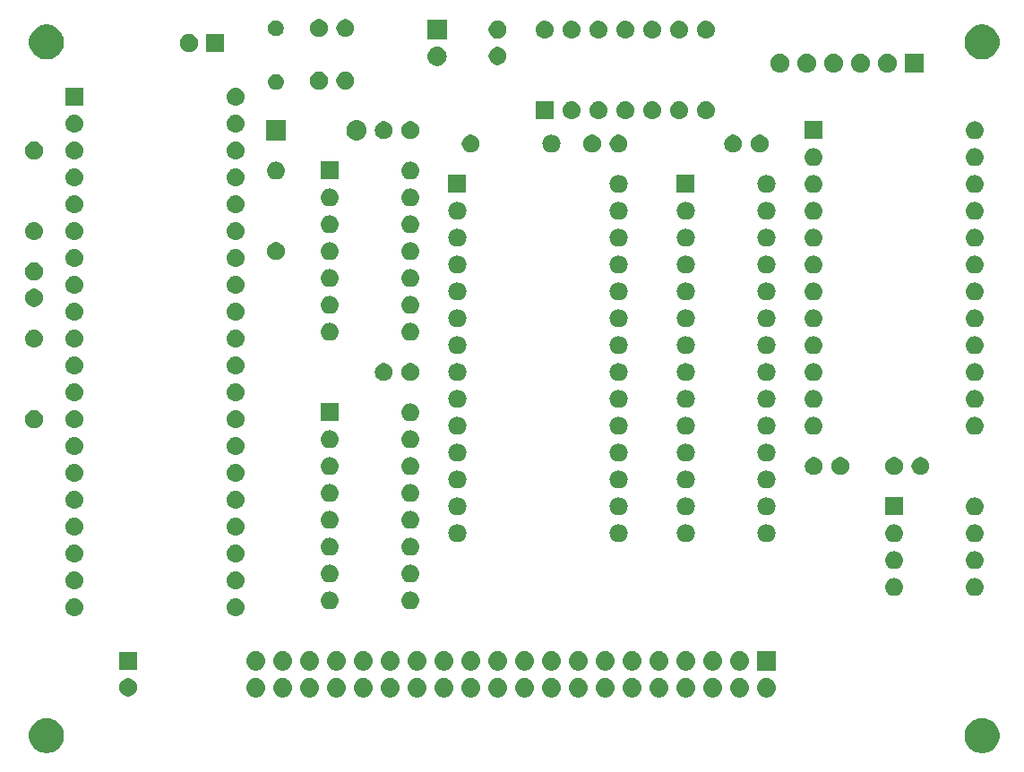
<source format=gts>
G04 #@! TF.GenerationSoftware,KiCad,Pcbnew,(5.1.2-1)-1*
G04 #@! TF.CreationDate,2019-12-30T09:18:02-08:00*
G04 #@! TF.ProjectId,sbc6802,73626336-3830-4322-9e6b-696361645f70,2.0*
G04 #@! TF.SameCoordinates,Original*
G04 #@! TF.FileFunction,Soldermask,Top*
G04 #@! TF.FilePolarity,Negative*
%FSLAX46Y46*%
G04 Gerber Fmt 4.6, Leading zero omitted, Abs format (unit mm)*
G04 Created by KiCad (PCBNEW (5.1.2-1)-1) date 2019-12-30 09:18:02*
%MOMM*%
%LPD*%
G04 APERTURE LIST*
%ADD10C,0.100000*%
G04 APERTURE END LIST*
D10*
G36*
X198550256Y-131186298D02*
G01*
X198656579Y-131207447D01*
X198957042Y-131331903D01*
X199227451Y-131512585D01*
X199457415Y-131742549D01*
X199638097Y-132012958D01*
X199762553Y-132313421D01*
X199826000Y-132632391D01*
X199826000Y-132957609D01*
X199762553Y-133276579D01*
X199638097Y-133577042D01*
X199457415Y-133847451D01*
X199227451Y-134077415D01*
X198957042Y-134258097D01*
X198656579Y-134382553D01*
X198550256Y-134403702D01*
X198337611Y-134446000D01*
X198012389Y-134446000D01*
X197799744Y-134403702D01*
X197693421Y-134382553D01*
X197392958Y-134258097D01*
X197122549Y-134077415D01*
X196892585Y-133847451D01*
X196711903Y-133577042D01*
X196587447Y-133276579D01*
X196524000Y-132957609D01*
X196524000Y-132632391D01*
X196587447Y-132313421D01*
X196711903Y-132012958D01*
X196892585Y-131742549D01*
X197122549Y-131512585D01*
X197392958Y-131331903D01*
X197693421Y-131207447D01*
X197799744Y-131186298D01*
X198012389Y-131144000D01*
X198337611Y-131144000D01*
X198550256Y-131186298D01*
X198550256Y-131186298D01*
G37*
G36*
X110150256Y-131186298D02*
G01*
X110256579Y-131207447D01*
X110557042Y-131331903D01*
X110827451Y-131512585D01*
X111057415Y-131742549D01*
X111238097Y-132012958D01*
X111362553Y-132313421D01*
X111426000Y-132632391D01*
X111426000Y-132957609D01*
X111362553Y-133276579D01*
X111238097Y-133577042D01*
X111057415Y-133847451D01*
X110827451Y-134077415D01*
X110557042Y-134258097D01*
X110256579Y-134382553D01*
X110150256Y-134403702D01*
X109937611Y-134446000D01*
X109612389Y-134446000D01*
X109399744Y-134403702D01*
X109293421Y-134382553D01*
X108992958Y-134258097D01*
X108722549Y-134077415D01*
X108492585Y-133847451D01*
X108311903Y-133577042D01*
X108187447Y-133276579D01*
X108124000Y-132957609D01*
X108124000Y-132632391D01*
X108187447Y-132313421D01*
X108311903Y-132012958D01*
X108492585Y-131742549D01*
X108722549Y-131512585D01*
X108992958Y-131331903D01*
X109293421Y-131207447D01*
X109399744Y-131186298D01*
X109612389Y-131144000D01*
X109937611Y-131144000D01*
X110150256Y-131186298D01*
X110150256Y-131186298D01*
G37*
G36*
X172830442Y-127375518D02*
G01*
X172896627Y-127382037D01*
X173066466Y-127433557D01*
X173222991Y-127517222D01*
X173258729Y-127546552D01*
X173360186Y-127629814D01*
X173407543Y-127687520D01*
X173472778Y-127767009D01*
X173556443Y-127923534D01*
X173607963Y-128093373D01*
X173625359Y-128270000D01*
X173607963Y-128446627D01*
X173556443Y-128616466D01*
X173556442Y-128616468D01*
X173547552Y-128633100D01*
X173472778Y-128772991D01*
X173443448Y-128808729D01*
X173360186Y-128910186D01*
X173258729Y-128993448D01*
X173222991Y-129022778D01*
X173066466Y-129106443D01*
X172896627Y-129157963D01*
X172830442Y-129164482D01*
X172764260Y-129171000D01*
X172675740Y-129171000D01*
X172609558Y-129164482D01*
X172543373Y-129157963D01*
X172373534Y-129106443D01*
X172217009Y-129022778D01*
X172181271Y-128993448D01*
X172079814Y-128910186D01*
X171996552Y-128808729D01*
X171967222Y-128772991D01*
X171892448Y-128633100D01*
X171883558Y-128616468D01*
X171883557Y-128616466D01*
X171832037Y-128446627D01*
X171814641Y-128270000D01*
X171832037Y-128093373D01*
X171883557Y-127923534D01*
X171967222Y-127767009D01*
X172032457Y-127687520D01*
X172079814Y-127629814D01*
X172181271Y-127546552D01*
X172217009Y-127517222D01*
X172373534Y-127433557D01*
X172543373Y-127382037D01*
X172609558Y-127375518D01*
X172675740Y-127369000D01*
X172764260Y-127369000D01*
X172830442Y-127375518D01*
X172830442Y-127375518D01*
G37*
G36*
X170290442Y-127375518D02*
G01*
X170356627Y-127382037D01*
X170526466Y-127433557D01*
X170682991Y-127517222D01*
X170718729Y-127546552D01*
X170820186Y-127629814D01*
X170867543Y-127687520D01*
X170932778Y-127767009D01*
X171016443Y-127923534D01*
X171067963Y-128093373D01*
X171085359Y-128270000D01*
X171067963Y-128446627D01*
X171016443Y-128616466D01*
X171016442Y-128616468D01*
X171007552Y-128633100D01*
X170932778Y-128772991D01*
X170903448Y-128808729D01*
X170820186Y-128910186D01*
X170718729Y-128993448D01*
X170682991Y-129022778D01*
X170526466Y-129106443D01*
X170356627Y-129157963D01*
X170290442Y-129164482D01*
X170224260Y-129171000D01*
X170135740Y-129171000D01*
X170069558Y-129164482D01*
X170003373Y-129157963D01*
X169833534Y-129106443D01*
X169677009Y-129022778D01*
X169641271Y-128993448D01*
X169539814Y-128910186D01*
X169456552Y-128808729D01*
X169427222Y-128772991D01*
X169352448Y-128633100D01*
X169343558Y-128616468D01*
X169343557Y-128616466D01*
X169292037Y-128446627D01*
X169274641Y-128270000D01*
X169292037Y-128093373D01*
X169343557Y-127923534D01*
X169427222Y-127767009D01*
X169492457Y-127687520D01*
X169539814Y-127629814D01*
X169641271Y-127546552D01*
X169677009Y-127517222D01*
X169833534Y-127433557D01*
X170003373Y-127382037D01*
X170069558Y-127375518D01*
X170135740Y-127369000D01*
X170224260Y-127369000D01*
X170290442Y-127375518D01*
X170290442Y-127375518D01*
G37*
G36*
X167750442Y-127375518D02*
G01*
X167816627Y-127382037D01*
X167986466Y-127433557D01*
X168142991Y-127517222D01*
X168178729Y-127546552D01*
X168280186Y-127629814D01*
X168327543Y-127687520D01*
X168392778Y-127767009D01*
X168476443Y-127923534D01*
X168527963Y-128093373D01*
X168545359Y-128270000D01*
X168527963Y-128446627D01*
X168476443Y-128616466D01*
X168476442Y-128616468D01*
X168467552Y-128633100D01*
X168392778Y-128772991D01*
X168363448Y-128808729D01*
X168280186Y-128910186D01*
X168178729Y-128993448D01*
X168142991Y-129022778D01*
X167986466Y-129106443D01*
X167816627Y-129157963D01*
X167750442Y-129164482D01*
X167684260Y-129171000D01*
X167595740Y-129171000D01*
X167529558Y-129164482D01*
X167463373Y-129157963D01*
X167293534Y-129106443D01*
X167137009Y-129022778D01*
X167101271Y-128993448D01*
X166999814Y-128910186D01*
X166916552Y-128808729D01*
X166887222Y-128772991D01*
X166812448Y-128633100D01*
X166803558Y-128616468D01*
X166803557Y-128616466D01*
X166752037Y-128446627D01*
X166734641Y-128270000D01*
X166752037Y-128093373D01*
X166803557Y-127923534D01*
X166887222Y-127767009D01*
X166952457Y-127687520D01*
X166999814Y-127629814D01*
X167101271Y-127546552D01*
X167137009Y-127517222D01*
X167293534Y-127433557D01*
X167463373Y-127382037D01*
X167529558Y-127375518D01*
X167595740Y-127369000D01*
X167684260Y-127369000D01*
X167750442Y-127375518D01*
X167750442Y-127375518D01*
G37*
G36*
X165210442Y-127375518D02*
G01*
X165276627Y-127382037D01*
X165446466Y-127433557D01*
X165602991Y-127517222D01*
X165638729Y-127546552D01*
X165740186Y-127629814D01*
X165787543Y-127687520D01*
X165852778Y-127767009D01*
X165936443Y-127923534D01*
X165987963Y-128093373D01*
X166005359Y-128270000D01*
X165987963Y-128446627D01*
X165936443Y-128616466D01*
X165936442Y-128616468D01*
X165927552Y-128633100D01*
X165852778Y-128772991D01*
X165823448Y-128808729D01*
X165740186Y-128910186D01*
X165638729Y-128993448D01*
X165602991Y-129022778D01*
X165446466Y-129106443D01*
X165276627Y-129157963D01*
X165210442Y-129164482D01*
X165144260Y-129171000D01*
X165055740Y-129171000D01*
X164989558Y-129164482D01*
X164923373Y-129157963D01*
X164753534Y-129106443D01*
X164597009Y-129022778D01*
X164561271Y-128993448D01*
X164459814Y-128910186D01*
X164376552Y-128808729D01*
X164347222Y-128772991D01*
X164272448Y-128633100D01*
X164263558Y-128616468D01*
X164263557Y-128616466D01*
X164212037Y-128446627D01*
X164194641Y-128270000D01*
X164212037Y-128093373D01*
X164263557Y-127923534D01*
X164347222Y-127767009D01*
X164412457Y-127687520D01*
X164459814Y-127629814D01*
X164561271Y-127546552D01*
X164597009Y-127517222D01*
X164753534Y-127433557D01*
X164923373Y-127382037D01*
X164989558Y-127375518D01*
X165055740Y-127369000D01*
X165144260Y-127369000D01*
X165210442Y-127375518D01*
X165210442Y-127375518D01*
G37*
G36*
X162670442Y-127375518D02*
G01*
X162736627Y-127382037D01*
X162906466Y-127433557D01*
X163062991Y-127517222D01*
X163098729Y-127546552D01*
X163200186Y-127629814D01*
X163247543Y-127687520D01*
X163312778Y-127767009D01*
X163396443Y-127923534D01*
X163447963Y-128093373D01*
X163465359Y-128270000D01*
X163447963Y-128446627D01*
X163396443Y-128616466D01*
X163396442Y-128616468D01*
X163387552Y-128633100D01*
X163312778Y-128772991D01*
X163283448Y-128808729D01*
X163200186Y-128910186D01*
X163098729Y-128993448D01*
X163062991Y-129022778D01*
X162906466Y-129106443D01*
X162736627Y-129157963D01*
X162670442Y-129164482D01*
X162604260Y-129171000D01*
X162515740Y-129171000D01*
X162449558Y-129164482D01*
X162383373Y-129157963D01*
X162213534Y-129106443D01*
X162057009Y-129022778D01*
X162021271Y-128993448D01*
X161919814Y-128910186D01*
X161836552Y-128808729D01*
X161807222Y-128772991D01*
X161732448Y-128633100D01*
X161723558Y-128616468D01*
X161723557Y-128616466D01*
X161672037Y-128446627D01*
X161654641Y-128270000D01*
X161672037Y-128093373D01*
X161723557Y-127923534D01*
X161807222Y-127767009D01*
X161872457Y-127687520D01*
X161919814Y-127629814D01*
X162021271Y-127546552D01*
X162057009Y-127517222D01*
X162213534Y-127433557D01*
X162383373Y-127382037D01*
X162449558Y-127375518D01*
X162515740Y-127369000D01*
X162604260Y-127369000D01*
X162670442Y-127375518D01*
X162670442Y-127375518D01*
G37*
G36*
X160130442Y-127375518D02*
G01*
X160196627Y-127382037D01*
X160366466Y-127433557D01*
X160522991Y-127517222D01*
X160558729Y-127546552D01*
X160660186Y-127629814D01*
X160707543Y-127687520D01*
X160772778Y-127767009D01*
X160856443Y-127923534D01*
X160907963Y-128093373D01*
X160925359Y-128270000D01*
X160907963Y-128446627D01*
X160856443Y-128616466D01*
X160856442Y-128616468D01*
X160847552Y-128633100D01*
X160772778Y-128772991D01*
X160743448Y-128808729D01*
X160660186Y-128910186D01*
X160558729Y-128993448D01*
X160522991Y-129022778D01*
X160366466Y-129106443D01*
X160196627Y-129157963D01*
X160130442Y-129164482D01*
X160064260Y-129171000D01*
X159975740Y-129171000D01*
X159909558Y-129164482D01*
X159843373Y-129157963D01*
X159673534Y-129106443D01*
X159517009Y-129022778D01*
X159481271Y-128993448D01*
X159379814Y-128910186D01*
X159296552Y-128808729D01*
X159267222Y-128772991D01*
X159192448Y-128633100D01*
X159183558Y-128616468D01*
X159183557Y-128616466D01*
X159132037Y-128446627D01*
X159114641Y-128270000D01*
X159132037Y-128093373D01*
X159183557Y-127923534D01*
X159267222Y-127767009D01*
X159332457Y-127687520D01*
X159379814Y-127629814D01*
X159481271Y-127546552D01*
X159517009Y-127517222D01*
X159673534Y-127433557D01*
X159843373Y-127382037D01*
X159909558Y-127375518D01*
X159975740Y-127369000D01*
X160064260Y-127369000D01*
X160130442Y-127375518D01*
X160130442Y-127375518D01*
G37*
G36*
X157590442Y-127375518D02*
G01*
X157656627Y-127382037D01*
X157826466Y-127433557D01*
X157982991Y-127517222D01*
X158018729Y-127546552D01*
X158120186Y-127629814D01*
X158167543Y-127687520D01*
X158232778Y-127767009D01*
X158316443Y-127923534D01*
X158367963Y-128093373D01*
X158385359Y-128270000D01*
X158367963Y-128446627D01*
X158316443Y-128616466D01*
X158316442Y-128616468D01*
X158307552Y-128633100D01*
X158232778Y-128772991D01*
X158203448Y-128808729D01*
X158120186Y-128910186D01*
X158018729Y-128993448D01*
X157982991Y-129022778D01*
X157826466Y-129106443D01*
X157656627Y-129157963D01*
X157590442Y-129164482D01*
X157524260Y-129171000D01*
X157435740Y-129171000D01*
X157369558Y-129164482D01*
X157303373Y-129157963D01*
X157133534Y-129106443D01*
X156977009Y-129022778D01*
X156941271Y-128993448D01*
X156839814Y-128910186D01*
X156756552Y-128808729D01*
X156727222Y-128772991D01*
X156652448Y-128633100D01*
X156643558Y-128616468D01*
X156643557Y-128616466D01*
X156592037Y-128446627D01*
X156574641Y-128270000D01*
X156592037Y-128093373D01*
X156643557Y-127923534D01*
X156727222Y-127767009D01*
X156792457Y-127687520D01*
X156839814Y-127629814D01*
X156941271Y-127546552D01*
X156977009Y-127517222D01*
X157133534Y-127433557D01*
X157303373Y-127382037D01*
X157369558Y-127375518D01*
X157435740Y-127369000D01*
X157524260Y-127369000D01*
X157590442Y-127375518D01*
X157590442Y-127375518D01*
G37*
G36*
X155050442Y-127375518D02*
G01*
X155116627Y-127382037D01*
X155286466Y-127433557D01*
X155442991Y-127517222D01*
X155478729Y-127546552D01*
X155580186Y-127629814D01*
X155627543Y-127687520D01*
X155692778Y-127767009D01*
X155776443Y-127923534D01*
X155827963Y-128093373D01*
X155845359Y-128270000D01*
X155827963Y-128446627D01*
X155776443Y-128616466D01*
X155776442Y-128616468D01*
X155767552Y-128633100D01*
X155692778Y-128772991D01*
X155663448Y-128808729D01*
X155580186Y-128910186D01*
X155478729Y-128993448D01*
X155442991Y-129022778D01*
X155286466Y-129106443D01*
X155116627Y-129157963D01*
X155050442Y-129164482D01*
X154984260Y-129171000D01*
X154895740Y-129171000D01*
X154829558Y-129164482D01*
X154763373Y-129157963D01*
X154593534Y-129106443D01*
X154437009Y-129022778D01*
X154401271Y-128993448D01*
X154299814Y-128910186D01*
X154216552Y-128808729D01*
X154187222Y-128772991D01*
X154112448Y-128633100D01*
X154103558Y-128616468D01*
X154103557Y-128616466D01*
X154052037Y-128446627D01*
X154034641Y-128270000D01*
X154052037Y-128093373D01*
X154103557Y-127923534D01*
X154187222Y-127767009D01*
X154252457Y-127687520D01*
X154299814Y-127629814D01*
X154401271Y-127546552D01*
X154437009Y-127517222D01*
X154593534Y-127433557D01*
X154763373Y-127382037D01*
X154829558Y-127375518D01*
X154895740Y-127369000D01*
X154984260Y-127369000D01*
X155050442Y-127375518D01*
X155050442Y-127375518D01*
G37*
G36*
X152510442Y-127375518D02*
G01*
X152576627Y-127382037D01*
X152746466Y-127433557D01*
X152902991Y-127517222D01*
X152938729Y-127546552D01*
X153040186Y-127629814D01*
X153087543Y-127687520D01*
X153152778Y-127767009D01*
X153236443Y-127923534D01*
X153287963Y-128093373D01*
X153305359Y-128270000D01*
X153287963Y-128446627D01*
X153236443Y-128616466D01*
X153236442Y-128616468D01*
X153227552Y-128633100D01*
X153152778Y-128772991D01*
X153123448Y-128808729D01*
X153040186Y-128910186D01*
X152938729Y-128993448D01*
X152902991Y-129022778D01*
X152746466Y-129106443D01*
X152576627Y-129157963D01*
X152510442Y-129164482D01*
X152444260Y-129171000D01*
X152355740Y-129171000D01*
X152289558Y-129164482D01*
X152223373Y-129157963D01*
X152053534Y-129106443D01*
X151897009Y-129022778D01*
X151861271Y-128993448D01*
X151759814Y-128910186D01*
X151676552Y-128808729D01*
X151647222Y-128772991D01*
X151572448Y-128633100D01*
X151563558Y-128616468D01*
X151563557Y-128616466D01*
X151512037Y-128446627D01*
X151494641Y-128270000D01*
X151512037Y-128093373D01*
X151563557Y-127923534D01*
X151647222Y-127767009D01*
X151712457Y-127687520D01*
X151759814Y-127629814D01*
X151861271Y-127546552D01*
X151897009Y-127517222D01*
X152053534Y-127433557D01*
X152223373Y-127382037D01*
X152289558Y-127375518D01*
X152355740Y-127369000D01*
X152444260Y-127369000D01*
X152510442Y-127375518D01*
X152510442Y-127375518D01*
G37*
G36*
X149970442Y-127375518D02*
G01*
X150036627Y-127382037D01*
X150206466Y-127433557D01*
X150362991Y-127517222D01*
X150398729Y-127546552D01*
X150500186Y-127629814D01*
X150547543Y-127687520D01*
X150612778Y-127767009D01*
X150696443Y-127923534D01*
X150747963Y-128093373D01*
X150765359Y-128270000D01*
X150747963Y-128446627D01*
X150696443Y-128616466D01*
X150696442Y-128616468D01*
X150687552Y-128633100D01*
X150612778Y-128772991D01*
X150583448Y-128808729D01*
X150500186Y-128910186D01*
X150398729Y-128993448D01*
X150362991Y-129022778D01*
X150206466Y-129106443D01*
X150036627Y-129157963D01*
X149970442Y-129164482D01*
X149904260Y-129171000D01*
X149815740Y-129171000D01*
X149749558Y-129164482D01*
X149683373Y-129157963D01*
X149513534Y-129106443D01*
X149357009Y-129022778D01*
X149321271Y-128993448D01*
X149219814Y-128910186D01*
X149136552Y-128808729D01*
X149107222Y-128772991D01*
X149032448Y-128633100D01*
X149023558Y-128616468D01*
X149023557Y-128616466D01*
X148972037Y-128446627D01*
X148954641Y-128270000D01*
X148972037Y-128093373D01*
X149023557Y-127923534D01*
X149107222Y-127767009D01*
X149172457Y-127687520D01*
X149219814Y-127629814D01*
X149321271Y-127546552D01*
X149357009Y-127517222D01*
X149513534Y-127433557D01*
X149683373Y-127382037D01*
X149749558Y-127375518D01*
X149815740Y-127369000D01*
X149904260Y-127369000D01*
X149970442Y-127375518D01*
X149970442Y-127375518D01*
G37*
G36*
X147430442Y-127375518D02*
G01*
X147496627Y-127382037D01*
X147666466Y-127433557D01*
X147822991Y-127517222D01*
X147858729Y-127546552D01*
X147960186Y-127629814D01*
X148007543Y-127687520D01*
X148072778Y-127767009D01*
X148156443Y-127923534D01*
X148207963Y-128093373D01*
X148225359Y-128270000D01*
X148207963Y-128446627D01*
X148156443Y-128616466D01*
X148156442Y-128616468D01*
X148147552Y-128633100D01*
X148072778Y-128772991D01*
X148043448Y-128808729D01*
X147960186Y-128910186D01*
X147858729Y-128993448D01*
X147822991Y-129022778D01*
X147666466Y-129106443D01*
X147496627Y-129157963D01*
X147430442Y-129164482D01*
X147364260Y-129171000D01*
X147275740Y-129171000D01*
X147209558Y-129164482D01*
X147143373Y-129157963D01*
X146973534Y-129106443D01*
X146817009Y-129022778D01*
X146781271Y-128993448D01*
X146679814Y-128910186D01*
X146596552Y-128808729D01*
X146567222Y-128772991D01*
X146492448Y-128633100D01*
X146483558Y-128616468D01*
X146483557Y-128616466D01*
X146432037Y-128446627D01*
X146414641Y-128270000D01*
X146432037Y-128093373D01*
X146483557Y-127923534D01*
X146567222Y-127767009D01*
X146632457Y-127687520D01*
X146679814Y-127629814D01*
X146781271Y-127546552D01*
X146817009Y-127517222D01*
X146973534Y-127433557D01*
X147143373Y-127382037D01*
X147209558Y-127375518D01*
X147275740Y-127369000D01*
X147364260Y-127369000D01*
X147430442Y-127375518D01*
X147430442Y-127375518D01*
G37*
G36*
X144890442Y-127375518D02*
G01*
X144956627Y-127382037D01*
X145126466Y-127433557D01*
X145282991Y-127517222D01*
X145318729Y-127546552D01*
X145420186Y-127629814D01*
X145467543Y-127687520D01*
X145532778Y-127767009D01*
X145616443Y-127923534D01*
X145667963Y-128093373D01*
X145685359Y-128270000D01*
X145667963Y-128446627D01*
X145616443Y-128616466D01*
X145616442Y-128616468D01*
X145607552Y-128633100D01*
X145532778Y-128772991D01*
X145503448Y-128808729D01*
X145420186Y-128910186D01*
X145318729Y-128993448D01*
X145282991Y-129022778D01*
X145126466Y-129106443D01*
X144956627Y-129157963D01*
X144890442Y-129164482D01*
X144824260Y-129171000D01*
X144735740Y-129171000D01*
X144669558Y-129164482D01*
X144603373Y-129157963D01*
X144433534Y-129106443D01*
X144277009Y-129022778D01*
X144241271Y-128993448D01*
X144139814Y-128910186D01*
X144056552Y-128808729D01*
X144027222Y-128772991D01*
X143952448Y-128633100D01*
X143943558Y-128616468D01*
X143943557Y-128616466D01*
X143892037Y-128446627D01*
X143874641Y-128270000D01*
X143892037Y-128093373D01*
X143943557Y-127923534D01*
X144027222Y-127767009D01*
X144092457Y-127687520D01*
X144139814Y-127629814D01*
X144241271Y-127546552D01*
X144277009Y-127517222D01*
X144433534Y-127433557D01*
X144603373Y-127382037D01*
X144669558Y-127375518D01*
X144735740Y-127369000D01*
X144824260Y-127369000D01*
X144890442Y-127375518D01*
X144890442Y-127375518D01*
G37*
G36*
X142350442Y-127375518D02*
G01*
X142416627Y-127382037D01*
X142586466Y-127433557D01*
X142742991Y-127517222D01*
X142778729Y-127546552D01*
X142880186Y-127629814D01*
X142927543Y-127687520D01*
X142992778Y-127767009D01*
X143076443Y-127923534D01*
X143127963Y-128093373D01*
X143145359Y-128270000D01*
X143127963Y-128446627D01*
X143076443Y-128616466D01*
X143076442Y-128616468D01*
X143067552Y-128633100D01*
X142992778Y-128772991D01*
X142963448Y-128808729D01*
X142880186Y-128910186D01*
X142778729Y-128993448D01*
X142742991Y-129022778D01*
X142586466Y-129106443D01*
X142416627Y-129157963D01*
X142350442Y-129164482D01*
X142284260Y-129171000D01*
X142195740Y-129171000D01*
X142129558Y-129164482D01*
X142063373Y-129157963D01*
X141893534Y-129106443D01*
X141737009Y-129022778D01*
X141701271Y-128993448D01*
X141599814Y-128910186D01*
X141516552Y-128808729D01*
X141487222Y-128772991D01*
X141412448Y-128633100D01*
X141403558Y-128616468D01*
X141403557Y-128616466D01*
X141352037Y-128446627D01*
X141334641Y-128270000D01*
X141352037Y-128093373D01*
X141403557Y-127923534D01*
X141487222Y-127767009D01*
X141552457Y-127687520D01*
X141599814Y-127629814D01*
X141701271Y-127546552D01*
X141737009Y-127517222D01*
X141893534Y-127433557D01*
X142063373Y-127382037D01*
X142129558Y-127375518D01*
X142195740Y-127369000D01*
X142284260Y-127369000D01*
X142350442Y-127375518D01*
X142350442Y-127375518D01*
G37*
G36*
X139810442Y-127375518D02*
G01*
X139876627Y-127382037D01*
X140046466Y-127433557D01*
X140202991Y-127517222D01*
X140238729Y-127546552D01*
X140340186Y-127629814D01*
X140387543Y-127687520D01*
X140452778Y-127767009D01*
X140536443Y-127923534D01*
X140587963Y-128093373D01*
X140605359Y-128270000D01*
X140587963Y-128446627D01*
X140536443Y-128616466D01*
X140536442Y-128616468D01*
X140527552Y-128633100D01*
X140452778Y-128772991D01*
X140423448Y-128808729D01*
X140340186Y-128910186D01*
X140238729Y-128993448D01*
X140202991Y-129022778D01*
X140046466Y-129106443D01*
X139876627Y-129157963D01*
X139810442Y-129164482D01*
X139744260Y-129171000D01*
X139655740Y-129171000D01*
X139589558Y-129164482D01*
X139523373Y-129157963D01*
X139353534Y-129106443D01*
X139197009Y-129022778D01*
X139161271Y-128993448D01*
X139059814Y-128910186D01*
X138976552Y-128808729D01*
X138947222Y-128772991D01*
X138872448Y-128633100D01*
X138863558Y-128616468D01*
X138863557Y-128616466D01*
X138812037Y-128446627D01*
X138794641Y-128270000D01*
X138812037Y-128093373D01*
X138863557Y-127923534D01*
X138947222Y-127767009D01*
X139012457Y-127687520D01*
X139059814Y-127629814D01*
X139161271Y-127546552D01*
X139197009Y-127517222D01*
X139353534Y-127433557D01*
X139523373Y-127382037D01*
X139589558Y-127375518D01*
X139655740Y-127369000D01*
X139744260Y-127369000D01*
X139810442Y-127375518D01*
X139810442Y-127375518D01*
G37*
G36*
X137270442Y-127375518D02*
G01*
X137336627Y-127382037D01*
X137506466Y-127433557D01*
X137662991Y-127517222D01*
X137698729Y-127546552D01*
X137800186Y-127629814D01*
X137847543Y-127687520D01*
X137912778Y-127767009D01*
X137996443Y-127923534D01*
X138047963Y-128093373D01*
X138065359Y-128270000D01*
X138047963Y-128446627D01*
X137996443Y-128616466D01*
X137996442Y-128616468D01*
X137987552Y-128633100D01*
X137912778Y-128772991D01*
X137883448Y-128808729D01*
X137800186Y-128910186D01*
X137698729Y-128993448D01*
X137662991Y-129022778D01*
X137506466Y-129106443D01*
X137336627Y-129157963D01*
X137270442Y-129164482D01*
X137204260Y-129171000D01*
X137115740Y-129171000D01*
X137049558Y-129164482D01*
X136983373Y-129157963D01*
X136813534Y-129106443D01*
X136657009Y-129022778D01*
X136621271Y-128993448D01*
X136519814Y-128910186D01*
X136436552Y-128808729D01*
X136407222Y-128772991D01*
X136332448Y-128633100D01*
X136323558Y-128616468D01*
X136323557Y-128616466D01*
X136272037Y-128446627D01*
X136254641Y-128270000D01*
X136272037Y-128093373D01*
X136323557Y-127923534D01*
X136407222Y-127767009D01*
X136472457Y-127687520D01*
X136519814Y-127629814D01*
X136621271Y-127546552D01*
X136657009Y-127517222D01*
X136813534Y-127433557D01*
X136983373Y-127382037D01*
X137049558Y-127375518D01*
X137115740Y-127369000D01*
X137204260Y-127369000D01*
X137270442Y-127375518D01*
X137270442Y-127375518D01*
G37*
G36*
X134730442Y-127375518D02*
G01*
X134796627Y-127382037D01*
X134966466Y-127433557D01*
X135122991Y-127517222D01*
X135158729Y-127546552D01*
X135260186Y-127629814D01*
X135307543Y-127687520D01*
X135372778Y-127767009D01*
X135456443Y-127923534D01*
X135507963Y-128093373D01*
X135525359Y-128270000D01*
X135507963Y-128446627D01*
X135456443Y-128616466D01*
X135456442Y-128616468D01*
X135447552Y-128633100D01*
X135372778Y-128772991D01*
X135343448Y-128808729D01*
X135260186Y-128910186D01*
X135158729Y-128993448D01*
X135122991Y-129022778D01*
X134966466Y-129106443D01*
X134796627Y-129157963D01*
X134730442Y-129164482D01*
X134664260Y-129171000D01*
X134575740Y-129171000D01*
X134509558Y-129164482D01*
X134443373Y-129157963D01*
X134273534Y-129106443D01*
X134117009Y-129022778D01*
X134081271Y-128993448D01*
X133979814Y-128910186D01*
X133896552Y-128808729D01*
X133867222Y-128772991D01*
X133792448Y-128633100D01*
X133783558Y-128616468D01*
X133783557Y-128616466D01*
X133732037Y-128446627D01*
X133714641Y-128270000D01*
X133732037Y-128093373D01*
X133783557Y-127923534D01*
X133867222Y-127767009D01*
X133932457Y-127687520D01*
X133979814Y-127629814D01*
X134081271Y-127546552D01*
X134117009Y-127517222D01*
X134273534Y-127433557D01*
X134443373Y-127382037D01*
X134509558Y-127375518D01*
X134575740Y-127369000D01*
X134664260Y-127369000D01*
X134730442Y-127375518D01*
X134730442Y-127375518D01*
G37*
G36*
X132190442Y-127375518D02*
G01*
X132256627Y-127382037D01*
X132426466Y-127433557D01*
X132582991Y-127517222D01*
X132618729Y-127546552D01*
X132720186Y-127629814D01*
X132767543Y-127687520D01*
X132832778Y-127767009D01*
X132916443Y-127923534D01*
X132967963Y-128093373D01*
X132985359Y-128270000D01*
X132967963Y-128446627D01*
X132916443Y-128616466D01*
X132916442Y-128616468D01*
X132907552Y-128633100D01*
X132832778Y-128772991D01*
X132803448Y-128808729D01*
X132720186Y-128910186D01*
X132618729Y-128993448D01*
X132582991Y-129022778D01*
X132426466Y-129106443D01*
X132256627Y-129157963D01*
X132190442Y-129164482D01*
X132124260Y-129171000D01*
X132035740Y-129171000D01*
X131969558Y-129164482D01*
X131903373Y-129157963D01*
X131733534Y-129106443D01*
X131577009Y-129022778D01*
X131541271Y-128993448D01*
X131439814Y-128910186D01*
X131356552Y-128808729D01*
X131327222Y-128772991D01*
X131252448Y-128633100D01*
X131243558Y-128616468D01*
X131243557Y-128616466D01*
X131192037Y-128446627D01*
X131174641Y-128270000D01*
X131192037Y-128093373D01*
X131243557Y-127923534D01*
X131327222Y-127767009D01*
X131392457Y-127687520D01*
X131439814Y-127629814D01*
X131541271Y-127546552D01*
X131577009Y-127517222D01*
X131733534Y-127433557D01*
X131903373Y-127382037D01*
X131969558Y-127375518D01*
X132035740Y-127369000D01*
X132124260Y-127369000D01*
X132190442Y-127375518D01*
X132190442Y-127375518D01*
G37*
G36*
X129650442Y-127375518D02*
G01*
X129716627Y-127382037D01*
X129886466Y-127433557D01*
X130042991Y-127517222D01*
X130078729Y-127546552D01*
X130180186Y-127629814D01*
X130227543Y-127687520D01*
X130292778Y-127767009D01*
X130376443Y-127923534D01*
X130427963Y-128093373D01*
X130445359Y-128270000D01*
X130427963Y-128446627D01*
X130376443Y-128616466D01*
X130376442Y-128616468D01*
X130367552Y-128633100D01*
X130292778Y-128772991D01*
X130263448Y-128808729D01*
X130180186Y-128910186D01*
X130078729Y-128993448D01*
X130042991Y-129022778D01*
X129886466Y-129106443D01*
X129716627Y-129157963D01*
X129650442Y-129164482D01*
X129584260Y-129171000D01*
X129495740Y-129171000D01*
X129429558Y-129164482D01*
X129363373Y-129157963D01*
X129193534Y-129106443D01*
X129037009Y-129022778D01*
X129001271Y-128993448D01*
X128899814Y-128910186D01*
X128816552Y-128808729D01*
X128787222Y-128772991D01*
X128712448Y-128633100D01*
X128703558Y-128616468D01*
X128703557Y-128616466D01*
X128652037Y-128446627D01*
X128634641Y-128270000D01*
X128652037Y-128093373D01*
X128703557Y-127923534D01*
X128787222Y-127767009D01*
X128852457Y-127687520D01*
X128899814Y-127629814D01*
X129001271Y-127546552D01*
X129037009Y-127517222D01*
X129193534Y-127433557D01*
X129363373Y-127382037D01*
X129429558Y-127375518D01*
X129495740Y-127369000D01*
X129584260Y-127369000D01*
X129650442Y-127375518D01*
X129650442Y-127375518D01*
G37*
G36*
X175370442Y-127375518D02*
G01*
X175436627Y-127382037D01*
X175606466Y-127433557D01*
X175762991Y-127517222D01*
X175798729Y-127546552D01*
X175900186Y-127629814D01*
X175947543Y-127687520D01*
X176012778Y-127767009D01*
X176096443Y-127923534D01*
X176147963Y-128093373D01*
X176165359Y-128270000D01*
X176147963Y-128446627D01*
X176096443Y-128616466D01*
X176096442Y-128616468D01*
X176087552Y-128633100D01*
X176012778Y-128772991D01*
X175983448Y-128808729D01*
X175900186Y-128910186D01*
X175798729Y-128993448D01*
X175762991Y-129022778D01*
X175606466Y-129106443D01*
X175436627Y-129157963D01*
X175370442Y-129164482D01*
X175304260Y-129171000D01*
X175215740Y-129171000D01*
X175149558Y-129164482D01*
X175083373Y-129157963D01*
X174913534Y-129106443D01*
X174757009Y-129022778D01*
X174721271Y-128993448D01*
X174619814Y-128910186D01*
X174536552Y-128808729D01*
X174507222Y-128772991D01*
X174432448Y-128633100D01*
X174423558Y-128616468D01*
X174423557Y-128616466D01*
X174372037Y-128446627D01*
X174354641Y-128270000D01*
X174372037Y-128093373D01*
X174423557Y-127923534D01*
X174507222Y-127767009D01*
X174572457Y-127687520D01*
X174619814Y-127629814D01*
X174721271Y-127546552D01*
X174757009Y-127517222D01*
X174913534Y-127433557D01*
X175083373Y-127382037D01*
X175149558Y-127375518D01*
X175215740Y-127369000D01*
X175304260Y-127369000D01*
X175370442Y-127375518D01*
X175370442Y-127375518D01*
G37*
G36*
X177910442Y-127375518D02*
G01*
X177976627Y-127382037D01*
X178146466Y-127433557D01*
X178302991Y-127517222D01*
X178338729Y-127546552D01*
X178440186Y-127629814D01*
X178487543Y-127687520D01*
X178552778Y-127767009D01*
X178636443Y-127923534D01*
X178687963Y-128093373D01*
X178705359Y-128270000D01*
X178687963Y-128446627D01*
X178636443Y-128616466D01*
X178636442Y-128616468D01*
X178627552Y-128633100D01*
X178552778Y-128772991D01*
X178523448Y-128808729D01*
X178440186Y-128910186D01*
X178338729Y-128993448D01*
X178302991Y-129022778D01*
X178146466Y-129106443D01*
X177976627Y-129157963D01*
X177910442Y-129164482D01*
X177844260Y-129171000D01*
X177755740Y-129171000D01*
X177689558Y-129164482D01*
X177623373Y-129157963D01*
X177453534Y-129106443D01*
X177297009Y-129022778D01*
X177261271Y-128993448D01*
X177159814Y-128910186D01*
X177076552Y-128808729D01*
X177047222Y-128772991D01*
X176972448Y-128633100D01*
X176963558Y-128616468D01*
X176963557Y-128616466D01*
X176912037Y-128446627D01*
X176894641Y-128270000D01*
X176912037Y-128093373D01*
X176963557Y-127923534D01*
X177047222Y-127767009D01*
X177112457Y-127687520D01*
X177159814Y-127629814D01*
X177261271Y-127546552D01*
X177297009Y-127517222D01*
X177453534Y-127433557D01*
X177623373Y-127382037D01*
X177689558Y-127375518D01*
X177755740Y-127369000D01*
X177844260Y-127369000D01*
X177910442Y-127375518D01*
X177910442Y-127375518D01*
G37*
G36*
X117723228Y-127411703D02*
G01*
X117878100Y-127475853D01*
X118017481Y-127568985D01*
X118136015Y-127687519D01*
X118229147Y-127826900D01*
X118293297Y-127981772D01*
X118326000Y-128146184D01*
X118326000Y-128313816D01*
X118293297Y-128478228D01*
X118229147Y-128633100D01*
X118136015Y-128772481D01*
X118017481Y-128891015D01*
X117878100Y-128984147D01*
X117723228Y-129048297D01*
X117558816Y-129081000D01*
X117391184Y-129081000D01*
X117226772Y-129048297D01*
X117071900Y-128984147D01*
X116932519Y-128891015D01*
X116813985Y-128772481D01*
X116720853Y-128633100D01*
X116656703Y-128478228D01*
X116624000Y-128313816D01*
X116624000Y-128146184D01*
X116656703Y-127981772D01*
X116720853Y-127826900D01*
X116813985Y-127687519D01*
X116932519Y-127568985D01*
X117071900Y-127475853D01*
X117226772Y-127411703D01*
X117391184Y-127379000D01*
X117558816Y-127379000D01*
X117723228Y-127411703D01*
X117723228Y-127411703D01*
G37*
G36*
X139810443Y-124835519D02*
G01*
X139876627Y-124842037D01*
X140046466Y-124893557D01*
X140202991Y-124977222D01*
X140238729Y-125006552D01*
X140340186Y-125089814D01*
X140423448Y-125191271D01*
X140452778Y-125227009D01*
X140536443Y-125383534D01*
X140587963Y-125553373D01*
X140605359Y-125730000D01*
X140587963Y-125906627D01*
X140536443Y-126076466D01*
X140452778Y-126232991D01*
X140423448Y-126268729D01*
X140340186Y-126370186D01*
X140238729Y-126453448D01*
X140202991Y-126482778D01*
X140046466Y-126566443D01*
X139876627Y-126617963D01*
X139810442Y-126624482D01*
X139744260Y-126631000D01*
X139655740Y-126631000D01*
X139589558Y-126624482D01*
X139523373Y-126617963D01*
X139353534Y-126566443D01*
X139197009Y-126482778D01*
X139161271Y-126453448D01*
X139059814Y-126370186D01*
X138976552Y-126268729D01*
X138947222Y-126232991D01*
X138863557Y-126076466D01*
X138812037Y-125906627D01*
X138794641Y-125730000D01*
X138812037Y-125553373D01*
X138863557Y-125383534D01*
X138947222Y-125227009D01*
X138976552Y-125191271D01*
X139059814Y-125089814D01*
X139161271Y-125006552D01*
X139197009Y-124977222D01*
X139353534Y-124893557D01*
X139523373Y-124842037D01*
X139589557Y-124835519D01*
X139655740Y-124829000D01*
X139744260Y-124829000D01*
X139810443Y-124835519D01*
X139810443Y-124835519D01*
G37*
G36*
X137270443Y-124835519D02*
G01*
X137336627Y-124842037D01*
X137506466Y-124893557D01*
X137662991Y-124977222D01*
X137698729Y-125006552D01*
X137800186Y-125089814D01*
X137883448Y-125191271D01*
X137912778Y-125227009D01*
X137996443Y-125383534D01*
X138047963Y-125553373D01*
X138065359Y-125730000D01*
X138047963Y-125906627D01*
X137996443Y-126076466D01*
X137912778Y-126232991D01*
X137883448Y-126268729D01*
X137800186Y-126370186D01*
X137698729Y-126453448D01*
X137662991Y-126482778D01*
X137506466Y-126566443D01*
X137336627Y-126617963D01*
X137270442Y-126624482D01*
X137204260Y-126631000D01*
X137115740Y-126631000D01*
X137049558Y-126624482D01*
X136983373Y-126617963D01*
X136813534Y-126566443D01*
X136657009Y-126482778D01*
X136621271Y-126453448D01*
X136519814Y-126370186D01*
X136436552Y-126268729D01*
X136407222Y-126232991D01*
X136323557Y-126076466D01*
X136272037Y-125906627D01*
X136254641Y-125730000D01*
X136272037Y-125553373D01*
X136323557Y-125383534D01*
X136407222Y-125227009D01*
X136436552Y-125191271D01*
X136519814Y-125089814D01*
X136621271Y-125006552D01*
X136657009Y-124977222D01*
X136813534Y-124893557D01*
X136983373Y-124842037D01*
X137049557Y-124835519D01*
X137115740Y-124829000D01*
X137204260Y-124829000D01*
X137270443Y-124835519D01*
X137270443Y-124835519D01*
G37*
G36*
X172830443Y-124835519D02*
G01*
X172896627Y-124842037D01*
X173066466Y-124893557D01*
X173222991Y-124977222D01*
X173258729Y-125006552D01*
X173360186Y-125089814D01*
X173443448Y-125191271D01*
X173472778Y-125227009D01*
X173556443Y-125383534D01*
X173607963Y-125553373D01*
X173625359Y-125730000D01*
X173607963Y-125906627D01*
X173556443Y-126076466D01*
X173472778Y-126232991D01*
X173443448Y-126268729D01*
X173360186Y-126370186D01*
X173258729Y-126453448D01*
X173222991Y-126482778D01*
X173066466Y-126566443D01*
X172896627Y-126617963D01*
X172830442Y-126624482D01*
X172764260Y-126631000D01*
X172675740Y-126631000D01*
X172609558Y-126624482D01*
X172543373Y-126617963D01*
X172373534Y-126566443D01*
X172217009Y-126482778D01*
X172181271Y-126453448D01*
X172079814Y-126370186D01*
X171996552Y-126268729D01*
X171967222Y-126232991D01*
X171883557Y-126076466D01*
X171832037Y-125906627D01*
X171814641Y-125730000D01*
X171832037Y-125553373D01*
X171883557Y-125383534D01*
X171967222Y-125227009D01*
X171996552Y-125191271D01*
X172079814Y-125089814D01*
X172181271Y-125006552D01*
X172217009Y-124977222D01*
X172373534Y-124893557D01*
X172543373Y-124842037D01*
X172609557Y-124835519D01*
X172675740Y-124829000D01*
X172764260Y-124829000D01*
X172830443Y-124835519D01*
X172830443Y-124835519D01*
G37*
G36*
X129650443Y-124835519D02*
G01*
X129716627Y-124842037D01*
X129886466Y-124893557D01*
X130042991Y-124977222D01*
X130078729Y-125006552D01*
X130180186Y-125089814D01*
X130263448Y-125191271D01*
X130292778Y-125227009D01*
X130376443Y-125383534D01*
X130427963Y-125553373D01*
X130445359Y-125730000D01*
X130427963Y-125906627D01*
X130376443Y-126076466D01*
X130292778Y-126232991D01*
X130263448Y-126268729D01*
X130180186Y-126370186D01*
X130078729Y-126453448D01*
X130042991Y-126482778D01*
X129886466Y-126566443D01*
X129716627Y-126617963D01*
X129650442Y-126624482D01*
X129584260Y-126631000D01*
X129495740Y-126631000D01*
X129429558Y-126624482D01*
X129363373Y-126617963D01*
X129193534Y-126566443D01*
X129037009Y-126482778D01*
X129001271Y-126453448D01*
X128899814Y-126370186D01*
X128816552Y-126268729D01*
X128787222Y-126232991D01*
X128703557Y-126076466D01*
X128652037Y-125906627D01*
X128634641Y-125730000D01*
X128652037Y-125553373D01*
X128703557Y-125383534D01*
X128787222Y-125227009D01*
X128816552Y-125191271D01*
X128899814Y-125089814D01*
X129001271Y-125006552D01*
X129037009Y-124977222D01*
X129193534Y-124893557D01*
X129363373Y-124842037D01*
X129429557Y-124835519D01*
X129495740Y-124829000D01*
X129584260Y-124829000D01*
X129650443Y-124835519D01*
X129650443Y-124835519D01*
G37*
G36*
X132190443Y-124835519D02*
G01*
X132256627Y-124842037D01*
X132426466Y-124893557D01*
X132582991Y-124977222D01*
X132618729Y-125006552D01*
X132720186Y-125089814D01*
X132803448Y-125191271D01*
X132832778Y-125227009D01*
X132916443Y-125383534D01*
X132967963Y-125553373D01*
X132985359Y-125730000D01*
X132967963Y-125906627D01*
X132916443Y-126076466D01*
X132832778Y-126232991D01*
X132803448Y-126268729D01*
X132720186Y-126370186D01*
X132618729Y-126453448D01*
X132582991Y-126482778D01*
X132426466Y-126566443D01*
X132256627Y-126617963D01*
X132190442Y-126624482D01*
X132124260Y-126631000D01*
X132035740Y-126631000D01*
X131969558Y-126624482D01*
X131903373Y-126617963D01*
X131733534Y-126566443D01*
X131577009Y-126482778D01*
X131541271Y-126453448D01*
X131439814Y-126370186D01*
X131356552Y-126268729D01*
X131327222Y-126232991D01*
X131243557Y-126076466D01*
X131192037Y-125906627D01*
X131174641Y-125730000D01*
X131192037Y-125553373D01*
X131243557Y-125383534D01*
X131327222Y-125227009D01*
X131356552Y-125191271D01*
X131439814Y-125089814D01*
X131541271Y-125006552D01*
X131577009Y-124977222D01*
X131733534Y-124893557D01*
X131903373Y-124842037D01*
X131969557Y-124835519D01*
X132035740Y-124829000D01*
X132124260Y-124829000D01*
X132190443Y-124835519D01*
X132190443Y-124835519D01*
G37*
G36*
X178701000Y-126631000D02*
G01*
X176899000Y-126631000D01*
X176899000Y-124829000D01*
X178701000Y-124829000D01*
X178701000Y-126631000D01*
X178701000Y-126631000D01*
G37*
G36*
X134730443Y-124835519D02*
G01*
X134796627Y-124842037D01*
X134966466Y-124893557D01*
X135122991Y-124977222D01*
X135158729Y-125006552D01*
X135260186Y-125089814D01*
X135343448Y-125191271D01*
X135372778Y-125227009D01*
X135456443Y-125383534D01*
X135507963Y-125553373D01*
X135525359Y-125730000D01*
X135507963Y-125906627D01*
X135456443Y-126076466D01*
X135372778Y-126232991D01*
X135343448Y-126268729D01*
X135260186Y-126370186D01*
X135158729Y-126453448D01*
X135122991Y-126482778D01*
X134966466Y-126566443D01*
X134796627Y-126617963D01*
X134730442Y-126624482D01*
X134664260Y-126631000D01*
X134575740Y-126631000D01*
X134509558Y-126624482D01*
X134443373Y-126617963D01*
X134273534Y-126566443D01*
X134117009Y-126482778D01*
X134081271Y-126453448D01*
X133979814Y-126370186D01*
X133896552Y-126268729D01*
X133867222Y-126232991D01*
X133783557Y-126076466D01*
X133732037Y-125906627D01*
X133714641Y-125730000D01*
X133732037Y-125553373D01*
X133783557Y-125383534D01*
X133867222Y-125227009D01*
X133896552Y-125191271D01*
X133979814Y-125089814D01*
X134081271Y-125006552D01*
X134117009Y-124977222D01*
X134273534Y-124893557D01*
X134443373Y-124842037D01*
X134509557Y-124835519D01*
X134575740Y-124829000D01*
X134664260Y-124829000D01*
X134730443Y-124835519D01*
X134730443Y-124835519D01*
G37*
G36*
X175370443Y-124835519D02*
G01*
X175436627Y-124842037D01*
X175606466Y-124893557D01*
X175762991Y-124977222D01*
X175798729Y-125006552D01*
X175900186Y-125089814D01*
X175983448Y-125191271D01*
X176012778Y-125227009D01*
X176096443Y-125383534D01*
X176147963Y-125553373D01*
X176165359Y-125730000D01*
X176147963Y-125906627D01*
X176096443Y-126076466D01*
X176012778Y-126232991D01*
X175983448Y-126268729D01*
X175900186Y-126370186D01*
X175798729Y-126453448D01*
X175762991Y-126482778D01*
X175606466Y-126566443D01*
X175436627Y-126617963D01*
X175370442Y-126624482D01*
X175304260Y-126631000D01*
X175215740Y-126631000D01*
X175149558Y-126624482D01*
X175083373Y-126617963D01*
X174913534Y-126566443D01*
X174757009Y-126482778D01*
X174721271Y-126453448D01*
X174619814Y-126370186D01*
X174536552Y-126268729D01*
X174507222Y-126232991D01*
X174423557Y-126076466D01*
X174372037Y-125906627D01*
X174354641Y-125730000D01*
X174372037Y-125553373D01*
X174423557Y-125383534D01*
X174507222Y-125227009D01*
X174536552Y-125191271D01*
X174619814Y-125089814D01*
X174721271Y-125006552D01*
X174757009Y-124977222D01*
X174913534Y-124893557D01*
X175083373Y-124842037D01*
X175149557Y-124835519D01*
X175215740Y-124829000D01*
X175304260Y-124829000D01*
X175370443Y-124835519D01*
X175370443Y-124835519D01*
G37*
G36*
X170290443Y-124835519D02*
G01*
X170356627Y-124842037D01*
X170526466Y-124893557D01*
X170682991Y-124977222D01*
X170718729Y-125006552D01*
X170820186Y-125089814D01*
X170903448Y-125191271D01*
X170932778Y-125227009D01*
X171016443Y-125383534D01*
X171067963Y-125553373D01*
X171085359Y-125730000D01*
X171067963Y-125906627D01*
X171016443Y-126076466D01*
X170932778Y-126232991D01*
X170903448Y-126268729D01*
X170820186Y-126370186D01*
X170718729Y-126453448D01*
X170682991Y-126482778D01*
X170526466Y-126566443D01*
X170356627Y-126617963D01*
X170290442Y-126624482D01*
X170224260Y-126631000D01*
X170135740Y-126631000D01*
X170069558Y-126624482D01*
X170003373Y-126617963D01*
X169833534Y-126566443D01*
X169677009Y-126482778D01*
X169641271Y-126453448D01*
X169539814Y-126370186D01*
X169456552Y-126268729D01*
X169427222Y-126232991D01*
X169343557Y-126076466D01*
X169292037Y-125906627D01*
X169274641Y-125730000D01*
X169292037Y-125553373D01*
X169343557Y-125383534D01*
X169427222Y-125227009D01*
X169456552Y-125191271D01*
X169539814Y-125089814D01*
X169641271Y-125006552D01*
X169677009Y-124977222D01*
X169833534Y-124893557D01*
X170003373Y-124842037D01*
X170069557Y-124835519D01*
X170135740Y-124829000D01*
X170224260Y-124829000D01*
X170290443Y-124835519D01*
X170290443Y-124835519D01*
G37*
G36*
X142350443Y-124835519D02*
G01*
X142416627Y-124842037D01*
X142586466Y-124893557D01*
X142742991Y-124977222D01*
X142778729Y-125006552D01*
X142880186Y-125089814D01*
X142963448Y-125191271D01*
X142992778Y-125227009D01*
X143076443Y-125383534D01*
X143127963Y-125553373D01*
X143145359Y-125730000D01*
X143127963Y-125906627D01*
X143076443Y-126076466D01*
X142992778Y-126232991D01*
X142963448Y-126268729D01*
X142880186Y-126370186D01*
X142778729Y-126453448D01*
X142742991Y-126482778D01*
X142586466Y-126566443D01*
X142416627Y-126617963D01*
X142350442Y-126624482D01*
X142284260Y-126631000D01*
X142195740Y-126631000D01*
X142129558Y-126624482D01*
X142063373Y-126617963D01*
X141893534Y-126566443D01*
X141737009Y-126482778D01*
X141701271Y-126453448D01*
X141599814Y-126370186D01*
X141516552Y-126268729D01*
X141487222Y-126232991D01*
X141403557Y-126076466D01*
X141352037Y-125906627D01*
X141334641Y-125730000D01*
X141352037Y-125553373D01*
X141403557Y-125383534D01*
X141487222Y-125227009D01*
X141516552Y-125191271D01*
X141599814Y-125089814D01*
X141701271Y-125006552D01*
X141737009Y-124977222D01*
X141893534Y-124893557D01*
X142063373Y-124842037D01*
X142129557Y-124835519D01*
X142195740Y-124829000D01*
X142284260Y-124829000D01*
X142350443Y-124835519D01*
X142350443Y-124835519D01*
G37*
G36*
X167750443Y-124835519D02*
G01*
X167816627Y-124842037D01*
X167986466Y-124893557D01*
X168142991Y-124977222D01*
X168178729Y-125006552D01*
X168280186Y-125089814D01*
X168363448Y-125191271D01*
X168392778Y-125227009D01*
X168476443Y-125383534D01*
X168527963Y-125553373D01*
X168545359Y-125730000D01*
X168527963Y-125906627D01*
X168476443Y-126076466D01*
X168392778Y-126232991D01*
X168363448Y-126268729D01*
X168280186Y-126370186D01*
X168178729Y-126453448D01*
X168142991Y-126482778D01*
X167986466Y-126566443D01*
X167816627Y-126617963D01*
X167750442Y-126624482D01*
X167684260Y-126631000D01*
X167595740Y-126631000D01*
X167529558Y-126624482D01*
X167463373Y-126617963D01*
X167293534Y-126566443D01*
X167137009Y-126482778D01*
X167101271Y-126453448D01*
X166999814Y-126370186D01*
X166916552Y-126268729D01*
X166887222Y-126232991D01*
X166803557Y-126076466D01*
X166752037Y-125906627D01*
X166734641Y-125730000D01*
X166752037Y-125553373D01*
X166803557Y-125383534D01*
X166887222Y-125227009D01*
X166916552Y-125191271D01*
X166999814Y-125089814D01*
X167101271Y-125006552D01*
X167137009Y-124977222D01*
X167293534Y-124893557D01*
X167463373Y-124842037D01*
X167529557Y-124835519D01*
X167595740Y-124829000D01*
X167684260Y-124829000D01*
X167750443Y-124835519D01*
X167750443Y-124835519D01*
G37*
G36*
X144890443Y-124835519D02*
G01*
X144956627Y-124842037D01*
X145126466Y-124893557D01*
X145282991Y-124977222D01*
X145318729Y-125006552D01*
X145420186Y-125089814D01*
X145503448Y-125191271D01*
X145532778Y-125227009D01*
X145616443Y-125383534D01*
X145667963Y-125553373D01*
X145685359Y-125730000D01*
X145667963Y-125906627D01*
X145616443Y-126076466D01*
X145532778Y-126232991D01*
X145503448Y-126268729D01*
X145420186Y-126370186D01*
X145318729Y-126453448D01*
X145282991Y-126482778D01*
X145126466Y-126566443D01*
X144956627Y-126617963D01*
X144890442Y-126624482D01*
X144824260Y-126631000D01*
X144735740Y-126631000D01*
X144669558Y-126624482D01*
X144603373Y-126617963D01*
X144433534Y-126566443D01*
X144277009Y-126482778D01*
X144241271Y-126453448D01*
X144139814Y-126370186D01*
X144056552Y-126268729D01*
X144027222Y-126232991D01*
X143943557Y-126076466D01*
X143892037Y-125906627D01*
X143874641Y-125730000D01*
X143892037Y-125553373D01*
X143943557Y-125383534D01*
X144027222Y-125227009D01*
X144056552Y-125191271D01*
X144139814Y-125089814D01*
X144241271Y-125006552D01*
X144277009Y-124977222D01*
X144433534Y-124893557D01*
X144603373Y-124842037D01*
X144669557Y-124835519D01*
X144735740Y-124829000D01*
X144824260Y-124829000D01*
X144890443Y-124835519D01*
X144890443Y-124835519D01*
G37*
G36*
X165210443Y-124835519D02*
G01*
X165276627Y-124842037D01*
X165446466Y-124893557D01*
X165602991Y-124977222D01*
X165638729Y-125006552D01*
X165740186Y-125089814D01*
X165823448Y-125191271D01*
X165852778Y-125227009D01*
X165936443Y-125383534D01*
X165987963Y-125553373D01*
X166005359Y-125730000D01*
X165987963Y-125906627D01*
X165936443Y-126076466D01*
X165852778Y-126232991D01*
X165823448Y-126268729D01*
X165740186Y-126370186D01*
X165638729Y-126453448D01*
X165602991Y-126482778D01*
X165446466Y-126566443D01*
X165276627Y-126617963D01*
X165210442Y-126624482D01*
X165144260Y-126631000D01*
X165055740Y-126631000D01*
X164989558Y-126624482D01*
X164923373Y-126617963D01*
X164753534Y-126566443D01*
X164597009Y-126482778D01*
X164561271Y-126453448D01*
X164459814Y-126370186D01*
X164376552Y-126268729D01*
X164347222Y-126232991D01*
X164263557Y-126076466D01*
X164212037Y-125906627D01*
X164194641Y-125730000D01*
X164212037Y-125553373D01*
X164263557Y-125383534D01*
X164347222Y-125227009D01*
X164376552Y-125191271D01*
X164459814Y-125089814D01*
X164561271Y-125006552D01*
X164597009Y-124977222D01*
X164753534Y-124893557D01*
X164923373Y-124842037D01*
X164989557Y-124835519D01*
X165055740Y-124829000D01*
X165144260Y-124829000D01*
X165210443Y-124835519D01*
X165210443Y-124835519D01*
G37*
G36*
X147430443Y-124835519D02*
G01*
X147496627Y-124842037D01*
X147666466Y-124893557D01*
X147822991Y-124977222D01*
X147858729Y-125006552D01*
X147960186Y-125089814D01*
X148043448Y-125191271D01*
X148072778Y-125227009D01*
X148156443Y-125383534D01*
X148207963Y-125553373D01*
X148225359Y-125730000D01*
X148207963Y-125906627D01*
X148156443Y-126076466D01*
X148072778Y-126232991D01*
X148043448Y-126268729D01*
X147960186Y-126370186D01*
X147858729Y-126453448D01*
X147822991Y-126482778D01*
X147666466Y-126566443D01*
X147496627Y-126617963D01*
X147430442Y-126624482D01*
X147364260Y-126631000D01*
X147275740Y-126631000D01*
X147209558Y-126624482D01*
X147143373Y-126617963D01*
X146973534Y-126566443D01*
X146817009Y-126482778D01*
X146781271Y-126453448D01*
X146679814Y-126370186D01*
X146596552Y-126268729D01*
X146567222Y-126232991D01*
X146483557Y-126076466D01*
X146432037Y-125906627D01*
X146414641Y-125730000D01*
X146432037Y-125553373D01*
X146483557Y-125383534D01*
X146567222Y-125227009D01*
X146596552Y-125191271D01*
X146679814Y-125089814D01*
X146781271Y-125006552D01*
X146817009Y-124977222D01*
X146973534Y-124893557D01*
X147143373Y-124842037D01*
X147209557Y-124835519D01*
X147275740Y-124829000D01*
X147364260Y-124829000D01*
X147430443Y-124835519D01*
X147430443Y-124835519D01*
G37*
G36*
X162670443Y-124835519D02*
G01*
X162736627Y-124842037D01*
X162906466Y-124893557D01*
X163062991Y-124977222D01*
X163098729Y-125006552D01*
X163200186Y-125089814D01*
X163283448Y-125191271D01*
X163312778Y-125227009D01*
X163396443Y-125383534D01*
X163447963Y-125553373D01*
X163465359Y-125730000D01*
X163447963Y-125906627D01*
X163396443Y-126076466D01*
X163312778Y-126232991D01*
X163283448Y-126268729D01*
X163200186Y-126370186D01*
X163098729Y-126453448D01*
X163062991Y-126482778D01*
X162906466Y-126566443D01*
X162736627Y-126617963D01*
X162670442Y-126624482D01*
X162604260Y-126631000D01*
X162515740Y-126631000D01*
X162449558Y-126624482D01*
X162383373Y-126617963D01*
X162213534Y-126566443D01*
X162057009Y-126482778D01*
X162021271Y-126453448D01*
X161919814Y-126370186D01*
X161836552Y-126268729D01*
X161807222Y-126232991D01*
X161723557Y-126076466D01*
X161672037Y-125906627D01*
X161654641Y-125730000D01*
X161672037Y-125553373D01*
X161723557Y-125383534D01*
X161807222Y-125227009D01*
X161836552Y-125191271D01*
X161919814Y-125089814D01*
X162021271Y-125006552D01*
X162057009Y-124977222D01*
X162213534Y-124893557D01*
X162383373Y-124842037D01*
X162449557Y-124835519D01*
X162515740Y-124829000D01*
X162604260Y-124829000D01*
X162670443Y-124835519D01*
X162670443Y-124835519D01*
G37*
G36*
X149970443Y-124835519D02*
G01*
X150036627Y-124842037D01*
X150206466Y-124893557D01*
X150362991Y-124977222D01*
X150398729Y-125006552D01*
X150500186Y-125089814D01*
X150583448Y-125191271D01*
X150612778Y-125227009D01*
X150696443Y-125383534D01*
X150747963Y-125553373D01*
X150765359Y-125730000D01*
X150747963Y-125906627D01*
X150696443Y-126076466D01*
X150612778Y-126232991D01*
X150583448Y-126268729D01*
X150500186Y-126370186D01*
X150398729Y-126453448D01*
X150362991Y-126482778D01*
X150206466Y-126566443D01*
X150036627Y-126617963D01*
X149970442Y-126624482D01*
X149904260Y-126631000D01*
X149815740Y-126631000D01*
X149749558Y-126624482D01*
X149683373Y-126617963D01*
X149513534Y-126566443D01*
X149357009Y-126482778D01*
X149321271Y-126453448D01*
X149219814Y-126370186D01*
X149136552Y-126268729D01*
X149107222Y-126232991D01*
X149023557Y-126076466D01*
X148972037Y-125906627D01*
X148954641Y-125730000D01*
X148972037Y-125553373D01*
X149023557Y-125383534D01*
X149107222Y-125227009D01*
X149136552Y-125191271D01*
X149219814Y-125089814D01*
X149321271Y-125006552D01*
X149357009Y-124977222D01*
X149513534Y-124893557D01*
X149683373Y-124842037D01*
X149749557Y-124835519D01*
X149815740Y-124829000D01*
X149904260Y-124829000D01*
X149970443Y-124835519D01*
X149970443Y-124835519D01*
G37*
G36*
X160130443Y-124835519D02*
G01*
X160196627Y-124842037D01*
X160366466Y-124893557D01*
X160522991Y-124977222D01*
X160558729Y-125006552D01*
X160660186Y-125089814D01*
X160743448Y-125191271D01*
X160772778Y-125227009D01*
X160856443Y-125383534D01*
X160907963Y-125553373D01*
X160925359Y-125730000D01*
X160907963Y-125906627D01*
X160856443Y-126076466D01*
X160772778Y-126232991D01*
X160743448Y-126268729D01*
X160660186Y-126370186D01*
X160558729Y-126453448D01*
X160522991Y-126482778D01*
X160366466Y-126566443D01*
X160196627Y-126617963D01*
X160130442Y-126624482D01*
X160064260Y-126631000D01*
X159975740Y-126631000D01*
X159909558Y-126624482D01*
X159843373Y-126617963D01*
X159673534Y-126566443D01*
X159517009Y-126482778D01*
X159481271Y-126453448D01*
X159379814Y-126370186D01*
X159296552Y-126268729D01*
X159267222Y-126232991D01*
X159183557Y-126076466D01*
X159132037Y-125906627D01*
X159114641Y-125730000D01*
X159132037Y-125553373D01*
X159183557Y-125383534D01*
X159267222Y-125227009D01*
X159296552Y-125191271D01*
X159379814Y-125089814D01*
X159481271Y-125006552D01*
X159517009Y-124977222D01*
X159673534Y-124893557D01*
X159843373Y-124842037D01*
X159909557Y-124835519D01*
X159975740Y-124829000D01*
X160064260Y-124829000D01*
X160130443Y-124835519D01*
X160130443Y-124835519D01*
G37*
G36*
X152510443Y-124835519D02*
G01*
X152576627Y-124842037D01*
X152746466Y-124893557D01*
X152902991Y-124977222D01*
X152938729Y-125006552D01*
X153040186Y-125089814D01*
X153123448Y-125191271D01*
X153152778Y-125227009D01*
X153236443Y-125383534D01*
X153287963Y-125553373D01*
X153305359Y-125730000D01*
X153287963Y-125906627D01*
X153236443Y-126076466D01*
X153152778Y-126232991D01*
X153123448Y-126268729D01*
X153040186Y-126370186D01*
X152938729Y-126453448D01*
X152902991Y-126482778D01*
X152746466Y-126566443D01*
X152576627Y-126617963D01*
X152510442Y-126624482D01*
X152444260Y-126631000D01*
X152355740Y-126631000D01*
X152289558Y-126624482D01*
X152223373Y-126617963D01*
X152053534Y-126566443D01*
X151897009Y-126482778D01*
X151861271Y-126453448D01*
X151759814Y-126370186D01*
X151676552Y-126268729D01*
X151647222Y-126232991D01*
X151563557Y-126076466D01*
X151512037Y-125906627D01*
X151494641Y-125730000D01*
X151512037Y-125553373D01*
X151563557Y-125383534D01*
X151647222Y-125227009D01*
X151676552Y-125191271D01*
X151759814Y-125089814D01*
X151861271Y-125006552D01*
X151897009Y-124977222D01*
X152053534Y-124893557D01*
X152223373Y-124842037D01*
X152289557Y-124835519D01*
X152355740Y-124829000D01*
X152444260Y-124829000D01*
X152510443Y-124835519D01*
X152510443Y-124835519D01*
G37*
G36*
X157590443Y-124835519D02*
G01*
X157656627Y-124842037D01*
X157826466Y-124893557D01*
X157982991Y-124977222D01*
X158018729Y-125006552D01*
X158120186Y-125089814D01*
X158203448Y-125191271D01*
X158232778Y-125227009D01*
X158316443Y-125383534D01*
X158367963Y-125553373D01*
X158385359Y-125730000D01*
X158367963Y-125906627D01*
X158316443Y-126076466D01*
X158232778Y-126232991D01*
X158203448Y-126268729D01*
X158120186Y-126370186D01*
X158018729Y-126453448D01*
X157982991Y-126482778D01*
X157826466Y-126566443D01*
X157656627Y-126617963D01*
X157590442Y-126624482D01*
X157524260Y-126631000D01*
X157435740Y-126631000D01*
X157369558Y-126624482D01*
X157303373Y-126617963D01*
X157133534Y-126566443D01*
X156977009Y-126482778D01*
X156941271Y-126453448D01*
X156839814Y-126370186D01*
X156756552Y-126268729D01*
X156727222Y-126232991D01*
X156643557Y-126076466D01*
X156592037Y-125906627D01*
X156574641Y-125730000D01*
X156592037Y-125553373D01*
X156643557Y-125383534D01*
X156727222Y-125227009D01*
X156756552Y-125191271D01*
X156839814Y-125089814D01*
X156941271Y-125006552D01*
X156977009Y-124977222D01*
X157133534Y-124893557D01*
X157303373Y-124842037D01*
X157369557Y-124835519D01*
X157435740Y-124829000D01*
X157524260Y-124829000D01*
X157590443Y-124835519D01*
X157590443Y-124835519D01*
G37*
G36*
X155050443Y-124835519D02*
G01*
X155116627Y-124842037D01*
X155286466Y-124893557D01*
X155442991Y-124977222D01*
X155478729Y-125006552D01*
X155580186Y-125089814D01*
X155663448Y-125191271D01*
X155692778Y-125227009D01*
X155776443Y-125383534D01*
X155827963Y-125553373D01*
X155845359Y-125730000D01*
X155827963Y-125906627D01*
X155776443Y-126076466D01*
X155692778Y-126232991D01*
X155663448Y-126268729D01*
X155580186Y-126370186D01*
X155478729Y-126453448D01*
X155442991Y-126482778D01*
X155286466Y-126566443D01*
X155116627Y-126617963D01*
X155050442Y-126624482D01*
X154984260Y-126631000D01*
X154895740Y-126631000D01*
X154829558Y-126624482D01*
X154763373Y-126617963D01*
X154593534Y-126566443D01*
X154437009Y-126482778D01*
X154401271Y-126453448D01*
X154299814Y-126370186D01*
X154216552Y-126268729D01*
X154187222Y-126232991D01*
X154103557Y-126076466D01*
X154052037Y-125906627D01*
X154034641Y-125730000D01*
X154052037Y-125553373D01*
X154103557Y-125383534D01*
X154187222Y-125227009D01*
X154216552Y-125191271D01*
X154299814Y-125089814D01*
X154401271Y-125006552D01*
X154437009Y-124977222D01*
X154593534Y-124893557D01*
X154763373Y-124842037D01*
X154829557Y-124835519D01*
X154895740Y-124829000D01*
X154984260Y-124829000D01*
X155050443Y-124835519D01*
X155050443Y-124835519D01*
G37*
G36*
X118326000Y-126581000D02*
G01*
X116624000Y-126581000D01*
X116624000Y-124879000D01*
X118326000Y-124879000D01*
X118326000Y-126581000D01*
X118326000Y-126581000D01*
G37*
G36*
X127801823Y-119811313D02*
G01*
X127962242Y-119859976D01*
X128094906Y-119930886D01*
X128110078Y-119938996D01*
X128239659Y-120045341D01*
X128346004Y-120174922D01*
X128346005Y-120174924D01*
X128425024Y-120322758D01*
X128473687Y-120483177D01*
X128490117Y-120650000D01*
X128473687Y-120816823D01*
X128425024Y-120977242D01*
X128354114Y-121109906D01*
X128346004Y-121125078D01*
X128239659Y-121254659D01*
X128110078Y-121361004D01*
X128110076Y-121361005D01*
X127962242Y-121440024D01*
X127801823Y-121488687D01*
X127676804Y-121501000D01*
X127593196Y-121501000D01*
X127468177Y-121488687D01*
X127307758Y-121440024D01*
X127159924Y-121361005D01*
X127159922Y-121361004D01*
X127030341Y-121254659D01*
X126923996Y-121125078D01*
X126915886Y-121109906D01*
X126844976Y-120977242D01*
X126796313Y-120816823D01*
X126779883Y-120650000D01*
X126796313Y-120483177D01*
X126844976Y-120322758D01*
X126923995Y-120174924D01*
X126923996Y-120174922D01*
X127030341Y-120045341D01*
X127159922Y-119938996D01*
X127175094Y-119930886D01*
X127307758Y-119859976D01*
X127468177Y-119811313D01*
X127593196Y-119799000D01*
X127676804Y-119799000D01*
X127801823Y-119811313D01*
X127801823Y-119811313D01*
G37*
G36*
X112561823Y-119811313D02*
G01*
X112722242Y-119859976D01*
X112854906Y-119930886D01*
X112870078Y-119938996D01*
X112999659Y-120045341D01*
X113106004Y-120174922D01*
X113106005Y-120174924D01*
X113185024Y-120322758D01*
X113233687Y-120483177D01*
X113250117Y-120650000D01*
X113233687Y-120816823D01*
X113185024Y-120977242D01*
X113114114Y-121109906D01*
X113106004Y-121125078D01*
X112999659Y-121254659D01*
X112870078Y-121361004D01*
X112870076Y-121361005D01*
X112722242Y-121440024D01*
X112561823Y-121488687D01*
X112436804Y-121501000D01*
X112353196Y-121501000D01*
X112228177Y-121488687D01*
X112067758Y-121440024D01*
X111919924Y-121361005D01*
X111919922Y-121361004D01*
X111790341Y-121254659D01*
X111683996Y-121125078D01*
X111675886Y-121109906D01*
X111604976Y-120977242D01*
X111556313Y-120816823D01*
X111539883Y-120650000D01*
X111556313Y-120483177D01*
X111604976Y-120322758D01*
X111683995Y-120174924D01*
X111683996Y-120174922D01*
X111790341Y-120045341D01*
X111919922Y-119938996D01*
X111935094Y-119930886D01*
X112067758Y-119859976D01*
X112228177Y-119811313D01*
X112353196Y-119799000D01*
X112436804Y-119799000D01*
X112561823Y-119811313D01*
X112561823Y-119811313D01*
G37*
G36*
X144311823Y-119176313D02*
G01*
X144472242Y-119224976D01*
X144604906Y-119295886D01*
X144620078Y-119303996D01*
X144749659Y-119410341D01*
X144856004Y-119539922D01*
X144856005Y-119539924D01*
X144935024Y-119687758D01*
X144983687Y-119848177D01*
X145000117Y-120015000D01*
X144983687Y-120181823D01*
X144935024Y-120342242D01*
X144864114Y-120474906D01*
X144856004Y-120490078D01*
X144749659Y-120619659D01*
X144620078Y-120726004D01*
X144620076Y-120726005D01*
X144472242Y-120805024D01*
X144311823Y-120853687D01*
X144186804Y-120866000D01*
X144103196Y-120866000D01*
X143978177Y-120853687D01*
X143817758Y-120805024D01*
X143669924Y-120726005D01*
X143669922Y-120726004D01*
X143540341Y-120619659D01*
X143433996Y-120490078D01*
X143425886Y-120474906D01*
X143354976Y-120342242D01*
X143306313Y-120181823D01*
X143289883Y-120015000D01*
X143306313Y-119848177D01*
X143354976Y-119687758D01*
X143433995Y-119539924D01*
X143433996Y-119539922D01*
X143540341Y-119410341D01*
X143669922Y-119303996D01*
X143685094Y-119295886D01*
X143817758Y-119224976D01*
X143978177Y-119176313D01*
X144103196Y-119164000D01*
X144186804Y-119164000D01*
X144311823Y-119176313D01*
X144311823Y-119176313D01*
G37*
G36*
X136691823Y-119176313D02*
G01*
X136852242Y-119224976D01*
X136984906Y-119295886D01*
X137000078Y-119303996D01*
X137129659Y-119410341D01*
X137236004Y-119539922D01*
X137236005Y-119539924D01*
X137315024Y-119687758D01*
X137363687Y-119848177D01*
X137380117Y-120015000D01*
X137363687Y-120181823D01*
X137315024Y-120342242D01*
X137244114Y-120474906D01*
X137236004Y-120490078D01*
X137129659Y-120619659D01*
X137000078Y-120726004D01*
X137000076Y-120726005D01*
X136852242Y-120805024D01*
X136691823Y-120853687D01*
X136566804Y-120866000D01*
X136483196Y-120866000D01*
X136358177Y-120853687D01*
X136197758Y-120805024D01*
X136049924Y-120726005D01*
X136049922Y-120726004D01*
X135920341Y-120619659D01*
X135813996Y-120490078D01*
X135805886Y-120474906D01*
X135734976Y-120342242D01*
X135686313Y-120181823D01*
X135669883Y-120015000D01*
X135686313Y-119848177D01*
X135734976Y-119687758D01*
X135813995Y-119539924D01*
X135813996Y-119539922D01*
X135920341Y-119410341D01*
X136049922Y-119303996D01*
X136065094Y-119295886D01*
X136197758Y-119224976D01*
X136358177Y-119176313D01*
X136483196Y-119164000D01*
X136566804Y-119164000D01*
X136691823Y-119176313D01*
X136691823Y-119176313D01*
G37*
G36*
X190031823Y-117906313D02*
G01*
X190192242Y-117954976D01*
X190324906Y-118025886D01*
X190340078Y-118033996D01*
X190469659Y-118140341D01*
X190576004Y-118269922D01*
X190576005Y-118269924D01*
X190655024Y-118417758D01*
X190703687Y-118578177D01*
X190720117Y-118745000D01*
X190703687Y-118911823D01*
X190655024Y-119072242D01*
X190605978Y-119164000D01*
X190576004Y-119220078D01*
X190469659Y-119349659D01*
X190340078Y-119456004D01*
X190340076Y-119456005D01*
X190192242Y-119535024D01*
X190031823Y-119583687D01*
X189906804Y-119596000D01*
X189823196Y-119596000D01*
X189698177Y-119583687D01*
X189537758Y-119535024D01*
X189389924Y-119456005D01*
X189389922Y-119456004D01*
X189260341Y-119349659D01*
X189153996Y-119220078D01*
X189124022Y-119164000D01*
X189074976Y-119072242D01*
X189026313Y-118911823D01*
X189009883Y-118745000D01*
X189026313Y-118578177D01*
X189074976Y-118417758D01*
X189153995Y-118269924D01*
X189153996Y-118269922D01*
X189260341Y-118140341D01*
X189389922Y-118033996D01*
X189405094Y-118025886D01*
X189537758Y-117954976D01*
X189698177Y-117906313D01*
X189823196Y-117894000D01*
X189906804Y-117894000D01*
X190031823Y-117906313D01*
X190031823Y-117906313D01*
G37*
G36*
X197651823Y-117906313D02*
G01*
X197812242Y-117954976D01*
X197944906Y-118025886D01*
X197960078Y-118033996D01*
X198089659Y-118140341D01*
X198196004Y-118269922D01*
X198196005Y-118269924D01*
X198275024Y-118417758D01*
X198323687Y-118578177D01*
X198340117Y-118745000D01*
X198323687Y-118911823D01*
X198275024Y-119072242D01*
X198225978Y-119164000D01*
X198196004Y-119220078D01*
X198089659Y-119349659D01*
X197960078Y-119456004D01*
X197960076Y-119456005D01*
X197812242Y-119535024D01*
X197651823Y-119583687D01*
X197526804Y-119596000D01*
X197443196Y-119596000D01*
X197318177Y-119583687D01*
X197157758Y-119535024D01*
X197009924Y-119456005D01*
X197009922Y-119456004D01*
X196880341Y-119349659D01*
X196773996Y-119220078D01*
X196744022Y-119164000D01*
X196694976Y-119072242D01*
X196646313Y-118911823D01*
X196629883Y-118745000D01*
X196646313Y-118578177D01*
X196694976Y-118417758D01*
X196773995Y-118269924D01*
X196773996Y-118269922D01*
X196880341Y-118140341D01*
X197009922Y-118033996D01*
X197025094Y-118025886D01*
X197157758Y-117954976D01*
X197318177Y-117906313D01*
X197443196Y-117894000D01*
X197526804Y-117894000D01*
X197651823Y-117906313D01*
X197651823Y-117906313D01*
G37*
G36*
X127801823Y-117271313D02*
G01*
X127962242Y-117319976D01*
X128094906Y-117390886D01*
X128110078Y-117398996D01*
X128239659Y-117505341D01*
X128346004Y-117634922D01*
X128346005Y-117634924D01*
X128425024Y-117782758D01*
X128473687Y-117943177D01*
X128490117Y-118110000D01*
X128473687Y-118276823D01*
X128425024Y-118437242D01*
X128354114Y-118569906D01*
X128346004Y-118585078D01*
X128239659Y-118714659D01*
X128110078Y-118821004D01*
X128110076Y-118821005D01*
X127962242Y-118900024D01*
X127801823Y-118948687D01*
X127676804Y-118961000D01*
X127593196Y-118961000D01*
X127468177Y-118948687D01*
X127307758Y-118900024D01*
X127159924Y-118821005D01*
X127159922Y-118821004D01*
X127030341Y-118714659D01*
X126923996Y-118585078D01*
X126915886Y-118569906D01*
X126844976Y-118437242D01*
X126796313Y-118276823D01*
X126779883Y-118110000D01*
X126796313Y-117943177D01*
X126844976Y-117782758D01*
X126923995Y-117634924D01*
X126923996Y-117634922D01*
X127030341Y-117505341D01*
X127159922Y-117398996D01*
X127175094Y-117390886D01*
X127307758Y-117319976D01*
X127468177Y-117271313D01*
X127593196Y-117259000D01*
X127676804Y-117259000D01*
X127801823Y-117271313D01*
X127801823Y-117271313D01*
G37*
G36*
X112561823Y-117271313D02*
G01*
X112722242Y-117319976D01*
X112854906Y-117390886D01*
X112870078Y-117398996D01*
X112999659Y-117505341D01*
X113106004Y-117634922D01*
X113106005Y-117634924D01*
X113185024Y-117782758D01*
X113233687Y-117943177D01*
X113250117Y-118110000D01*
X113233687Y-118276823D01*
X113185024Y-118437242D01*
X113114114Y-118569906D01*
X113106004Y-118585078D01*
X112999659Y-118714659D01*
X112870078Y-118821004D01*
X112870076Y-118821005D01*
X112722242Y-118900024D01*
X112561823Y-118948687D01*
X112436804Y-118961000D01*
X112353196Y-118961000D01*
X112228177Y-118948687D01*
X112067758Y-118900024D01*
X111919924Y-118821005D01*
X111919922Y-118821004D01*
X111790341Y-118714659D01*
X111683996Y-118585078D01*
X111675886Y-118569906D01*
X111604976Y-118437242D01*
X111556313Y-118276823D01*
X111539883Y-118110000D01*
X111556313Y-117943177D01*
X111604976Y-117782758D01*
X111683995Y-117634924D01*
X111683996Y-117634922D01*
X111790341Y-117505341D01*
X111919922Y-117398996D01*
X111935094Y-117390886D01*
X112067758Y-117319976D01*
X112228177Y-117271313D01*
X112353196Y-117259000D01*
X112436804Y-117259000D01*
X112561823Y-117271313D01*
X112561823Y-117271313D01*
G37*
G36*
X144311823Y-116636313D02*
G01*
X144472242Y-116684976D01*
X144604906Y-116755886D01*
X144620078Y-116763996D01*
X144749659Y-116870341D01*
X144856004Y-116999922D01*
X144856005Y-116999924D01*
X144935024Y-117147758D01*
X144983687Y-117308177D01*
X145000117Y-117475000D01*
X144983687Y-117641823D01*
X144935024Y-117802242D01*
X144885978Y-117894000D01*
X144856004Y-117950078D01*
X144749659Y-118079659D01*
X144620078Y-118186004D01*
X144620076Y-118186005D01*
X144472242Y-118265024D01*
X144311823Y-118313687D01*
X144186804Y-118326000D01*
X144103196Y-118326000D01*
X143978177Y-118313687D01*
X143817758Y-118265024D01*
X143669924Y-118186005D01*
X143669922Y-118186004D01*
X143540341Y-118079659D01*
X143433996Y-117950078D01*
X143404022Y-117894000D01*
X143354976Y-117802242D01*
X143306313Y-117641823D01*
X143289883Y-117475000D01*
X143306313Y-117308177D01*
X143354976Y-117147758D01*
X143433995Y-116999924D01*
X143433996Y-116999922D01*
X143540341Y-116870341D01*
X143669922Y-116763996D01*
X143685094Y-116755886D01*
X143817758Y-116684976D01*
X143978177Y-116636313D01*
X144103196Y-116624000D01*
X144186804Y-116624000D01*
X144311823Y-116636313D01*
X144311823Y-116636313D01*
G37*
G36*
X136691823Y-116636313D02*
G01*
X136852242Y-116684976D01*
X136984906Y-116755886D01*
X137000078Y-116763996D01*
X137129659Y-116870341D01*
X137236004Y-116999922D01*
X137236005Y-116999924D01*
X137315024Y-117147758D01*
X137363687Y-117308177D01*
X137380117Y-117475000D01*
X137363687Y-117641823D01*
X137315024Y-117802242D01*
X137265978Y-117894000D01*
X137236004Y-117950078D01*
X137129659Y-118079659D01*
X137000078Y-118186004D01*
X137000076Y-118186005D01*
X136852242Y-118265024D01*
X136691823Y-118313687D01*
X136566804Y-118326000D01*
X136483196Y-118326000D01*
X136358177Y-118313687D01*
X136197758Y-118265024D01*
X136049924Y-118186005D01*
X136049922Y-118186004D01*
X135920341Y-118079659D01*
X135813996Y-117950078D01*
X135784022Y-117894000D01*
X135734976Y-117802242D01*
X135686313Y-117641823D01*
X135669883Y-117475000D01*
X135686313Y-117308177D01*
X135734976Y-117147758D01*
X135813995Y-116999924D01*
X135813996Y-116999922D01*
X135920341Y-116870341D01*
X136049922Y-116763996D01*
X136065094Y-116755886D01*
X136197758Y-116684976D01*
X136358177Y-116636313D01*
X136483196Y-116624000D01*
X136566804Y-116624000D01*
X136691823Y-116636313D01*
X136691823Y-116636313D01*
G37*
G36*
X190031823Y-115366313D02*
G01*
X190192242Y-115414976D01*
X190324906Y-115485886D01*
X190340078Y-115493996D01*
X190469659Y-115600341D01*
X190576004Y-115729922D01*
X190576005Y-115729924D01*
X190655024Y-115877758D01*
X190703687Y-116038177D01*
X190720117Y-116205000D01*
X190703687Y-116371823D01*
X190655024Y-116532242D01*
X190605978Y-116624000D01*
X190576004Y-116680078D01*
X190469659Y-116809659D01*
X190340078Y-116916004D01*
X190340076Y-116916005D01*
X190192242Y-116995024D01*
X190031823Y-117043687D01*
X189906804Y-117056000D01*
X189823196Y-117056000D01*
X189698177Y-117043687D01*
X189537758Y-116995024D01*
X189389924Y-116916005D01*
X189389922Y-116916004D01*
X189260341Y-116809659D01*
X189153996Y-116680078D01*
X189124022Y-116624000D01*
X189074976Y-116532242D01*
X189026313Y-116371823D01*
X189009883Y-116205000D01*
X189026313Y-116038177D01*
X189074976Y-115877758D01*
X189153995Y-115729924D01*
X189153996Y-115729922D01*
X189260341Y-115600341D01*
X189389922Y-115493996D01*
X189405094Y-115485886D01*
X189537758Y-115414976D01*
X189698177Y-115366313D01*
X189823196Y-115354000D01*
X189906804Y-115354000D01*
X190031823Y-115366313D01*
X190031823Y-115366313D01*
G37*
G36*
X197651823Y-115366313D02*
G01*
X197812242Y-115414976D01*
X197944906Y-115485886D01*
X197960078Y-115493996D01*
X198089659Y-115600341D01*
X198196004Y-115729922D01*
X198196005Y-115729924D01*
X198275024Y-115877758D01*
X198323687Y-116038177D01*
X198340117Y-116205000D01*
X198323687Y-116371823D01*
X198275024Y-116532242D01*
X198225978Y-116624000D01*
X198196004Y-116680078D01*
X198089659Y-116809659D01*
X197960078Y-116916004D01*
X197960076Y-116916005D01*
X197812242Y-116995024D01*
X197651823Y-117043687D01*
X197526804Y-117056000D01*
X197443196Y-117056000D01*
X197318177Y-117043687D01*
X197157758Y-116995024D01*
X197009924Y-116916005D01*
X197009922Y-116916004D01*
X196880341Y-116809659D01*
X196773996Y-116680078D01*
X196744022Y-116624000D01*
X196694976Y-116532242D01*
X196646313Y-116371823D01*
X196629883Y-116205000D01*
X196646313Y-116038177D01*
X196694976Y-115877758D01*
X196773995Y-115729924D01*
X196773996Y-115729922D01*
X196880341Y-115600341D01*
X197009922Y-115493996D01*
X197025094Y-115485886D01*
X197157758Y-115414976D01*
X197318177Y-115366313D01*
X197443196Y-115354000D01*
X197526804Y-115354000D01*
X197651823Y-115366313D01*
X197651823Y-115366313D01*
G37*
G36*
X112561823Y-114731313D02*
G01*
X112722242Y-114779976D01*
X112854906Y-114850886D01*
X112870078Y-114858996D01*
X112999659Y-114965341D01*
X113106004Y-115094922D01*
X113106005Y-115094924D01*
X113185024Y-115242758D01*
X113233687Y-115403177D01*
X113250117Y-115570000D01*
X113233687Y-115736823D01*
X113185024Y-115897242D01*
X113114114Y-116029906D01*
X113106004Y-116045078D01*
X112999659Y-116174659D01*
X112870078Y-116281004D01*
X112870076Y-116281005D01*
X112722242Y-116360024D01*
X112561823Y-116408687D01*
X112436804Y-116421000D01*
X112353196Y-116421000D01*
X112228177Y-116408687D01*
X112067758Y-116360024D01*
X111919924Y-116281005D01*
X111919922Y-116281004D01*
X111790341Y-116174659D01*
X111683996Y-116045078D01*
X111675886Y-116029906D01*
X111604976Y-115897242D01*
X111556313Y-115736823D01*
X111539883Y-115570000D01*
X111556313Y-115403177D01*
X111604976Y-115242758D01*
X111683995Y-115094924D01*
X111683996Y-115094922D01*
X111790341Y-114965341D01*
X111919922Y-114858996D01*
X111935094Y-114850886D01*
X112067758Y-114779976D01*
X112228177Y-114731313D01*
X112353196Y-114719000D01*
X112436804Y-114719000D01*
X112561823Y-114731313D01*
X112561823Y-114731313D01*
G37*
G36*
X127801823Y-114731313D02*
G01*
X127962242Y-114779976D01*
X128094906Y-114850886D01*
X128110078Y-114858996D01*
X128239659Y-114965341D01*
X128346004Y-115094922D01*
X128346005Y-115094924D01*
X128425024Y-115242758D01*
X128473687Y-115403177D01*
X128490117Y-115570000D01*
X128473687Y-115736823D01*
X128425024Y-115897242D01*
X128354114Y-116029906D01*
X128346004Y-116045078D01*
X128239659Y-116174659D01*
X128110078Y-116281004D01*
X128110076Y-116281005D01*
X127962242Y-116360024D01*
X127801823Y-116408687D01*
X127676804Y-116421000D01*
X127593196Y-116421000D01*
X127468177Y-116408687D01*
X127307758Y-116360024D01*
X127159924Y-116281005D01*
X127159922Y-116281004D01*
X127030341Y-116174659D01*
X126923996Y-116045078D01*
X126915886Y-116029906D01*
X126844976Y-115897242D01*
X126796313Y-115736823D01*
X126779883Y-115570000D01*
X126796313Y-115403177D01*
X126844976Y-115242758D01*
X126923995Y-115094924D01*
X126923996Y-115094922D01*
X127030341Y-114965341D01*
X127159922Y-114858996D01*
X127175094Y-114850886D01*
X127307758Y-114779976D01*
X127468177Y-114731313D01*
X127593196Y-114719000D01*
X127676804Y-114719000D01*
X127801823Y-114731313D01*
X127801823Y-114731313D01*
G37*
G36*
X136691823Y-114096313D02*
G01*
X136852242Y-114144976D01*
X136984906Y-114215886D01*
X137000078Y-114223996D01*
X137129659Y-114330341D01*
X137236004Y-114459922D01*
X137236005Y-114459924D01*
X137315024Y-114607758D01*
X137363687Y-114768177D01*
X137380117Y-114935000D01*
X137363687Y-115101823D01*
X137315024Y-115262242D01*
X137265978Y-115354000D01*
X137236004Y-115410078D01*
X137129659Y-115539659D01*
X137000078Y-115646004D01*
X137000076Y-115646005D01*
X136852242Y-115725024D01*
X136691823Y-115773687D01*
X136566804Y-115786000D01*
X136483196Y-115786000D01*
X136358177Y-115773687D01*
X136197758Y-115725024D01*
X136049924Y-115646005D01*
X136049922Y-115646004D01*
X135920341Y-115539659D01*
X135813996Y-115410078D01*
X135784022Y-115354000D01*
X135734976Y-115262242D01*
X135686313Y-115101823D01*
X135669883Y-114935000D01*
X135686313Y-114768177D01*
X135734976Y-114607758D01*
X135813995Y-114459924D01*
X135813996Y-114459922D01*
X135920341Y-114330341D01*
X136049922Y-114223996D01*
X136065094Y-114215886D01*
X136197758Y-114144976D01*
X136358177Y-114096313D01*
X136483196Y-114084000D01*
X136566804Y-114084000D01*
X136691823Y-114096313D01*
X136691823Y-114096313D01*
G37*
G36*
X144311823Y-114096313D02*
G01*
X144472242Y-114144976D01*
X144604906Y-114215886D01*
X144620078Y-114223996D01*
X144749659Y-114330341D01*
X144856004Y-114459922D01*
X144856005Y-114459924D01*
X144935024Y-114607758D01*
X144983687Y-114768177D01*
X145000117Y-114935000D01*
X144983687Y-115101823D01*
X144935024Y-115262242D01*
X144885978Y-115354000D01*
X144856004Y-115410078D01*
X144749659Y-115539659D01*
X144620078Y-115646004D01*
X144620076Y-115646005D01*
X144472242Y-115725024D01*
X144311823Y-115773687D01*
X144186804Y-115786000D01*
X144103196Y-115786000D01*
X143978177Y-115773687D01*
X143817758Y-115725024D01*
X143669924Y-115646005D01*
X143669922Y-115646004D01*
X143540341Y-115539659D01*
X143433996Y-115410078D01*
X143404022Y-115354000D01*
X143354976Y-115262242D01*
X143306313Y-115101823D01*
X143289883Y-114935000D01*
X143306313Y-114768177D01*
X143354976Y-114607758D01*
X143433995Y-114459924D01*
X143433996Y-114459922D01*
X143540341Y-114330341D01*
X143669922Y-114223996D01*
X143685094Y-114215886D01*
X143817758Y-114144976D01*
X143978177Y-114096313D01*
X144103196Y-114084000D01*
X144186804Y-114084000D01*
X144311823Y-114096313D01*
X144311823Y-114096313D01*
G37*
G36*
X177966823Y-112826313D02*
G01*
X178127242Y-112874976D01*
X178259906Y-112945886D01*
X178275078Y-112953996D01*
X178404659Y-113060341D01*
X178511004Y-113189922D01*
X178511005Y-113189924D01*
X178590024Y-113337758D01*
X178638687Y-113498177D01*
X178655117Y-113665000D01*
X178638687Y-113831823D01*
X178590024Y-113992242D01*
X178540978Y-114084000D01*
X178511004Y-114140078D01*
X178404659Y-114269659D01*
X178275078Y-114376004D01*
X178275076Y-114376005D01*
X178127242Y-114455024D01*
X177966823Y-114503687D01*
X177841804Y-114516000D01*
X177758196Y-114516000D01*
X177633177Y-114503687D01*
X177472758Y-114455024D01*
X177324924Y-114376005D01*
X177324922Y-114376004D01*
X177195341Y-114269659D01*
X177088996Y-114140078D01*
X177059022Y-114084000D01*
X177009976Y-113992242D01*
X176961313Y-113831823D01*
X176944883Y-113665000D01*
X176961313Y-113498177D01*
X177009976Y-113337758D01*
X177088995Y-113189924D01*
X177088996Y-113189922D01*
X177195341Y-113060341D01*
X177324922Y-112953996D01*
X177340094Y-112945886D01*
X177472758Y-112874976D01*
X177633177Y-112826313D01*
X177758196Y-112814000D01*
X177841804Y-112814000D01*
X177966823Y-112826313D01*
X177966823Y-112826313D01*
G37*
G36*
X190031823Y-112826313D02*
G01*
X190192242Y-112874976D01*
X190324906Y-112945886D01*
X190340078Y-112953996D01*
X190469659Y-113060341D01*
X190576004Y-113189922D01*
X190576005Y-113189924D01*
X190655024Y-113337758D01*
X190703687Y-113498177D01*
X190720117Y-113665000D01*
X190703687Y-113831823D01*
X190655024Y-113992242D01*
X190605978Y-114084000D01*
X190576004Y-114140078D01*
X190469659Y-114269659D01*
X190340078Y-114376004D01*
X190340076Y-114376005D01*
X190192242Y-114455024D01*
X190031823Y-114503687D01*
X189906804Y-114516000D01*
X189823196Y-114516000D01*
X189698177Y-114503687D01*
X189537758Y-114455024D01*
X189389924Y-114376005D01*
X189389922Y-114376004D01*
X189260341Y-114269659D01*
X189153996Y-114140078D01*
X189124022Y-114084000D01*
X189074976Y-113992242D01*
X189026313Y-113831823D01*
X189009883Y-113665000D01*
X189026313Y-113498177D01*
X189074976Y-113337758D01*
X189153995Y-113189924D01*
X189153996Y-113189922D01*
X189260341Y-113060341D01*
X189389922Y-112953996D01*
X189405094Y-112945886D01*
X189537758Y-112874976D01*
X189698177Y-112826313D01*
X189823196Y-112814000D01*
X189906804Y-112814000D01*
X190031823Y-112826313D01*
X190031823Y-112826313D01*
G37*
G36*
X197651823Y-112826313D02*
G01*
X197812242Y-112874976D01*
X197944906Y-112945886D01*
X197960078Y-112953996D01*
X198089659Y-113060341D01*
X198196004Y-113189922D01*
X198196005Y-113189924D01*
X198275024Y-113337758D01*
X198323687Y-113498177D01*
X198340117Y-113665000D01*
X198323687Y-113831823D01*
X198275024Y-113992242D01*
X198225978Y-114084000D01*
X198196004Y-114140078D01*
X198089659Y-114269659D01*
X197960078Y-114376004D01*
X197960076Y-114376005D01*
X197812242Y-114455024D01*
X197651823Y-114503687D01*
X197526804Y-114516000D01*
X197443196Y-114516000D01*
X197318177Y-114503687D01*
X197157758Y-114455024D01*
X197009924Y-114376005D01*
X197009922Y-114376004D01*
X196880341Y-114269659D01*
X196773996Y-114140078D01*
X196744022Y-114084000D01*
X196694976Y-113992242D01*
X196646313Y-113831823D01*
X196629883Y-113665000D01*
X196646313Y-113498177D01*
X196694976Y-113337758D01*
X196773995Y-113189924D01*
X196773996Y-113189922D01*
X196880341Y-113060341D01*
X197009922Y-112953996D01*
X197025094Y-112945886D01*
X197157758Y-112874976D01*
X197318177Y-112826313D01*
X197443196Y-112814000D01*
X197526804Y-112814000D01*
X197651823Y-112826313D01*
X197651823Y-112826313D01*
G37*
G36*
X170346823Y-112826313D02*
G01*
X170507242Y-112874976D01*
X170639906Y-112945886D01*
X170655078Y-112953996D01*
X170784659Y-113060341D01*
X170891004Y-113189922D01*
X170891005Y-113189924D01*
X170970024Y-113337758D01*
X171018687Y-113498177D01*
X171035117Y-113665000D01*
X171018687Y-113831823D01*
X170970024Y-113992242D01*
X170920978Y-114084000D01*
X170891004Y-114140078D01*
X170784659Y-114269659D01*
X170655078Y-114376004D01*
X170655076Y-114376005D01*
X170507242Y-114455024D01*
X170346823Y-114503687D01*
X170221804Y-114516000D01*
X170138196Y-114516000D01*
X170013177Y-114503687D01*
X169852758Y-114455024D01*
X169704924Y-114376005D01*
X169704922Y-114376004D01*
X169575341Y-114269659D01*
X169468996Y-114140078D01*
X169439022Y-114084000D01*
X169389976Y-113992242D01*
X169341313Y-113831823D01*
X169324883Y-113665000D01*
X169341313Y-113498177D01*
X169389976Y-113337758D01*
X169468995Y-113189924D01*
X169468996Y-113189922D01*
X169575341Y-113060341D01*
X169704922Y-112953996D01*
X169720094Y-112945886D01*
X169852758Y-112874976D01*
X170013177Y-112826313D01*
X170138196Y-112814000D01*
X170221804Y-112814000D01*
X170346823Y-112826313D01*
X170346823Y-112826313D01*
G37*
G36*
X163996823Y-112826313D02*
G01*
X164157242Y-112874976D01*
X164289906Y-112945886D01*
X164305078Y-112953996D01*
X164434659Y-113060341D01*
X164541004Y-113189922D01*
X164541005Y-113189924D01*
X164620024Y-113337758D01*
X164668687Y-113498177D01*
X164685117Y-113665000D01*
X164668687Y-113831823D01*
X164620024Y-113992242D01*
X164570978Y-114084000D01*
X164541004Y-114140078D01*
X164434659Y-114269659D01*
X164305078Y-114376004D01*
X164305076Y-114376005D01*
X164157242Y-114455024D01*
X163996823Y-114503687D01*
X163871804Y-114516000D01*
X163788196Y-114516000D01*
X163663177Y-114503687D01*
X163502758Y-114455024D01*
X163354924Y-114376005D01*
X163354922Y-114376004D01*
X163225341Y-114269659D01*
X163118996Y-114140078D01*
X163089022Y-114084000D01*
X163039976Y-113992242D01*
X162991313Y-113831823D01*
X162974883Y-113665000D01*
X162991313Y-113498177D01*
X163039976Y-113337758D01*
X163118995Y-113189924D01*
X163118996Y-113189922D01*
X163225341Y-113060341D01*
X163354922Y-112953996D01*
X163370094Y-112945886D01*
X163502758Y-112874976D01*
X163663177Y-112826313D01*
X163788196Y-112814000D01*
X163871804Y-112814000D01*
X163996823Y-112826313D01*
X163996823Y-112826313D01*
G37*
G36*
X148756823Y-112826313D02*
G01*
X148917242Y-112874976D01*
X149049906Y-112945886D01*
X149065078Y-112953996D01*
X149194659Y-113060341D01*
X149301004Y-113189922D01*
X149301005Y-113189924D01*
X149380024Y-113337758D01*
X149428687Y-113498177D01*
X149445117Y-113665000D01*
X149428687Y-113831823D01*
X149380024Y-113992242D01*
X149330978Y-114084000D01*
X149301004Y-114140078D01*
X149194659Y-114269659D01*
X149065078Y-114376004D01*
X149065076Y-114376005D01*
X148917242Y-114455024D01*
X148756823Y-114503687D01*
X148631804Y-114516000D01*
X148548196Y-114516000D01*
X148423177Y-114503687D01*
X148262758Y-114455024D01*
X148114924Y-114376005D01*
X148114922Y-114376004D01*
X147985341Y-114269659D01*
X147878996Y-114140078D01*
X147849022Y-114084000D01*
X147799976Y-113992242D01*
X147751313Y-113831823D01*
X147734883Y-113665000D01*
X147751313Y-113498177D01*
X147799976Y-113337758D01*
X147878995Y-113189924D01*
X147878996Y-113189922D01*
X147985341Y-113060341D01*
X148114922Y-112953996D01*
X148130094Y-112945886D01*
X148262758Y-112874976D01*
X148423177Y-112826313D01*
X148548196Y-112814000D01*
X148631804Y-112814000D01*
X148756823Y-112826313D01*
X148756823Y-112826313D01*
G37*
G36*
X127801823Y-112191313D02*
G01*
X127962242Y-112239976D01*
X128094906Y-112310886D01*
X128110078Y-112318996D01*
X128239659Y-112425341D01*
X128346004Y-112554922D01*
X128346005Y-112554924D01*
X128425024Y-112702758D01*
X128473687Y-112863177D01*
X128490117Y-113030000D01*
X128473687Y-113196823D01*
X128425024Y-113357242D01*
X128354114Y-113489906D01*
X128346004Y-113505078D01*
X128239659Y-113634659D01*
X128110078Y-113741004D01*
X128110076Y-113741005D01*
X127962242Y-113820024D01*
X127801823Y-113868687D01*
X127676804Y-113881000D01*
X127593196Y-113881000D01*
X127468177Y-113868687D01*
X127307758Y-113820024D01*
X127159924Y-113741005D01*
X127159922Y-113741004D01*
X127030341Y-113634659D01*
X126923996Y-113505078D01*
X126915886Y-113489906D01*
X126844976Y-113357242D01*
X126796313Y-113196823D01*
X126779883Y-113030000D01*
X126796313Y-112863177D01*
X126844976Y-112702758D01*
X126923995Y-112554924D01*
X126923996Y-112554922D01*
X127030341Y-112425341D01*
X127159922Y-112318996D01*
X127175094Y-112310886D01*
X127307758Y-112239976D01*
X127468177Y-112191313D01*
X127593196Y-112179000D01*
X127676804Y-112179000D01*
X127801823Y-112191313D01*
X127801823Y-112191313D01*
G37*
G36*
X112561823Y-112191313D02*
G01*
X112722242Y-112239976D01*
X112854906Y-112310886D01*
X112870078Y-112318996D01*
X112999659Y-112425341D01*
X113106004Y-112554922D01*
X113106005Y-112554924D01*
X113185024Y-112702758D01*
X113233687Y-112863177D01*
X113250117Y-113030000D01*
X113233687Y-113196823D01*
X113185024Y-113357242D01*
X113114114Y-113489906D01*
X113106004Y-113505078D01*
X112999659Y-113634659D01*
X112870078Y-113741004D01*
X112870076Y-113741005D01*
X112722242Y-113820024D01*
X112561823Y-113868687D01*
X112436804Y-113881000D01*
X112353196Y-113881000D01*
X112228177Y-113868687D01*
X112067758Y-113820024D01*
X111919924Y-113741005D01*
X111919922Y-113741004D01*
X111790341Y-113634659D01*
X111683996Y-113505078D01*
X111675886Y-113489906D01*
X111604976Y-113357242D01*
X111556313Y-113196823D01*
X111539883Y-113030000D01*
X111556313Y-112863177D01*
X111604976Y-112702758D01*
X111683995Y-112554924D01*
X111683996Y-112554922D01*
X111790341Y-112425341D01*
X111919922Y-112318996D01*
X111935094Y-112310886D01*
X112067758Y-112239976D01*
X112228177Y-112191313D01*
X112353196Y-112179000D01*
X112436804Y-112179000D01*
X112561823Y-112191313D01*
X112561823Y-112191313D01*
G37*
G36*
X144311823Y-111556313D02*
G01*
X144472242Y-111604976D01*
X144604906Y-111675886D01*
X144620078Y-111683996D01*
X144749659Y-111790341D01*
X144856004Y-111919922D01*
X144856005Y-111919924D01*
X144935024Y-112067758D01*
X144983687Y-112228177D01*
X145000117Y-112395000D01*
X144983687Y-112561823D01*
X144935024Y-112722242D01*
X144885978Y-112814000D01*
X144856004Y-112870078D01*
X144749659Y-112999659D01*
X144620078Y-113106004D01*
X144620076Y-113106005D01*
X144472242Y-113185024D01*
X144311823Y-113233687D01*
X144186804Y-113246000D01*
X144103196Y-113246000D01*
X143978177Y-113233687D01*
X143817758Y-113185024D01*
X143669924Y-113106005D01*
X143669922Y-113106004D01*
X143540341Y-112999659D01*
X143433996Y-112870078D01*
X143404022Y-112814000D01*
X143354976Y-112722242D01*
X143306313Y-112561823D01*
X143289883Y-112395000D01*
X143306313Y-112228177D01*
X143354976Y-112067758D01*
X143433995Y-111919924D01*
X143433996Y-111919922D01*
X143540341Y-111790341D01*
X143669922Y-111683996D01*
X143685094Y-111675886D01*
X143817758Y-111604976D01*
X143978177Y-111556313D01*
X144103196Y-111544000D01*
X144186804Y-111544000D01*
X144311823Y-111556313D01*
X144311823Y-111556313D01*
G37*
G36*
X136691823Y-111556313D02*
G01*
X136852242Y-111604976D01*
X136984906Y-111675886D01*
X137000078Y-111683996D01*
X137129659Y-111790341D01*
X137236004Y-111919922D01*
X137236005Y-111919924D01*
X137315024Y-112067758D01*
X137363687Y-112228177D01*
X137380117Y-112395000D01*
X137363687Y-112561823D01*
X137315024Y-112722242D01*
X137265978Y-112814000D01*
X137236004Y-112870078D01*
X137129659Y-112999659D01*
X137000078Y-113106004D01*
X137000076Y-113106005D01*
X136852242Y-113185024D01*
X136691823Y-113233687D01*
X136566804Y-113246000D01*
X136483196Y-113246000D01*
X136358177Y-113233687D01*
X136197758Y-113185024D01*
X136049924Y-113106005D01*
X136049922Y-113106004D01*
X135920341Y-112999659D01*
X135813996Y-112870078D01*
X135784022Y-112814000D01*
X135734976Y-112722242D01*
X135686313Y-112561823D01*
X135669883Y-112395000D01*
X135686313Y-112228177D01*
X135734976Y-112067758D01*
X135813995Y-111919924D01*
X135813996Y-111919922D01*
X135920341Y-111790341D01*
X136049922Y-111683996D01*
X136065094Y-111675886D01*
X136197758Y-111604976D01*
X136358177Y-111556313D01*
X136483196Y-111544000D01*
X136566804Y-111544000D01*
X136691823Y-111556313D01*
X136691823Y-111556313D01*
G37*
G36*
X197651823Y-110286313D02*
G01*
X197812242Y-110334976D01*
X197944906Y-110405886D01*
X197960078Y-110413996D01*
X198089659Y-110520341D01*
X198196004Y-110649922D01*
X198196005Y-110649924D01*
X198275024Y-110797758D01*
X198323687Y-110958177D01*
X198340117Y-111125000D01*
X198323687Y-111291823D01*
X198275024Y-111452242D01*
X198225978Y-111544000D01*
X198196004Y-111600078D01*
X198089659Y-111729659D01*
X197960078Y-111836004D01*
X197960076Y-111836005D01*
X197812242Y-111915024D01*
X197651823Y-111963687D01*
X197526804Y-111976000D01*
X197443196Y-111976000D01*
X197318177Y-111963687D01*
X197157758Y-111915024D01*
X197009924Y-111836005D01*
X197009922Y-111836004D01*
X196880341Y-111729659D01*
X196773996Y-111600078D01*
X196744022Y-111544000D01*
X196694976Y-111452242D01*
X196646313Y-111291823D01*
X196629883Y-111125000D01*
X196646313Y-110958177D01*
X196694976Y-110797758D01*
X196773995Y-110649924D01*
X196773996Y-110649922D01*
X196880341Y-110520341D01*
X197009922Y-110413996D01*
X197025094Y-110405886D01*
X197157758Y-110334976D01*
X197318177Y-110286313D01*
X197443196Y-110274000D01*
X197526804Y-110274000D01*
X197651823Y-110286313D01*
X197651823Y-110286313D01*
G37*
G36*
X190716000Y-111976000D02*
G01*
X189014000Y-111976000D01*
X189014000Y-110274000D01*
X190716000Y-110274000D01*
X190716000Y-111976000D01*
X190716000Y-111976000D01*
G37*
G36*
X177966823Y-110286313D02*
G01*
X178127242Y-110334976D01*
X178259906Y-110405886D01*
X178275078Y-110413996D01*
X178404659Y-110520341D01*
X178511004Y-110649922D01*
X178511005Y-110649924D01*
X178590024Y-110797758D01*
X178638687Y-110958177D01*
X178655117Y-111125000D01*
X178638687Y-111291823D01*
X178590024Y-111452242D01*
X178540978Y-111544000D01*
X178511004Y-111600078D01*
X178404659Y-111729659D01*
X178275078Y-111836004D01*
X178275076Y-111836005D01*
X178127242Y-111915024D01*
X177966823Y-111963687D01*
X177841804Y-111976000D01*
X177758196Y-111976000D01*
X177633177Y-111963687D01*
X177472758Y-111915024D01*
X177324924Y-111836005D01*
X177324922Y-111836004D01*
X177195341Y-111729659D01*
X177088996Y-111600078D01*
X177059022Y-111544000D01*
X177009976Y-111452242D01*
X176961313Y-111291823D01*
X176944883Y-111125000D01*
X176961313Y-110958177D01*
X177009976Y-110797758D01*
X177088995Y-110649924D01*
X177088996Y-110649922D01*
X177195341Y-110520341D01*
X177324922Y-110413996D01*
X177340094Y-110405886D01*
X177472758Y-110334976D01*
X177633177Y-110286313D01*
X177758196Y-110274000D01*
X177841804Y-110274000D01*
X177966823Y-110286313D01*
X177966823Y-110286313D01*
G37*
G36*
X170346823Y-110286313D02*
G01*
X170507242Y-110334976D01*
X170639906Y-110405886D01*
X170655078Y-110413996D01*
X170784659Y-110520341D01*
X170891004Y-110649922D01*
X170891005Y-110649924D01*
X170970024Y-110797758D01*
X171018687Y-110958177D01*
X171035117Y-111125000D01*
X171018687Y-111291823D01*
X170970024Y-111452242D01*
X170920978Y-111544000D01*
X170891004Y-111600078D01*
X170784659Y-111729659D01*
X170655078Y-111836004D01*
X170655076Y-111836005D01*
X170507242Y-111915024D01*
X170346823Y-111963687D01*
X170221804Y-111976000D01*
X170138196Y-111976000D01*
X170013177Y-111963687D01*
X169852758Y-111915024D01*
X169704924Y-111836005D01*
X169704922Y-111836004D01*
X169575341Y-111729659D01*
X169468996Y-111600078D01*
X169439022Y-111544000D01*
X169389976Y-111452242D01*
X169341313Y-111291823D01*
X169324883Y-111125000D01*
X169341313Y-110958177D01*
X169389976Y-110797758D01*
X169468995Y-110649924D01*
X169468996Y-110649922D01*
X169575341Y-110520341D01*
X169704922Y-110413996D01*
X169720094Y-110405886D01*
X169852758Y-110334976D01*
X170013177Y-110286313D01*
X170138196Y-110274000D01*
X170221804Y-110274000D01*
X170346823Y-110286313D01*
X170346823Y-110286313D01*
G37*
G36*
X163996823Y-110286313D02*
G01*
X164157242Y-110334976D01*
X164289906Y-110405886D01*
X164305078Y-110413996D01*
X164434659Y-110520341D01*
X164541004Y-110649922D01*
X164541005Y-110649924D01*
X164620024Y-110797758D01*
X164668687Y-110958177D01*
X164685117Y-111125000D01*
X164668687Y-111291823D01*
X164620024Y-111452242D01*
X164570978Y-111544000D01*
X164541004Y-111600078D01*
X164434659Y-111729659D01*
X164305078Y-111836004D01*
X164305076Y-111836005D01*
X164157242Y-111915024D01*
X163996823Y-111963687D01*
X163871804Y-111976000D01*
X163788196Y-111976000D01*
X163663177Y-111963687D01*
X163502758Y-111915024D01*
X163354924Y-111836005D01*
X163354922Y-111836004D01*
X163225341Y-111729659D01*
X163118996Y-111600078D01*
X163089022Y-111544000D01*
X163039976Y-111452242D01*
X162991313Y-111291823D01*
X162974883Y-111125000D01*
X162991313Y-110958177D01*
X163039976Y-110797758D01*
X163118995Y-110649924D01*
X163118996Y-110649922D01*
X163225341Y-110520341D01*
X163354922Y-110413996D01*
X163370094Y-110405886D01*
X163502758Y-110334976D01*
X163663177Y-110286313D01*
X163788196Y-110274000D01*
X163871804Y-110274000D01*
X163996823Y-110286313D01*
X163996823Y-110286313D01*
G37*
G36*
X148756823Y-110286313D02*
G01*
X148917242Y-110334976D01*
X149049906Y-110405886D01*
X149065078Y-110413996D01*
X149194659Y-110520341D01*
X149301004Y-110649922D01*
X149301005Y-110649924D01*
X149380024Y-110797758D01*
X149428687Y-110958177D01*
X149445117Y-111125000D01*
X149428687Y-111291823D01*
X149380024Y-111452242D01*
X149330978Y-111544000D01*
X149301004Y-111600078D01*
X149194659Y-111729659D01*
X149065078Y-111836004D01*
X149065076Y-111836005D01*
X148917242Y-111915024D01*
X148756823Y-111963687D01*
X148631804Y-111976000D01*
X148548196Y-111976000D01*
X148423177Y-111963687D01*
X148262758Y-111915024D01*
X148114924Y-111836005D01*
X148114922Y-111836004D01*
X147985341Y-111729659D01*
X147878996Y-111600078D01*
X147849022Y-111544000D01*
X147799976Y-111452242D01*
X147751313Y-111291823D01*
X147734883Y-111125000D01*
X147751313Y-110958177D01*
X147799976Y-110797758D01*
X147878995Y-110649924D01*
X147878996Y-110649922D01*
X147985341Y-110520341D01*
X148114922Y-110413996D01*
X148130094Y-110405886D01*
X148262758Y-110334976D01*
X148423177Y-110286313D01*
X148548196Y-110274000D01*
X148631804Y-110274000D01*
X148756823Y-110286313D01*
X148756823Y-110286313D01*
G37*
G36*
X112561823Y-109651313D02*
G01*
X112722242Y-109699976D01*
X112854906Y-109770886D01*
X112870078Y-109778996D01*
X112999659Y-109885341D01*
X113106004Y-110014922D01*
X113106005Y-110014924D01*
X113185024Y-110162758D01*
X113233687Y-110323177D01*
X113250117Y-110490000D01*
X113233687Y-110656823D01*
X113185024Y-110817242D01*
X113114114Y-110949906D01*
X113106004Y-110965078D01*
X112999659Y-111094659D01*
X112870078Y-111201004D01*
X112870076Y-111201005D01*
X112722242Y-111280024D01*
X112561823Y-111328687D01*
X112436804Y-111341000D01*
X112353196Y-111341000D01*
X112228177Y-111328687D01*
X112067758Y-111280024D01*
X111919924Y-111201005D01*
X111919922Y-111201004D01*
X111790341Y-111094659D01*
X111683996Y-110965078D01*
X111675886Y-110949906D01*
X111604976Y-110817242D01*
X111556313Y-110656823D01*
X111539883Y-110490000D01*
X111556313Y-110323177D01*
X111604976Y-110162758D01*
X111683995Y-110014924D01*
X111683996Y-110014922D01*
X111790341Y-109885341D01*
X111919922Y-109778996D01*
X111935094Y-109770886D01*
X112067758Y-109699976D01*
X112228177Y-109651313D01*
X112353196Y-109639000D01*
X112436804Y-109639000D01*
X112561823Y-109651313D01*
X112561823Y-109651313D01*
G37*
G36*
X127801823Y-109651313D02*
G01*
X127962242Y-109699976D01*
X128094906Y-109770886D01*
X128110078Y-109778996D01*
X128239659Y-109885341D01*
X128346004Y-110014922D01*
X128346005Y-110014924D01*
X128425024Y-110162758D01*
X128473687Y-110323177D01*
X128490117Y-110490000D01*
X128473687Y-110656823D01*
X128425024Y-110817242D01*
X128354114Y-110949906D01*
X128346004Y-110965078D01*
X128239659Y-111094659D01*
X128110078Y-111201004D01*
X128110076Y-111201005D01*
X127962242Y-111280024D01*
X127801823Y-111328687D01*
X127676804Y-111341000D01*
X127593196Y-111341000D01*
X127468177Y-111328687D01*
X127307758Y-111280024D01*
X127159924Y-111201005D01*
X127159922Y-111201004D01*
X127030341Y-111094659D01*
X126923996Y-110965078D01*
X126915886Y-110949906D01*
X126844976Y-110817242D01*
X126796313Y-110656823D01*
X126779883Y-110490000D01*
X126796313Y-110323177D01*
X126844976Y-110162758D01*
X126923995Y-110014924D01*
X126923996Y-110014922D01*
X127030341Y-109885341D01*
X127159922Y-109778996D01*
X127175094Y-109770886D01*
X127307758Y-109699976D01*
X127468177Y-109651313D01*
X127593196Y-109639000D01*
X127676804Y-109639000D01*
X127801823Y-109651313D01*
X127801823Y-109651313D01*
G37*
G36*
X136691823Y-109016313D02*
G01*
X136852242Y-109064976D01*
X136984906Y-109135886D01*
X137000078Y-109143996D01*
X137129659Y-109250341D01*
X137236004Y-109379922D01*
X137236005Y-109379924D01*
X137315024Y-109527758D01*
X137363687Y-109688177D01*
X137380117Y-109855000D01*
X137363687Y-110021823D01*
X137315024Y-110182242D01*
X137265978Y-110274000D01*
X137236004Y-110330078D01*
X137129659Y-110459659D01*
X137000078Y-110566004D01*
X137000076Y-110566005D01*
X136852242Y-110645024D01*
X136691823Y-110693687D01*
X136566804Y-110706000D01*
X136483196Y-110706000D01*
X136358177Y-110693687D01*
X136197758Y-110645024D01*
X136049924Y-110566005D01*
X136049922Y-110566004D01*
X135920341Y-110459659D01*
X135813996Y-110330078D01*
X135784022Y-110274000D01*
X135734976Y-110182242D01*
X135686313Y-110021823D01*
X135669883Y-109855000D01*
X135686313Y-109688177D01*
X135734976Y-109527758D01*
X135813995Y-109379924D01*
X135813996Y-109379922D01*
X135920341Y-109250341D01*
X136049922Y-109143996D01*
X136065094Y-109135886D01*
X136197758Y-109064976D01*
X136358177Y-109016313D01*
X136483196Y-109004000D01*
X136566804Y-109004000D01*
X136691823Y-109016313D01*
X136691823Y-109016313D01*
G37*
G36*
X144311823Y-109016313D02*
G01*
X144472242Y-109064976D01*
X144604906Y-109135886D01*
X144620078Y-109143996D01*
X144749659Y-109250341D01*
X144856004Y-109379922D01*
X144856005Y-109379924D01*
X144935024Y-109527758D01*
X144983687Y-109688177D01*
X145000117Y-109855000D01*
X144983687Y-110021823D01*
X144935024Y-110182242D01*
X144885978Y-110274000D01*
X144856004Y-110330078D01*
X144749659Y-110459659D01*
X144620078Y-110566004D01*
X144620076Y-110566005D01*
X144472242Y-110645024D01*
X144311823Y-110693687D01*
X144186804Y-110706000D01*
X144103196Y-110706000D01*
X143978177Y-110693687D01*
X143817758Y-110645024D01*
X143669924Y-110566005D01*
X143669922Y-110566004D01*
X143540341Y-110459659D01*
X143433996Y-110330078D01*
X143404022Y-110274000D01*
X143354976Y-110182242D01*
X143306313Y-110021823D01*
X143289883Y-109855000D01*
X143306313Y-109688177D01*
X143354976Y-109527758D01*
X143433995Y-109379924D01*
X143433996Y-109379922D01*
X143540341Y-109250341D01*
X143669922Y-109143996D01*
X143685094Y-109135886D01*
X143817758Y-109064976D01*
X143978177Y-109016313D01*
X144103196Y-109004000D01*
X144186804Y-109004000D01*
X144311823Y-109016313D01*
X144311823Y-109016313D01*
G37*
G36*
X148756823Y-107746313D02*
G01*
X148917242Y-107794976D01*
X149049906Y-107865886D01*
X149065078Y-107873996D01*
X149194659Y-107980341D01*
X149301004Y-108109922D01*
X149301005Y-108109924D01*
X149380024Y-108257758D01*
X149428687Y-108418177D01*
X149445117Y-108585000D01*
X149428687Y-108751823D01*
X149380024Y-108912242D01*
X149330978Y-109004000D01*
X149301004Y-109060078D01*
X149194659Y-109189659D01*
X149065078Y-109296004D01*
X149065076Y-109296005D01*
X148917242Y-109375024D01*
X148756823Y-109423687D01*
X148631804Y-109436000D01*
X148548196Y-109436000D01*
X148423177Y-109423687D01*
X148262758Y-109375024D01*
X148114924Y-109296005D01*
X148114922Y-109296004D01*
X147985341Y-109189659D01*
X147878996Y-109060078D01*
X147849022Y-109004000D01*
X147799976Y-108912242D01*
X147751313Y-108751823D01*
X147734883Y-108585000D01*
X147751313Y-108418177D01*
X147799976Y-108257758D01*
X147878995Y-108109924D01*
X147878996Y-108109922D01*
X147985341Y-107980341D01*
X148114922Y-107873996D01*
X148130094Y-107865886D01*
X148262758Y-107794976D01*
X148423177Y-107746313D01*
X148548196Y-107734000D01*
X148631804Y-107734000D01*
X148756823Y-107746313D01*
X148756823Y-107746313D01*
G37*
G36*
X177966823Y-107746313D02*
G01*
X178127242Y-107794976D01*
X178259906Y-107865886D01*
X178275078Y-107873996D01*
X178404659Y-107980341D01*
X178511004Y-108109922D01*
X178511005Y-108109924D01*
X178590024Y-108257758D01*
X178638687Y-108418177D01*
X178655117Y-108585000D01*
X178638687Y-108751823D01*
X178590024Y-108912242D01*
X178540978Y-109004000D01*
X178511004Y-109060078D01*
X178404659Y-109189659D01*
X178275078Y-109296004D01*
X178275076Y-109296005D01*
X178127242Y-109375024D01*
X177966823Y-109423687D01*
X177841804Y-109436000D01*
X177758196Y-109436000D01*
X177633177Y-109423687D01*
X177472758Y-109375024D01*
X177324924Y-109296005D01*
X177324922Y-109296004D01*
X177195341Y-109189659D01*
X177088996Y-109060078D01*
X177059022Y-109004000D01*
X177009976Y-108912242D01*
X176961313Y-108751823D01*
X176944883Y-108585000D01*
X176961313Y-108418177D01*
X177009976Y-108257758D01*
X177088995Y-108109924D01*
X177088996Y-108109922D01*
X177195341Y-107980341D01*
X177324922Y-107873996D01*
X177340094Y-107865886D01*
X177472758Y-107794976D01*
X177633177Y-107746313D01*
X177758196Y-107734000D01*
X177841804Y-107734000D01*
X177966823Y-107746313D01*
X177966823Y-107746313D01*
G37*
G36*
X170346823Y-107746313D02*
G01*
X170507242Y-107794976D01*
X170639906Y-107865886D01*
X170655078Y-107873996D01*
X170784659Y-107980341D01*
X170891004Y-108109922D01*
X170891005Y-108109924D01*
X170970024Y-108257758D01*
X171018687Y-108418177D01*
X171035117Y-108585000D01*
X171018687Y-108751823D01*
X170970024Y-108912242D01*
X170920978Y-109004000D01*
X170891004Y-109060078D01*
X170784659Y-109189659D01*
X170655078Y-109296004D01*
X170655076Y-109296005D01*
X170507242Y-109375024D01*
X170346823Y-109423687D01*
X170221804Y-109436000D01*
X170138196Y-109436000D01*
X170013177Y-109423687D01*
X169852758Y-109375024D01*
X169704924Y-109296005D01*
X169704922Y-109296004D01*
X169575341Y-109189659D01*
X169468996Y-109060078D01*
X169439022Y-109004000D01*
X169389976Y-108912242D01*
X169341313Y-108751823D01*
X169324883Y-108585000D01*
X169341313Y-108418177D01*
X169389976Y-108257758D01*
X169468995Y-108109924D01*
X169468996Y-108109922D01*
X169575341Y-107980341D01*
X169704922Y-107873996D01*
X169720094Y-107865886D01*
X169852758Y-107794976D01*
X170013177Y-107746313D01*
X170138196Y-107734000D01*
X170221804Y-107734000D01*
X170346823Y-107746313D01*
X170346823Y-107746313D01*
G37*
G36*
X163996823Y-107746313D02*
G01*
X164157242Y-107794976D01*
X164289906Y-107865886D01*
X164305078Y-107873996D01*
X164434659Y-107980341D01*
X164541004Y-108109922D01*
X164541005Y-108109924D01*
X164620024Y-108257758D01*
X164668687Y-108418177D01*
X164685117Y-108585000D01*
X164668687Y-108751823D01*
X164620024Y-108912242D01*
X164570978Y-109004000D01*
X164541004Y-109060078D01*
X164434659Y-109189659D01*
X164305078Y-109296004D01*
X164305076Y-109296005D01*
X164157242Y-109375024D01*
X163996823Y-109423687D01*
X163871804Y-109436000D01*
X163788196Y-109436000D01*
X163663177Y-109423687D01*
X163502758Y-109375024D01*
X163354924Y-109296005D01*
X163354922Y-109296004D01*
X163225341Y-109189659D01*
X163118996Y-109060078D01*
X163089022Y-109004000D01*
X163039976Y-108912242D01*
X162991313Y-108751823D01*
X162974883Y-108585000D01*
X162991313Y-108418177D01*
X163039976Y-108257758D01*
X163118995Y-108109924D01*
X163118996Y-108109922D01*
X163225341Y-107980341D01*
X163354922Y-107873996D01*
X163370094Y-107865886D01*
X163502758Y-107794976D01*
X163663177Y-107746313D01*
X163788196Y-107734000D01*
X163871804Y-107734000D01*
X163996823Y-107746313D01*
X163996823Y-107746313D01*
G37*
G36*
X127801823Y-107111313D02*
G01*
X127962242Y-107159976D01*
X128094906Y-107230886D01*
X128110078Y-107238996D01*
X128239659Y-107345341D01*
X128346004Y-107474922D01*
X128346005Y-107474924D01*
X128425024Y-107622758D01*
X128473687Y-107783177D01*
X128490117Y-107950000D01*
X128473687Y-108116823D01*
X128425024Y-108277242D01*
X128354114Y-108409906D01*
X128346004Y-108425078D01*
X128239659Y-108554659D01*
X128110078Y-108661004D01*
X128110076Y-108661005D01*
X127962242Y-108740024D01*
X127801823Y-108788687D01*
X127676804Y-108801000D01*
X127593196Y-108801000D01*
X127468177Y-108788687D01*
X127307758Y-108740024D01*
X127159924Y-108661005D01*
X127159922Y-108661004D01*
X127030341Y-108554659D01*
X126923996Y-108425078D01*
X126915886Y-108409906D01*
X126844976Y-108277242D01*
X126796313Y-108116823D01*
X126779883Y-107950000D01*
X126796313Y-107783177D01*
X126844976Y-107622758D01*
X126923995Y-107474924D01*
X126923996Y-107474922D01*
X127030341Y-107345341D01*
X127159922Y-107238996D01*
X127175094Y-107230886D01*
X127307758Y-107159976D01*
X127468177Y-107111313D01*
X127593196Y-107099000D01*
X127676804Y-107099000D01*
X127801823Y-107111313D01*
X127801823Y-107111313D01*
G37*
G36*
X112561823Y-107111313D02*
G01*
X112722242Y-107159976D01*
X112854906Y-107230886D01*
X112870078Y-107238996D01*
X112999659Y-107345341D01*
X113106004Y-107474922D01*
X113106005Y-107474924D01*
X113185024Y-107622758D01*
X113233687Y-107783177D01*
X113250117Y-107950000D01*
X113233687Y-108116823D01*
X113185024Y-108277242D01*
X113114114Y-108409906D01*
X113106004Y-108425078D01*
X112999659Y-108554659D01*
X112870078Y-108661004D01*
X112870076Y-108661005D01*
X112722242Y-108740024D01*
X112561823Y-108788687D01*
X112436804Y-108801000D01*
X112353196Y-108801000D01*
X112228177Y-108788687D01*
X112067758Y-108740024D01*
X111919924Y-108661005D01*
X111919922Y-108661004D01*
X111790341Y-108554659D01*
X111683996Y-108425078D01*
X111675886Y-108409906D01*
X111604976Y-108277242D01*
X111556313Y-108116823D01*
X111539883Y-107950000D01*
X111556313Y-107783177D01*
X111604976Y-107622758D01*
X111683995Y-107474924D01*
X111683996Y-107474922D01*
X111790341Y-107345341D01*
X111919922Y-107238996D01*
X111935094Y-107230886D01*
X112067758Y-107159976D01*
X112228177Y-107111313D01*
X112353196Y-107099000D01*
X112436804Y-107099000D01*
X112561823Y-107111313D01*
X112561823Y-107111313D01*
G37*
G36*
X190113228Y-106496703D02*
G01*
X190268100Y-106560853D01*
X190407481Y-106653985D01*
X190526015Y-106772519D01*
X190619147Y-106911900D01*
X190683297Y-107066772D01*
X190716000Y-107231184D01*
X190716000Y-107398816D01*
X190683297Y-107563228D01*
X190619147Y-107718100D01*
X190526015Y-107857481D01*
X190407481Y-107976015D01*
X190268100Y-108069147D01*
X190113228Y-108133297D01*
X189948816Y-108166000D01*
X189781184Y-108166000D01*
X189616772Y-108133297D01*
X189461900Y-108069147D01*
X189322519Y-107976015D01*
X189203985Y-107857481D01*
X189110853Y-107718100D01*
X189046703Y-107563228D01*
X189014000Y-107398816D01*
X189014000Y-107231184D01*
X189046703Y-107066772D01*
X189110853Y-106911900D01*
X189203985Y-106772519D01*
X189322519Y-106653985D01*
X189461900Y-106560853D01*
X189616772Y-106496703D01*
X189781184Y-106464000D01*
X189948816Y-106464000D01*
X190113228Y-106496703D01*
X190113228Y-106496703D01*
G37*
G36*
X192613228Y-106496703D02*
G01*
X192768100Y-106560853D01*
X192907481Y-106653985D01*
X193026015Y-106772519D01*
X193119147Y-106911900D01*
X193183297Y-107066772D01*
X193216000Y-107231184D01*
X193216000Y-107398816D01*
X193183297Y-107563228D01*
X193119147Y-107718100D01*
X193026015Y-107857481D01*
X192907481Y-107976015D01*
X192768100Y-108069147D01*
X192613228Y-108133297D01*
X192448816Y-108166000D01*
X192281184Y-108166000D01*
X192116772Y-108133297D01*
X191961900Y-108069147D01*
X191822519Y-107976015D01*
X191703985Y-107857481D01*
X191610853Y-107718100D01*
X191546703Y-107563228D01*
X191514000Y-107398816D01*
X191514000Y-107231184D01*
X191546703Y-107066772D01*
X191610853Y-106911900D01*
X191703985Y-106772519D01*
X191822519Y-106653985D01*
X191961900Y-106560853D01*
X192116772Y-106496703D01*
X192281184Y-106464000D01*
X192448816Y-106464000D01*
X192613228Y-106496703D01*
X192613228Y-106496703D01*
G37*
G36*
X185033228Y-106496703D02*
G01*
X185188100Y-106560853D01*
X185327481Y-106653985D01*
X185446015Y-106772519D01*
X185539147Y-106911900D01*
X185603297Y-107066772D01*
X185636000Y-107231184D01*
X185636000Y-107398816D01*
X185603297Y-107563228D01*
X185539147Y-107718100D01*
X185446015Y-107857481D01*
X185327481Y-107976015D01*
X185188100Y-108069147D01*
X185033228Y-108133297D01*
X184868816Y-108166000D01*
X184701184Y-108166000D01*
X184536772Y-108133297D01*
X184381900Y-108069147D01*
X184242519Y-107976015D01*
X184123985Y-107857481D01*
X184030853Y-107718100D01*
X183966703Y-107563228D01*
X183934000Y-107398816D01*
X183934000Y-107231184D01*
X183966703Y-107066772D01*
X184030853Y-106911900D01*
X184123985Y-106772519D01*
X184242519Y-106653985D01*
X184381900Y-106560853D01*
X184536772Y-106496703D01*
X184701184Y-106464000D01*
X184868816Y-106464000D01*
X185033228Y-106496703D01*
X185033228Y-106496703D01*
G37*
G36*
X182533228Y-106496703D02*
G01*
X182688100Y-106560853D01*
X182827481Y-106653985D01*
X182946015Y-106772519D01*
X183039147Y-106911900D01*
X183103297Y-107066772D01*
X183136000Y-107231184D01*
X183136000Y-107398816D01*
X183103297Y-107563228D01*
X183039147Y-107718100D01*
X182946015Y-107857481D01*
X182827481Y-107976015D01*
X182688100Y-108069147D01*
X182533228Y-108133297D01*
X182368816Y-108166000D01*
X182201184Y-108166000D01*
X182036772Y-108133297D01*
X181881900Y-108069147D01*
X181742519Y-107976015D01*
X181623985Y-107857481D01*
X181530853Y-107718100D01*
X181466703Y-107563228D01*
X181434000Y-107398816D01*
X181434000Y-107231184D01*
X181466703Y-107066772D01*
X181530853Y-106911900D01*
X181623985Y-106772519D01*
X181742519Y-106653985D01*
X181881900Y-106560853D01*
X182036772Y-106496703D01*
X182201184Y-106464000D01*
X182368816Y-106464000D01*
X182533228Y-106496703D01*
X182533228Y-106496703D01*
G37*
G36*
X136691823Y-106476313D02*
G01*
X136852242Y-106524976D01*
X136919361Y-106560852D01*
X137000078Y-106603996D01*
X137129659Y-106710341D01*
X137236004Y-106839922D01*
X137236005Y-106839924D01*
X137315024Y-106987758D01*
X137363687Y-107148177D01*
X137380117Y-107315000D01*
X137363687Y-107481823D01*
X137315024Y-107642242D01*
X137274477Y-107718100D01*
X137236004Y-107790078D01*
X137129659Y-107919659D01*
X137000078Y-108026004D01*
X137000076Y-108026005D01*
X136852242Y-108105024D01*
X136691823Y-108153687D01*
X136566804Y-108166000D01*
X136483196Y-108166000D01*
X136358177Y-108153687D01*
X136197758Y-108105024D01*
X136049924Y-108026005D01*
X136049922Y-108026004D01*
X135920341Y-107919659D01*
X135813996Y-107790078D01*
X135775523Y-107718100D01*
X135734976Y-107642242D01*
X135686313Y-107481823D01*
X135669883Y-107315000D01*
X135686313Y-107148177D01*
X135734976Y-106987758D01*
X135813995Y-106839924D01*
X135813996Y-106839922D01*
X135920341Y-106710341D01*
X136049922Y-106603996D01*
X136130639Y-106560852D01*
X136197758Y-106524976D01*
X136358177Y-106476313D01*
X136483196Y-106464000D01*
X136566804Y-106464000D01*
X136691823Y-106476313D01*
X136691823Y-106476313D01*
G37*
G36*
X144311823Y-106476313D02*
G01*
X144472242Y-106524976D01*
X144539361Y-106560852D01*
X144620078Y-106603996D01*
X144749659Y-106710341D01*
X144856004Y-106839922D01*
X144856005Y-106839924D01*
X144935024Y-106987758D01*
X144983687Y-107148177D01*
X145000117Y-107315000D01*
X144983687Y-107481823D01*
X144935024Y-107642242D01*
X144894477Y-107718100D01*
X144856004Y-107790078D01*
X144749659Y-107919659D01*
X144620078Y-108026004D01*
X144620076Y-108026005D01*
X144472242Y-108105024D01*
X144311823Y-108153687D01*
X144186804Y-108166000D01*
X144103196Y-108166000D01*
X143978177Y-108153687D01*
X143817758Y-108105024D01*
X143669924Y-108026005D01*
X143669922Y-108026004D01*
X143540341Y-107919659D01*
X143433996Y-107790078D01*
X143395523Y-107718100D01*
X143354976Y-107642242D01*
X143306313Y-107481823D01*
X143289883Y-107315000D01*
X143306313Y-107148177D01*
X143354976Y-106987758D01*
X143433995Y-106839924D01*
X143433996Y-106839922D01*
X143540341Y-106710341D01*
X143669922Y-106603996D01*
X143750639Y-106560852D01*
X143817758Y-106524976D01*
X143978177Y-106476313D01*
X144103196Y-106464000D01*
X144186804Y-106464000D01*
X144311823Y-106476313D01*
X144311823Y-106476313D01*
G37*
G36*
X177966823Y-105206313D02*
G01*
X178127242Y-105254976D01*
X178259906Y-105325886D01*
X178275078Y-105333996D01*
X178404659Y-105440341D01*
X178511004Y-105569922D01*
X178511005Y-105569924D01*
X178590024Y-105717758D01*
X178638687Y-105878177D01*
X178655117Y-106045000D01*
X178638687Y-106211823D01*
X178590024Y-106372242D01*
X178540978Y-106464000D01*
X178511004Y-106520078D01*
X178404659Y-106649659D01*
X178275078Y-106756004D01*
X178275076Y-106756005D01*
X178127242Y-106835024D01*
X177966823Y-106883687D01*
X177841804Y-106896000D01*
X177758196Y-106896000D01*
X177633177Y-106883687D01*
X177472758Y-106835024D01*
X177324924Y-106756005D01*
X177324922Y-106756004D01*
X177195341Y-106649659D01*
X177088996Y-106520078D01*
X177059022Y-106464000D01*
X177009976Y-106372242D01*
X176961313Y-106211823D01*
X176944883Y-106045000D01*
X176961313Y-105878177D01*
X177009976Y-105717758D01*
X177088995Y-105569924D01*
X177088996Y-105569922D01*
X177195341Y-105440341D01*
X177324922Y-105333996D01*
X177340094Y-105325886D01*
X177472758Y-105254976D01*
X177633177Y-105206313D01*
X177758196Y-105194000D01*
X177841804Y-105194000D01*
X177966823Y-105206313D01*
X177966823Y-105206313D01*
G37*
G36*
X170346823Y-105206313D02*
G01*
X170507242Y-105254976D01*
X170639906Y-105325886D01*
X170655078Y-105333996D01*
X170784659Y-105440341D01*
X170891004Y-105569922D01*
X170891005Y-105569924D01*
X170970024Y-105717758D01*
X171018687Y-105878177D01*
X171035117Y-106045000D01*
X171018687Y-106211823D01*
X170970024Y-106372242D01*
X170920978Y-106464000D01*
X170891004Y-106520078D01*
X170784659Y-106649659D01*
X170655078Y-106756004D01*
X170655076Y-106756005D01*
X170507242Y-106835024D01*
X170346823Y-106883687D01*
X170221804Y-106896000D01*
X170138196Y-106896000D01*
X170013177Y-106883687D01*
X169852758Y-106835024D01*
X169704924Y-106756005D01*
X169704922Y-106756004D01*
X169575341Y-106649659D01*
X169468996Y-106520078D01*
X169439022Y-106464000D01*
X169389976Y-106372242D01*
X169341313Y-106211823D01*
X169324883Y-106045000D01*
X169341313Y-105878177D01*
X169389976Y-105717758D01*
X169468995Y-105569924D01*
X169468996Y-105569922D01*
X169575341Y-105440341D01*
X169704922Y-105333996D01*
X169720094Y-105325886D01*
X169852758Y-105254976D01*
X170013177Y-105206313D01*
X170138196Y-105194000D01*
X170221804Y-105194000D01*
X170346823Y-105206313D01*
X170346823Y-105206313D01*
G37*
G36*
X163996823Y-105206313D02*
G01*
X164157242Y-105254976D01*
X164289906Y-105325886D01*
X164305078Y-105333996D01*
X164434659Y-105440341D01*
X164541004Y-105569922D01*
X164541005Y-105569924D01*
X164620024Y-105717758D01*
X164668687Y-105878177D01*
X164685117Y-106045000D01*
X164668687Y-106211823D01*
X164620024Y-106372242D01*
X164570978Y-106464000D01*
X164541004Y-106520078D01*
X164434659Y-106649659D01*
X164305078Y-106756004D01*
X164305076Y-106756005D01*
X164157242Y-106835024D01*
X163996823Y-106883687D01*
X163871804Y-106896000D01*
X163788196Y-106896000D01*
X163663177Y-106883687D01*
X163502758Y-106835024D01*
X163354924Y-106756005D01*
X163354922Y-106756004D01*
X163225341Y-106649659D01*
X163118996Y-106520078D01*
X163089022Y-106464000D01*
X163039976Y-106372242D01*
X162991313Y-106211823D01*
X162974883Y-106045000D01*
X162991313Y-105878177D01*
X163039976Y-105717758D01*
X163118995Y-105569924D01*
X163118996Y-105569922D01*
X163225341Y-105440341D01*
X163354922Y-105333996D01*
X163370094Y-105325886D01*
X163502758Y-105254976D01*
X163663177Y-105206313D01*
X163788196Y-105194000D01*
X163871804Y-105194000D01*
X163996823Y-105206313D01*
X163996823Y-105206313D01*
G37*
G36*
X148756823Y-105206313D02*
G01*
X148917242Y-105254976D01*
X149049906Y-105325886D01*
X149065078Y-105333996D01*
X149194659Y-105440341D01*
X149301004Y-105569922D01*
X149301005Y-105569924D01*
X149380024Y-105717758D01*
X149428687Y-105878177D01*
X149445117Y-106045000D01*
X149428687Y-106211823D01*
X149380024Y-106372242D01*
X149330978Y-106464000D01*
X149301004Y-106520078D01*
X149194659Y-106649659D01*
X149065078Y-106756004D01*
X149065076Y-106756005D01*
X148917242Y-106835024D01*
X148756823Y-106883687D01*
X148631804Y-106896000D01*
X148548196Y-106896000D01*
X148423177Y-106883687D01*
X148262758Y-106835024D01*
X148114924Y-106756005D01*
X148114922Y-106756004D01*
X147985341Y-106649659D01*
X147878996Y-106520078D01*
X147849022Y-106464000D01*
X147799976Y-106372242D01*
X147751313Y-106211823D01*
X147734883Y-106045000D01*
X147751313Y-105878177D01*
X147799976Y-105717758D01*
X147878995Y-105569924D01*
X147878996Y-105569922D01*
X147985341Y-105440341D01*
X148114922Y-105333996D01*
X148130094Y-105325886D01*
X148262758Y-105254976D01*
X148423177Y-105206313D01*
X148548196Y-105194000D01*
X148631804Y-105194000D01*
X148756823Y-105206313D01*
X148756823Y-105206313D01*
G37*
G36*
X127801823Y-104571313D02*
G01*
X127962242Y-104619976D01*
X128094906Y-104690886D01*
X128110078Y-104698996D01*
X128239659Y-104805341D01*
X128346004Y-104934922D01*
X128346005Y-104934924D01*
X128425024Y-105082758D01*
X128473687Y-105243177D01*
X128490117Y-105410000D01*
X128473687Y-105576823D01*
X128425024Y-105737242D01*
X128354114Y-105869906D01*
X128346004Y-105885078D01*
X128239659Y-106014659D01*
X128110078Y-106121004D01*
X128110076Y-106121005D01*
X127962242Y-106200024D01*
X127801823Y-106248687D01*
X127676804Y-106261000D01*
X127593196Y-106261000D01*
X127468177Y-106248687D01*
X127307758Y-106200024D01*
X127159924Y-106121005D01*
X127159922Y-106121004D01*
X127030341Y-106014659D01*
X126923996Y-105885078D01*
X126915886Y-105869906D01*
X126844976Y-105737242D01*
X126796313Y-105576823D01*
X126779883Y-105410000D01*
X126796313Y-105243177D01*
X126844976Y-105082758D01*
X126923995Y-104934924D01*
X126923996Y-104934922D01*
X127030341Y-104805341D01*
X127159922Y-104698996D01*
X127175094Y-104690886D01*
X127307758Y-104619976D01*
X127468177Y-104571313D01*
X127593196Y-104559000D01*
X127676804Y-104559000D01*
X127801823Y-104571313D01*
X127801823Y-104571313D01*
G37*
G36*
X112561823Y-104571313D02*
G01*
X112722242Y-104619976D01*
X112854906Y-104690886D01*
X112870078Y-104698996D01*
X112999659Y-104805341D01*
X113106004Y-104934922D01*
X113106005Y-104934924D01*
X113185024Y-105082758D01*
X113233687Y-105243177D01*
X113250117Y-105410000D01*
X113233687Y-105576823D01*
X113185024Y-105737242D01*
X113114114Y-105869906D01*
X113106004Y-105885078D01*
X112999659Y-106014659D01*
X112870078Y-106121004D01*
X112870076Y-106121005D01*
X112722242Y-106200024D01*
X112561823Y-106248687D01*
X112436804Y-106261000D01*
X112353196Y-106261000D01*
X112228177Y-106248687D01*
X112067758Y-106200024D01*
X111919924Y-106121005D01*
X111919922Y-106121004D01*
X111790341Y-106014659D01*
X111683996Y-105885078D01*
X111675886Y-105869906D01*
X111604976Y-105737242D01*
X111556313Y-105576823D01*
X111539883Y-105410000D01*
X111556313Y-105243177D01*
X111604976Y-105082758D01*
X111683995Y-104934924D01*
X111683996Y-104934922D01*
X111790341Y-104805341D01*
X111919922Y-104698996D01*
X111935094Y-104690886D01*
X112067758Y-104619976D01*
X112228177Y-104571313D01*
X112353196Y-104559000D01*
X112436804Y-104559000D01*
X112561823Y-104571313D01*
X112561823Y-104571313D01*
G37*
G36*
X136691823Y-103936313D02*
G01*
X136852242Y-103984976D01*
X136984906Y-104055886D01*
X137000078Y-104063996D01*
X137129659Y-104170341D01*
X137236004Y-104299922D01*
X137236005Y-104299924D01*
X137315024Y-104447758D01*
X137363687Y-104608177D01*
X137380117Y-104775000D01*
X137363687Y-104941823D01*
X137315024Y-105102242D01*
X137265978Y-105194000D01*
X137236004Y-105250078D01*
X137129659Y-105379659D01*
X137000078Y-105486004D01*
X137000076Y-105486005D01*
X136852242Y-105565024D01*
X136691823Y-105613687D01*
X136566804Y-105626000D01*
X136483196Y-105626000D01*
X136358177Y-105613687D01*
X136197758Y-105565024D01*
X136049924Y-105486005D01*
X136049922Y-105486004D01*
X135920341Y-105379659D01*
X135813996Y-105250078D01*
X135784022Y-105194000D01*
X135734976Y-105102242D01*
X135686313Y-104941823D01*
X135669883Y-104775000D01*
X135686313Y-104608177D01*
X135734976Y-104447758D01*
X135813995Y-104299924D01*
X135813996Y-104299922D01*
X135920341Y-104170341D01*
X136049922Y-104063996D01*
X136065094Y-104055886D01*
X136197758Y-103984976D01*
X136358177Y-103936313D01*
X136483196Y-103924000D01*
X136566804Y-103924000D01*
X136691823Y-103936313D01*
X136691823Y-103936313D01*
G37*
G36*
X144311823Y-103936313D02*
G01*
X144472242Y-103984976D01*
X144604906Y-104055886D01*
X144620078Y-104063996D01*
X144749659Y-104170341D01*
X144856004Y-104299922D01*
X144856005Y-104299924D01*
X144935024Y-104447758D01*
X144983687Y-104608177D01*
X145000117Y-104775000D01*
X144983687Y-104941823D01*
X144935024Y-105102242D01*
X144885978Y-105194000D01*
X144856004Y-105250078D01*
X144749659Y-105379659D01*
X144620078Y-105486004D01*
X144620076Y-105486005D01*
X144472242Y-105565024D01*
X144311823Y-105613687D01*
X144186804Y-105626000D01*
X144103196Y-105626000D01*
X143978177Y-105613687D01*
X143817758Y-105565024D01*
X143669924Y-105486005D01*
X143669922Y-105486004D01*
X143540341Y-105379659D01*
X143433996Y-105250078D01*
X143404022Y-105194000D01*
X143354976Y-105102242D01*
X143306313Y-104941823D01*
X143289883Y-104775000D01*
X143306313Y-104608177D01*
X143354976Y-104447758D01*
X143433995Y-104299924D01*
X143433996Y-104299922D01*
X143540341Y-104170341D01*
X143669922Y-104063996D01*
X143685094Y-104055886D01*
X143817758Y-103984976D01*
X143978177Y-103936313D01*
X144103196Y-103924000D01*
X144186804Y-103924000D01*
X144311823Y-103936313D01*
X144311823Y-103936313D01*
G37*
G36*
X182411823Y-102666313D02*
G01*
X182572242Y-102714976D01*
X182704906Y-102785886D01*
X182720078Y-102793996D01*
X182849659Y-102900341D01*
X182956004Y-103029922D01*
X182956005Y-103029924D01*
X183035024Y-103177758D01*
X183083687Y-103338177D01*
X183100117Y-103505000D01*
X183083687Y-103671823D01*
X183035024Y-103832242D01*
X182985978Y-103924000D01*
X182956004Y-103980078D01*
X182849659Y-104109659D01*
X182720078Y-104216004D01*
X182720076Y-104216005D01*
X182572242Y-104295024D01*
X182411823Y-104343687D01*
X182286804Y-104356000D01*
X182203196Y-104356000D01*
X182078177Y-104343687D01*
X181917758Y-104295024D01*
X181769924Y-104216005D01*
X181769922Y-104216004D01*
X181640341Y-104109659D01*
X181533996Y-103980078D01*
X181504022Y-103924000D01*
X181454976Y-103832242D01*
X181406313Y-103671823D01*
X181389883Y-103505000D01*
X181406313Y-103338177D01*
X181454976Y-103177758D01*
X181533995Y-103029924D01*
X181533996Y-103029922D01*
X181640341Y-102900341D01*
X181769922Y-102793996D01*
X181785094Y-102785886D01*
X181917758Y-102714976D01*
X182078177Y-102666313D01*
X182203196Y-102654000D01*
X182286804Y-102654000D01*
X182411823Y-102666313D01*
X182411823Y-102666313D01*
G37*
G36*
X170346823Y-102666313D02*
G01*
X170507242Y-102714976D01*
X170639906Y-102785886D01*
X170655078Y-102793996D01*
X170784659Y-102900341D01*
X170891004Y-103029922D01*
X170891005Y-103029924D01*
X170970024Y-103177758D01*
X171018687Y-103338177D01*
X171035117Y-103505000D01*
X171018687Y-103671823D01*
X170970024Y-103832242D01*
X170920978Y-103924000D01*
X170891004Y-103980078D01*
X170784659Y-104109659D01*
X170655078Y-104216004D01*
X170655076Y-104216005D01*
X170507242Y-104295024D01*
X170346823Y-104343687D01*
X170221804Y-104356000D01*
X170138196Y-104356000D01*
X170013177Y-104343687D01*
X169852758Y-104295024D01*
X169704924Y-104216005D01*
X169704922Y-104216004D01*
X169575341Y-104109659D01*
X169468996Y-103980078D01*
X169439022Y-103924000D01*
X169389976Y-103832242D01*
X169341313Y-103671823D01*
X169324883Y-103505000D01*
X169341313Y-103338177D01*
X169389976Y-103177758D01*
X169468995Y-103029924D01*
X169468996Y-103029922D01*
X169575341Y-102900341D01*
X169704922Y-102793996D01*
X169720094Y-102785886D01*
X169852758Y-102714976D01*
X170013177Y-102666313D01*
X170138196Y-102654000D01*
X170221804Y-102654000D01*
X170346823Y-102666313D01*
X170346823Y-102666313D01*
G37*
G36*
X148756823Y-102666313D02*
G01*
X148917242Y-102714976D01*
X149049906Y-102785886D01*
X149065078Y-102793996D01*
X149194659Y-102900341D01*
X149301004Y-103029922D01*
X149301005Y-103029924D01*
X149380024Y-103177758D01*
X149428687Y-103338177D01*
X149445117Y-103505000D01*
X149428687Y-103671823D01*
X149380024Y-103832242D01*
X149330978Y-103924000D01*
X149301004Y-103980078D01*
X149194659Y-104109659D01*
X149065078Y-104216004D01*
X149065076Y-104216005D01*
X148917242Y-104295024D01*
X148756823Y-104343687D01*
X148631804Y-104356000D01*
X148548196Y-104356000D01*
X148423177Y-104343687D01*
X148262758Y-104295024D01*
X148114924Y-104216005D01*
X148114922Y-104216004D01*
X147985341Y-104109659D01*
X147878996Y-103980078D01*
X147849022Y-103924000D01*
X147799976Y-103832242D01*
X147751313Y-103671823D01*
X147734883Y-103505000D01*
X147751313Y-103338177D01*
X147799976Y-103177758D01*
X147878995Y-103029924D01*
X147878996Y-103029922D01*
X147985341Y-102900341D01*
X148114922Y-102793996D01*
X148130094Y-102785886D01*
X148262758Y-102714976D01*
X148423177Y-102666313D01*
X148548196Y-102654000D01*
X148631804Y-102654000D01*
X148756823Y-102666313D01*
X148756823Y-102666313D01*
G37*
G36*
X197651823Y-102666313D02*
G01*
X197812242Y-102714976D01*
X197944906Y-102785886D01*
X197960078Y-102793996D01*
X198089659Y-102900341D01*
X198196004Y-103029922D01*
X198196005Y-103029924D01*
X198275024Y-103177758D01*
X198323687Y-103338177D01*
X198340117Y-103505000D01*
X198323687Y-103671823D01*
X198275024Y-103832242D01*
X198225978Y-103924000D01*
X198196004Y-103980078D01*
X198089659Y-104109659D01*
X197960078Y-104216004D01*
X197960076Y-104216005D01*
X197812242Y-104295024D01*
X197651823Y-104343687D01*
X197526804Y-104356000D01*
X197443196Y-104356000D01*
X197318177Y-104343687D01*
X197157758Y-104295024D01*
X197009924Y-104216005D01*
X197009922Y-104216004D01*
X196880341Y-104109659D01*
X196773996Y-103980078D01*
X196744022Y-103924000D01*
X196694976Y-103832242D01*
X196646313Y-103671823D01*
X196629883Y-103505000D01*
X196646313Y-103338177D01*
X196694976Y-103177758D01*
X196773995Y-103029924D01*
X196773996Y-103029922D01*
X196880341Y-102900341D01*
X197009922Y-102793996D01*
X197025094Y-102785886D01*
X197157758Y-102714976D01*
X197318177Y-102666313D01*
X197443196Y-102654000D01*
X197526804Y-102654000D01*
X197651823Y-102666313D01*
X197651823Y-102666313D01*
G37*
G36*
X163996823Y-102666313D02*
G01*
X164157242Y-102714976D01*
X164289906Y-102785886D01*
X164305078Y-102793996D01*
X164434659Y-102900341D01*
X164541004Y-103029922D01*
X164541005Y-103029924D01*
X164620024Y-103177758D01*
X164668687Y-103338177D01*
X164685117Y-103505000D01*
X164668687Y-103671823D01*
X164620024Y-103832242D01*
X164570978Y-103924000D01*
X164541004Y-103980078D01*
X164434659Y-104109659D01*
X164305078Y-104216004D01*
X164305076Y-104216005D01*
X164157242Y-104295024D01*
X163996823Y-104343687D01*
X163871804Y-104356000D01*
X163788196Y-104356000D01*
X163663177Y-104343687D01*
X163502758Y-104295024D01*
X163354924Y-104216005D01*
X163354922Y-104216004D01*
X163225341Y-104109659D01*
X163118996Y-103980078D01*
X163089022Y-103924000D01*
X163039976Y-103832242D01*
X162991313Y-103671823D01*
X162974883Y-103505000D01*
X162991313Y-103338177D01*
X163039976Y-103177758D01*
X163118995Y-103029924D01*
X163118996Y-103029922D01*
X163225341Y-102900341D01*
X163354922Y-102793996D01*
X163370094Y-102785886D01*
X163502758Y-102714976D01*
X163663177Y-102666313D01*
X163788196Y-102654000D01*
X163871804Y-102654000D01*
X163996823Y-102666313D01*
X163996823Y-102666313D01*
G37*
G36*
X177966823Y-102666313D02*
G01*
X178127242Y-102714976D01*
X178259906Y-102785886D01*
X178275078Y-102793996D01*
X178404659Y-102900341D01*
X178511004Y-103029922D01*
X178511005Y-103029924D01*
X178590024Y-103177758D01*
X178638687Y-103338177D01*
X178655117Y-103505000D01*
X178638687Y-103671823D01*
X178590024Y-103832242D01*
X178540978Y-103924000D01*
X178511004Y-103980078D01*
X178404659Y-104109659D01*
X178275078Y-104216004D01*
X178275076Y-104216005D01*
X178127242Y-104295024D01*
X177966823Y-104343687D01*
X177841804Y-104356000D01*
X177758196Y-104356000D01*
X177633177Y-104343687D01*
X177472758Y-104295024D01*
X177324924Y-104216005D01*
X177324922Y-104216004D01*
X177195341Y-104109659D01*
X177088996Y-103980078D01*
X177059022Y-103924000D01*
X177009976Y-103832242D01*
X176961313Y-103671823D01*
X176944883Y-103505000D01*
X176961313Y-103338177D01*
X177009976Y-103177758D01*
X177088995Y-103029924D01*
X177088996Y-103029922D01*
X177195341Y-102900341D01*
X177324922Y-102793996D01*
X177340094Y-102785886D01*
X177472758Y-102714976D01*
X177633177Y-102666313D01*
X177758196Y-102654000D01*
X177841804Y-102654000D01*
X177966823Y-102666313D01*
X177966823Y-102666313D01*
G37*
G36*
X112561823Y-102031313D02*
G01*
X112722242Y-102079976D01*
X112789361Y-102115852D01*
X112870078Y-102158996D01*
X112999659Y-102265341D01*
X113106004Y-102394922D01*
X113106005Y-102394924D01*
X113185024Y-102542758D01*
X113233687Y-102703177D01*
X113250117Y-102870000D01*
X113233687Y-103036823D01*
X113185024Y-103197242D01*
X113144477Y-103273100D01*
X113106004Y-103345078D01*
X112999659Y-103474659D01*
X112870078Y-103581004D01*
X112870076Y-103581005D01*
X112722242Y-103660024D01*
X112561823Y-103708687D01*
X112436804Y-103721000D01*
X112353196Y-103721000D01*
X112228177Y-103708687D01*
X112067758Y-103660024D01*
X111919924Y-103581005D01*
X111919922Y-103581004D01*
X111790341Y-103474659D01*
X111683996Y-103345078D01*
X111645523Y-103273100D01*
X111604976Y-103197242D01*
X111556313Y-103036823D01*
X111539883Y-102870000D01*
X111556313Y-102703177D01*
X111604976Y-102542758D01*
X111683995Y-102394924D01*
X111683996Y-102394922D01*
X111790341Y-102265341D01*
X111919922Y-102158996D01*
X112000639Y-102115852D01*
X112067758Y-102079976D01*
X112228177Y-102031313D01*
X112353196Y-102019000D01*
X112436804Y-102019000D01*
X112561823Y-102031313D01*
X112561823Y-102031313D01*
G37*
G36*
X108833228Y-102051703D02*
G01*
X108988100Y-102115853D01*
X109127481Y-102208985D01*
X109246015Y-102327519D01*
X109339147Y-102466900D01*
X109403297Y-102621772D01*
X109436000Y-102786184D01*
X109436000Y-102953816D01*
X109403297Y-103118228D01*
X109339147Y-103273100D01*
X109246015Y-103412481D01*
X109127481Y-103531015D01*
X108988100Y-103624147D01*
X108833228Y-103688297D01*
X108668816Y-103721000D01*
X108501184Y-103721000D01*
X108336772Y-103688297D01*
X108181900Y-103624147D01*
X108042519Y-103531015D01*
X107923985Y-103412481D01*
X107830853Y-103273100D01*
X107766703Y-103118228D01*
X107734000Y-102953816D01*
X107734000Y-102786184D01*
X107766703Y-102621772D01*
X107830853Y-102466900D01*
X107923985Y-102327519D01*
X108042519Y-102208985D01*
X108181900Y-102115853D01*
X108336772Y-102051703D01*
X108501184Y-102019000D01*
X108668816Y-102019000D01*
X108833228Y-102051703D01*
X108833228Y-102051703D01*
G37*
G36*
X127801823Y-102031313D02*
G01*
X127962242Y-102079976D01*
X128029361Y-102115852D01*
X128110078Y-102158996D01*
X128239659Y-102265341D01*
X128346004Y-102394922D01*
X128346005Y-102394924D01*
X128425024Y-102542758D01*
X128473687Y-102703177D01*
X128490117Y-102870000D01*
X128473687Y-103036823D01*
X128425024Y-103197242D01*
X128384477Y-103273100D01*
X128346004Y-103345078D01*
X128239659Y-103474659D01*
X128110078Y-103581004D01*
X128110076Y-103581005D01*
X127962242Y-103660024D01*
X127801823Y-103708687D01*
X127676804Y-103721000D01*
X127593196Y-103721000D01*
X127468177Y-103708687D01*
X127307758Y-103660024D01*
X127159924Y-103581005D01*
X127159922Y-103581004D01*
X127030341Y-103474659D01*
X126923996Y-103345078D01*
X126885523Y-103273100D01*
X126844976Y-103197242D01*
X126796313Y-103036823D01*
X126779883Y-102870000D01*
X126796313Y-102703177D01*
X126844976Y-102542758D01*
X126923995Y-102394924D01*
X126923996Y-102394922D01*
X127030341Y-102265341D01*
X127159922Y-102158996D01*
X127240639Y-102115852D01*
X127307758Y-102079976D01*
X127468177Y-102031313D01*
X127593196Y-102019000D01*
X127676804Y-102019000D01*
X127801823Y-102031313D01*
X127801823Y-102031313D01*
G37*
G36*
X144311823Y-101396313D02*
G01*
X144472242Y-101444976D01*
X144604906Y-101515886D01*
X144620078Y-101523996D01*
X144749659Y-101630341D01*
X144856004Y-101759922D01*
X144856005Y-101759924D01*
X144935024Y-101907758D01*
X144983687Y-102068177D01*
X145000117Y-102235000D01*
X144983687Y-102401823D01*
X144935024Y-102562242D01*
X144885978Y-102654000D01*
X144856004Y-102710078D01*
X144749659Y-102839659D01*
X144620078Y-102946004D01*
X144620076Y-102946005D01*
X144472242Y-103025024D01*
X144311823Y-103073687D01*
X144186804Y-103086000D01*
X144103196Y-103086000D01*
X143978177Y-103073687D01*
X143817758Y-103025024D01*
X143669924Y-102946005D01*
X143669922Y-102946004D01*
X143540341Y-102839659D01*
X143433996Y-102710078D01*
X143404022Y-102654000D01*
X143354976Y-102562242D01*
X143306313Y-102401823D01*
X143289883Y-102235000D01*
X143306313Y-102068177D01*
X143354976Y-101907758D01*
X143433995Y-101759924D01*
X143433996Y-101759922D01*
X143540341Y-101630341D01*
X143669922Y-101523996D01*
X143685094Y-101515886D01*
X143817758Y-101444976D01*
X143978177Y-101396313D01*
X144103196Y-101384000D01*
X144186804Y-101384000D01*
X144311823Y-101396313D01*
X144311823Y-101396313D01*
G37*
G36*
X137376000Y-103086000D02*
G01*
X135674000Y-103086000D01*
X135674000Y-101384000D01*
X137376000Y-101384000D01*
X137376000Y-103086000D01*
X137376000Y-103086000D01*
G37*
G36*
X197651823Y-100126313D02*
G01*
X197812242Y-100174976D01*
X197944906Y-100245886D01*
X197960078Y-100253996D01*
X198089659Y-100360341D01*
X198196004Y-100489922D01*
X198196005Y-100489924D01*
X198275024Y-100637758D01*
X198323687Y-100798177D01*
X198340117Y-100965000D01*
X198323687Y-101131823D01*
X198275024Y-101292242D01*
X198225978Y-101384000D01*
X198196004Y-101440078D01*
X198089659Y-101569659D01*
X197960078Y-101676004D01*
X197960076Y-101676005D01*
X197812242Y-101755024D01*
X197651823Y-101803687D01*
X197526804Y-101816000D01*
X197443196Y-101816000D01*
X197318177Y-101803687D01*
X197157758Y-101755024D01*
X197009924Y-101676005D01*
X197009922Y-101676004D01*
X196880341Y-101569659D01*
X196773996Y-101440078D01*
X196744022Y-101384000D01*
X196694976Y-101292242D01*
X196646313Y-101131823D01*
X196629883Y-100965000D01*
X196646313Y-100798177D01*
X196694976Y-100637758D01*
X196773995Y-100489924D01*
X196773996Y-100489922D01*
X196880341Y-100360341D01*
X197009922Y-100253996D01*
X197025094Y-100245886D01*
X197157758Y-100174976D01*
X197318177Y-100126313D01*
X197443196Y-100114000D01*
X197526804Y-100114000D01*
X197651823Y-100126313D01*
X197651823Y-100126313D01*
G37*
G36*
X182411823Y-100126313D02*
G01*
X182572242Y-100174976D01*
X182704906Y-100245886D01*
X182720078Y-100253996D01*
X182849659Y-100360341D01*
X182956004Y-100489922D01*
X182956005Y-100489924D01*
X183035024Y-100637758D01*
X183083687Y-100798177D01*
X183100117Y-100965000D01*
X183083687Y-101131823D01*
X183035024Y-101292242D01*
X182985978Y-101384000D01*
X182956004Y-101440078D01*
X182849659Y-101569659D01*
X182720078Y-101676004D01*
X182720076Y-101676005D01*
X182572242Y-101755024D01*
X182411823Y-101803687D01*
X182286804Y-101816000D01*
X182203196Y-101816000D01*
X182078177Y-101803687D01*
X181917758Y-101755024D01*
X181769924Y-101676005D01*
X181769922Y-101676004D01*
X181640341Y-101569659D01*
X181533996Y-101440078D01*
X181504022Y-101384000D01*
X181454976Y-101292242D01*
X181406313Y-101131823D01*
X181389883Y-100965000D01*
X181406313Y-100798177D01*
X181454976Y-100637758D01*
X181533995Y-100489924D01*
X181533996Y-100489922D01*
X181640341Y-100360341D01*
X181769922Y-100253996D01*
X181785094Y-100245886D01*
X181917758Y-100174976D01*
X182078177Y-100126313D01*
X182203196Y-100114000D01*
X182286804Y-100114000D01*
X182411823Y-100126313D01*
X182411823Y-100126313D01*
G37*
G36*
X177966823Y-100126313D02*
G01*
X178127242Y-100174976D01*
X178259906Y-100245886D01*
X178275078Y-100253996D01*
X178404659Y-100360341D01*
X178511004Y-100489922D01*
X178511005Y-100489924D01*
X178590024Y-100637758D01*
X178638687Y-100798177D01*
X178655117Y-100965000D01*
X178638687Y-101131823D01*
X178590024Y-101292242D01*
X178540978Y-101384000D01*
X178511004Y-101440078D01*
X178404659Y-101569659D01*
X178275078Y-101676004D01*
X178275076Y-101676005D01*
X178127242Y-101755024D01*
X177966823Y-101803687D01*
X177841804Y-101816000D01*
X177758196Y-101816000D01*
X177633177Y-101803687D01*
X177472758Y-101755024D01*
X177324924Y-101676005D01*
X177324922Y-101676004D01*
X177195341Y-101569659D01*
X177088996Y-101440078D01*
X177059022Y-101384000D01*
X177009976Y-101292242D01*
X176961313Y-101131823D01*
X176944883Y-100965000D01*
X176961313Y-100798177D01*
X177009976Y-100637758D01*
X177088995Y-100489924D01*
X177088996Y-100489922D01*
X177195341Y-100360341D01*
X177324922Y-100253996D01*
X177340094Y-100245886D01*
X177472758Y-100174976D01*
X177633177Y-100126313D01*
X177758196Y-100114000D01*
X177841804Y-100114000D01*
X177966823Y-100126313D01*
X177966823Y-100126313D01*
G37*
G36*
X163996823Y-100126313D02*
G01*
X164157242Y-100174976D01*
X164289906Y-100245886D01*
X164305078Y-100253996D01*
X164434659Y-100360341D01*
X164541004Y-100489922D01*
X164541005Y-100489924D01*
X164620024Y-100637758D01*
X164668687Y-100798177D01*
X164685117Y-100965000D01*
X164668687Y-101131823D01*
X164620024Y-101292242D01*
X164570978Y-101384000D01*
X164541004Y-101440078D01*
X164434659Y-101569659D01*
X164305078Y-101676004D01*
X164305076Y-101676005D01*
X164157242Y-101755024D01*
X163996823Y-101803687D01*
X163871804Y-101816000D01*
X163788196Y-101816000D01*
X163663177Y-101803687D01*
X163502758Y-101755024D01*
X163354924Y-101676005D01*
X163354922Y-101676004D01*
X163225341Y-101569659D01*
X163118996Y-101440078D01*
X163089022Y-101384000D01*
X163039976Y-101292242D01*
X162991313Y-101131823D01*
X162974883Y-100965000D01*
X162991313Y-100798177D01*
X163039976Y-100637758D01*
X163118995Y-100489924D01*
X163118996Y-100489922D01*
X163225341Y-100360341D01*
X163354922Y-100253996D01*
X163370094Y-100245886D01*
X163502758Y-100174976D01*
X163663177Y-100126313D01*
X163788196Y-100114000D01*
X163871804Y-100114000D01*
X163996823Y-100126313D01*
X163996823Y-100126313D01*
G37*
G36*
X148756823Y-100126313D02*
G01*
X148917242Y-100174976D01*
X149049906Y-100245886D01*
X149065078Y-100253996D01*
X149194659Y-100360341D01*
X149301004Y-100489922D01*
X149301005Y-100489924D01*
X149380024Y-100637758D01*
X149428687Y-100798177D01*
X149445117Y-100965000D01*
X149428687Y-101131823D01*
X149380024Y-101292242D01*
X149330978Y-101384000D01*
X149301004Y-101440078D01*
X149194659Y-101569659D01*
X149065078Y-101676004D01*
X149065076Y-101676005D01*
X148917242Y-101755024D01*
X148756823Y-101803687D01*
X148631804Y-101816000D01*
X148548196Y-101816000D01*
X148423177Y-101803687D01*
X148262758Y-101755024D01*
X148114924Y-101676005D01*
X148114922Y-101676004D01*
X147985341Y-101569659D01*
X147878996Y-101440078D01*
X147849022Y-101384000D01*
X147799976Y-101292242D01*
X147751313Y-101131823D01*
X147734883Y-100965000D01*
X147751313Y-100798177D01*
X147799976Y-100637758D01*
X147878995Y-100489924D01*
X147878996Y-100489922D01*
X147985341Y-100360341D01*
X148114922Y-100253996D01*
X148130094Y-100245886D01*
X148262758Y-100174976D01*
X148423177Y-100126313D01*
X148548196Y-100114000D01*
X148631804Y-100114000D01*
X148756823Y-100126313D01*
X148756823Y-100126313D01*
G37*
G36*
X170346823Y-100126313D02*
G01*
X170507242Y-100174976D01*
X170639906Y-100245886D01*
X170655078Y-100253996D01*
X170784659Y-100360341D01*
X170891004Y-100489922D01*
X170891005Y-100489924D01*
X170970024Y-100637758D01*
X171018687Y-100798177D01*
X171035117Y-100965000D01*
X171018687Y-101131823D01*
X170970024Y-101292242D01*
X170920978Y-101384000D01*
X170891004Y-101440078D01*
X170784659Y-101569659D01*
X170655078Y-101676004D01*
X170655076Y-101676005D01*
X170507242Y-101755024D01*
X170346823Y-101803687D01*
X170221804Y-101816000D01*
X170138196Y-101816000D01*
X170013177Y-101803687D01*
X169852758Y-101755024D01*
X169704924Y-101676005D01*
X169704922Y-101676004D01*
X169575341Y-101569659D01*
X169468996Y-101440078D01*
X169439022Y-101384000D01*
X169389976Y-101292242D01*
X169341313Y-101131823D01*
X169324883Y-100965000D01*
X169341313Y-100798177D01*
X169389976Y-100637758D01*
X169468995Y-100489924D01*
X169468996Y-100489922D01*
X169575341Y-100360341D01*
X169704922Y-100253996D01*
X169720094Y-100245886D01*
X169852758Y-100174976D01*
X170013177Y-100126313D01*
X170138196Y-100114000D01*
X170221804Y-100114000D01*
X170346823Y-100126313D01*
X170346823Y-100126313D01*
G37*
G36*
X127801823Y-99491313D02*
G01*
X127962242Y-99539976D01*
X128094906Y-99610886D01*
X128110078Y-99618996D01*
X128239659Y-99725341D01*
X128346004Y-99854922D01*
X128346005Y-99854924D01*
X128425024Y-100002758D01*
X128473687Y-100163177D01*
X128490117Y-100330000D01*
X128473687Y-100496823D01*
X128425024Y-100657242D01*
X128354114Y-100789906D01*
X128346004Y-100805078D01*
X128239659Y-100934659D01*
X128110078Y-101041004D01*
X128110076Y-101041005D01*
X127962242Y-101120024D01*
X127801823Y-101168687D01*
X127676804Y-101181000D01*
X127593196Y-101181000D01*
X127468177Y-101168687D01*
X127307758Y-101120024D01*
X127159924Y-101041005D01*
X127159922Y-101041004D01*
X127030341Y-100934659D01*
X126923996Y-100805078D01*
X126915886Y-100789906D01*
X126844976Y-100657242D01*
X126796313Y-100496823D01*
X126779883Y-100330000D01*
X126796313Y-100163177D01*
X126844976Y-100002758D01*
X126923995Y-99854924D01*
X126923996Y-99854922D01*
X127030341Y-99725341D01*
X127159922Y-99618996D01*
X127175094Y-99610886D01*
X127307758Y-99539976D01*
X127468177Y-99491313D01*
X127593196Y-99479000D01*
X127676804Y-99479000D01*
X127801823Y-99491313D01*
X127801823Y-99491313D01*
G37*
G36*
X112561823Y-99491313D02*
G01*
X112722242Y-99539976D01*
X112854906Y-99610886D01*
X112870078Y-99618996D01*
X112999659Y-99725341D01*
X113106004Y-99854922D01*
X113106005Y-99854924D01*
X113185024Y-100002758D01*
X113233687Y-100163177D01*
X113250117Y-100330000D01*
X113233687Y-100496823D01*
X113185024Y-100657242D01*
X113114114Y-100789906D01*
X113106004Y-100805078D01*
X112999659Y-100934659D01*
X112870078Y-101041004D01*
X112870076Y-101041005D01*
X112722242Y-101120024D01*
X112561823Y-101168687D01*
X112436804Y-101181000D01*
X112353196Y-101181000D01*
X112228177Y-101168687D01*
X112067758Y-101120024D01*
X111919924Y-101041005D01*
X111919922Y-101041004D01*
X111790341Y-100934659D01*
X111683996Y-100805078D01*
X111675886Y-100789906D01*
X111604976Y-100657242D01*
X111556313Y-100496823D01*
X111539883Y-100330000D01*
X111556313Y-100163177D01*
X111604976Y-100002758D01*
X111683995Y-99854924D01*
X111683996Y-99854922D01*
X111790341Y-99725341D01*
X111919922Y-99618996D01*
X111935094Y-99610886D01*
X112067758Y-99539976D01*
X112228177Y-99491313D01*
X112353196Y-99479000D01*
X112436804Y-99479000D01*
X112561823Y-99491313D01*
X112561823Y-99491313D01*
G37*
G36*
X170346823Y-97586313D02*
G01*
X170507242Y-97634976D01*
X170574361Y-97670852D01*
X170655078Y-97713996D01*
X170784659Y-97820341D01*
X170891004Y-97949922D01*
X170891005Y-97949924D01*
X170970024Y-98097758D01*
X171018687Y-98258177D01*
X171035117Y-98425000D01*
X171018687Y-98591823D01*
X170970024Y-98752242D01*
X170929477Y-98828100D01*
X170891004Y-98900078D01*
X170784659Y-99029659D01*
X170655078Y-99136004D01*
X170655076Y-99136005D01*
X170507242Y-99215024D01*
X170346823Y-99263687D01*
X170221804Y-99276000D01*
X170138196Y-99276000D01*
X170013177Y-99263687D01*
X169852758Y-99215024D01*
X169704924Y-99136005D01*
X169704922Y-99136004D01*
X169575341Y-99029659D01*
X169468996Y-98900078D01*
X169430523Y-98828100D01*
X169389976Y-98752242D01*
X169341313Y-98591823D01*
X169324883Y-98425000D01*
X169341313Y-98258177D01*
X169389976Y-98097758D01*
X169468995Y-97949924D01*
X169468996Y-97949922D01*
X169575341Y-97820341D01*
X169704922Y-97713996D01*
X169785639Y-97670852D01*
X169852758Y-97634976D01*
X170013177Y-97586313D01*
X170138196Y-97574000D01*
X170221804Y-97574000D01*
X170346823Y-97586313D01*
X170346823Y-97586313D01*
G37*
G36*
X182411823Y-97586313D02*
G01*
X182572242Y-97634976D01*
X182639361Y-97670852D01*
X182720078Y-97713996D01*
X182849659Y-97820341D01*
X182956004Y-97949922D01*
X182956005Y-97949924D01*
X183035024Y-98097758D01*
X183083687Y-98258177D01*
X183100117Y-98425000D01*
X183083687Y-98591823D01*
X183035024Y-98752242D01*
X182994477Y-98828100D01*
X182956004Y-98900078D01*
X182849659Y-99029659D01*
X182720078Y-99136004D01*
X182720076Y-99136005D01*
X182572242Y-99215024D01*
X182411823Y-99263687D01*
X182286804Y-99276000D01*
X182203196Y-99276000D01*
X182078177Y-99263687D01*
X181917758Y-99215024D01*
X181769924Y-99136005D01*
X181769922Y-99136004D01*
X181640341Y-99029659D01*
X181533996Y-98900078D01*
X181495523Y-98828100D01*
X181454976Y-98752242D01*
X181406313Y-98591823D01*
X181389883Y-98425000D01*
X181406313Y-98258177D01*
X181454976Y-98097758D01*
X181533995Y-97949924D01*
X181533996Y-97949922D01*
X181640341Y-97820341D01*
X181769922Y-97713996D01*
X181850639Y-97670852D01*
X181917758Y-97634976D01*
X182078177Y-97586313D01*
X182203196Y-97574000D01*
X182286804Y-97574000D01*
X182411823Y-97586313D01*
X182411823Y-97586313D01*
G37*
G36*
X144393228Y-97606703D02*
G01*
X144548100Y-97670853D01*
X144687481Y-97763985D01*
X144806015Y-97882519D01*
X144899147Y-98021900D01*
X144963297Y-98176772D01*
X144996000Y-98341184D01*
X144996000Y-98508816D01*
X144963297Y-98673228D01*
X144899147Y-98828100D01*
X144806015Y-98967481D01*
X144687481Y-99086015D01*
X144548100Y-99179147D01*
X144393228Y-99243297D01*
X144228816Y-99276000D01*
X144061184Y-99276000D01*
X143896772Y-99243297D01*
X143741900Y-99179147D01*
X143602519Y-99086015D01*
X143483985Y-98967481D01*
X143390853Y-98828100D01*
X143326703Y-98673228D01*
X143294000Y-98508816D01*
X143294000Y-98341184D01*
X143326703Y-98176772D01*
X143390853Y-98021900D01*
X143483985Y-97882519D01*
X143602519Y-97763985D01*
X143741900Y-97670853D01*
X143896772Y-97606703D01*
X144061184Y-97574000D01*
X144228816Y-97574000D01*
X144393228Y-97606703D01*
X144393228Y-97606703D01*
G37*
G36*
X197651823Y-97586313D02*
G01*
X197812242Y-97634976D01*
X197879361Y-97670852D01*
X197960078Y-97713996D01*
X198089659Y-97820341D01*
X198196004Y-97949922D01*
X198196005Y-97949924D01*
X198275024Y-98097758D01*
X198323687Y-98258177D01*
X198340117Y-98425000D01*
X198323687Y-98591823D01*
X198275024Y-98752242D01*
X198234477Y-98828100D01*
X198196004Y-98900078D01*
X198089659Y-99029659D01*
X197960078Y-99136004D01*
X197960076Y-99136005D01*
X197812242Y-99215024D01*
X197651823Y-99263687D01*
X197526804Y-99276000D01*
X197443196Y-99276000D01*
X197318177Y-99263687D01*
X197157758Y-99215024D01*
X197009924Y-99136005D01*
X197009922Y-99136004D01*
X196880341Y-99029659D01*
X196773996Y-98900078D01*
X196735523Y-98828100D01*
X196694976Y-98752242D01*
X196646313Y-98591823D01*
X196629883Y-98425000D01*
X196646313Y-98258177D01*
X196694976Y-98097758D01*
X196773995Y-97949924D01*
X196773996Y-97949922D01*
X196880341Y-97820341D01*
X197009922Y-97713996D01*
X197090639Y-97670852D01*
X197157758Y-97634976D01*
X197318177Y-97586313D01*
X197443196Y-97574000D01*
X197526804Y-97574000D01*
X197651823Y-97586313D01*
X197651823Y-97586313D01*
G37*
G36*
X177966823Y-97586313D02*
G01*
X178127242Y-97634976D01*
X178194361Y-97670852D01*
X178275078Y-97713996D01*
X178404659Y-97820341D01*
X178511004Y-97949922D01*
X178511005Y-97949924D01*
X178590024Y-98097758D01*
X178638687Y-98258177D01*
X178655117Y-98425000D01*
X178638687Y-98591823D01*
X178590024Y-98752242D01*
X178549477Y-98828100D01*
X178511004Y-98900078D01*
X178404659Y-99029659D01*
X178275078Y-99136004D01*
X178275076Y-99136005D01*
X178127242Y-99215024D01*
X177966823Y-99263687D01*
X177841804Y-99276000D01*
X177758196Y-99276000D01*
X177633177Y-99263687D01*
X177472758Y-99215024D01*
X177324924Y-99136005D01*
X177324922Y-99136004D01*
X177195341Y-99029659D01*
X177088996Y-98900078D01*
X177050523Y-98828100D01*
X177009976Y-98752242D01*
X176961313Y-98591823D01*
X176944883Y-98425000D01*
X176961313Y-98258177D01*
X177009976Y-98097758D01*
X177088995Y-97949924D01*
X177088996Y-97949922D01*
X177195341Y-97820341D01*
X177324922Y-97713996D01*
X177405639Y-97670852D01*
X177472758Y-97634976D01*
X177633177Y-97586313D01*
X177758196Y-97574000D01*
X177841804Y-97574000D01*
X177966823Y-97586313D01*
X177966823Y-97586313D01*
G37*
G36*
X141893228Y-97606703D02*
G01*
X142048100Y-97670853D01*
X142187481Y-97763985D01*
X142306015Y-97882519D01*
X142399147Y-98021900D01*
X142463297Y-98176772D01*
X142496000Y-98341184D01*
X142496000Y-98508816D01*
X142463297Y-98673228D01*
X142399147Y-98828100D01*
X142306015Y-98967481D01*
X142187481Y-99086015D01*
X142048100Y-99179147D01*
X141893228Y-99243297D01*
X141728816Y-99276000D01*
X141561184Y-99276000D01*
X141396772Y-99243297D01*
X141241900Y-99179147D01*
X141102519Y-99086015D01*
X140983985Y-98967481D01*
X140890853Y-98828100D01*
X140826703Y-98673228D01*
X140794000Y-98508816D01*
X140794000Y-98341184D01*
X140826703Y-98176772D01*
X140890853Y-98021900D01*
X140983985Y-97882519D01*
X141102519Y-97763985D01*
X141241900Y-97670853D01*
X141396772Y-97606703D01*
X141561184Y-97574000D01*
X141728816Y-97574000D01*
X141893228Y-97606703D01*
X141893228Y-97606703D01*
G37*
G36*
X163996823Y-97586313D02*
G01*
X164157242Y-97634976D01*
X164224361Y-97670852D01*
X164305078Y-97713996D01*
X164434659Y-97820341D01*
X164541004Y-97949922D01*
X164541005Y-97949924D01*
X164620024Y-98097758D01*
X164668687Y-98258177D01*
X164685117Y-98425000D01*
X164668687Y-98591823D01*
X164620024Y-98752242D01*
X164579477Y-98828100D01*
X164541004Y-98900078D01*
X164434659Y-99029659D01*
X164305078Y-99136004D01*
X164305076Y-99136005D01*
X164157242Y-99215024D01*
X163996823Y-99263687D01*
X163871804Y-99276000D01*
X163788196Y-99276000D01*
X163663177Y-99263687D01*
X163502758Y-99215024D01*
X163354924Y-99136005D01*
X163354922Y-99136004D01*
X163225341Y-99029659D01*
X163118996Y-98900078D01*
X163080523Y-98828100D01*
X163039976Y-98752242D01*
X162991313Y-98591823D01*
X162974883Y-98425000D01*
X162991313Y-98258177D01*
X163039976Y-98097758D01*
X163118995Y-97949924D01*
X163118996Y-97949922D01*
X163225341Y-97820341D01*
X163354922Y-97713996D01*
X163435639Y-97670852D01*
X163502758Y-97634976D01*
X163663177Y-97586313D01*
X163788196Y-97574000D01*
X163871804Y-97574000D01*
X163996823Y-97586313D01*
X163996823Y-97586313D01*
G37*
G36*
X148756823Y-97586313D02*
G01*
X148917242Y-97634976D01*
X148984361Y-97670852D01*
X149065078Y-97713996D01*
X149194659Y-97820341D01*
X149301004Y-97949922D01*
X149301005Y-97949924D01*
X149380024Y-98097758D01*
X149428687Y-98258177D01*
X149445117Y-98425000D01*
X149428687Y-98591823D01*
X149380024Y-98752242D01*
X149339477Y-98828100D01*
X149301004Y-98900078D01*
X149194659Y-99029659D01*
X149065078Y-99136004D01*
X149065076Y-99136005D01*
X148917242Y-99215024D01*
X148756823Y-99263687D01*
X148631804Y-99276000D01*
X148548196Y-99276000D01*
X148423177Y-99263687D01*
X148262758Y-99215024D01*
X148114924Y-99136005D01*
X148114922Y-99136004D01*
X147985341Y-99029659D01*
X147878996Y-98900078D01*
X147840523Y-98828100D01*
X147799976Y-98752242D01*
X147751313Y-98591823D01*
X147734883Y-98425000D01*
X147751313Y-98258177D01*
X147799976Y-98097758D01*
X147878995Y-97949924D01*
X147878996Y-97949922D01*
X147985341Y-97820341D01*
X148114922Y-97713996D01*
X148195639Y-97670852D01*
X148262758Y-97634976D01*
X148423177Y-97586313D01*
X148548196Y-97574000D01*
X148631804Y-97574000D01*
X148756823Y-97586313D01*
X148756823Y-97586313D01*
G37*
G36*
X112561823Y-96951313D02*
G01*
X112722242Y-96999976D01*
X112854906Y-97070886D01*
X112870078Y-97078996D01*
X112999659Y-97185341D01*
X113106004Y-97314922D01*
X113106005Y-97314924D01*
X113185024Y-97462758D01*
X113233687Y-97623177D01*
X113250117Y-97790000D01*
X113233687Y-97956823D01*
X113185024Y-98117242D01*
X113114114Y-98249906D01*
X113106004Y-98265078D01*
X112999659Y-98394659D01*
X112870078Y-98501004D01*
X112870076Y-98501005D01*
X112722242Y-98580024D01*
X112561823Y-98628687D01*
X112436804Y-98641000D01*
X112353196Y-98641000D01*
X112228177Y-98628687D01*
X112067758Y-98580024D01*
X111919924Y-98501005D01*
X111919922Y-98501004D01*
X111790341Y-98394659D01*
X111683996Y-98265078D01*
X111675886Y-98249906D01*
X111604976Y-98117242D01*
X111556313Y-97956823D01*
X111539883Y-97790000D01*
X111556313Y-97623177D01*
X111604976Y-97462758D01*
X111683995Y-97314924D01*
X111683996Y-97314922D01*
X111790341Y-97185341D01*
X111919922Y-97078996D01*
X111935094Y-97070886D01*
X112067758Y-96999976D01*
X112228177Y-96951313D01*
X112353196Y-96939000D01*
X112436804Y-96939000D01*
X112561823Y-96951313D01*
X112561823Y-96951313D01*
G37*
G36*
X127801823Y-96951313D02*
G01*
X127962242Y-96999976D01*
X128094906Y-97070886D01*
X128110078Y-97078996D01*
X128239659Y-97185341D01*
X128346004Y-97314922D01*
X128346005Y-97314924D01*
X128425024Y-97462758D01*
X128473687Y-97623177D01*
X128490117Y-97790000D01*
X128473687Y-97956823D01*
X128425024Y-98117242D01*
X128354114Y-98249906D01*
X128346004Y-98265078D01*
X128239659Y-98394659D01*
X128110078Y-98501004D01*
X128110076Y-98501005D01*
X127962242Y-98580024D01*
X127801823Y-98628687D01*
X127676804Y-98641000D01*
X127593196Y-98641000D01*
X127468177Y-98628687D01*
X127307758Y-98580024D01*
X127159924Y-98501005D01*
X127159922Y-98501004D01*
X127030341Y-98394659D01*
X126923996Y-98265078D01*
X126915886Y-98249906D01*
X126844976Y-98117242D01*
X126796313Y-97956823D01*
X126779883Y-97790000D01*
X126796313Y-97623177D01*
X126844976Y-97462758D01*
X126923995Y-97314924D01*
X126923996Y-97314922D01*
X127030341Y-97185341D01*
X127159922Y-97078996D01*
X127175094Y-97070886D01*
X127307758Y-96999976D01*
X127468177Y-96951313D01*
X127593196Y-96939000D01*
X127676804Y-96939000D01*
X127801823Y-96951313D01*
X127801823Y-96951313D01*
G37*
G36*
X148756823Y-95046313D02*
G01*
X148917242Y-95094976D01*
X149049906Y-95165886D01*
X149065078Y-95173996D01*
X149194659Y-95280341D01*
X149301004Y-95409922D01*
X149301005Y-95409924D01*
X149380024Y-95557758D01*
X149428687Y-95718177D01*
X149445117Y-95885000D01*
X149428687Y-96051823D01*
X149380024Y-96212242D01*
X149309114Y-96344906D01*
X149301004Y-96360078D01*
X149194659Y-96489659D01*
X149065078Y-96596004D01*
X149065076Y-96596005D01*
X148917242Y-96675024D01*
X148756823Y-96723687D01*
X148631804Y-96736000D01*
X148548196Y-96736000D01*
X148423177Y-96723687D01*
X148262758Y-96675024D01*
X148114924Y-96596005D01*
X148114922Y-96596004D01*
X147985341Y-96489659D01*
X147878996Y-96360078D01*
X147870886Y-96344906D01*
X147799976Y-96212242D01*
X147751313Y-96051823D01*
X147734883Y-95885000D01*
X147751313Y-95718177D01*
X147799976Y-95557758D01*
X147878995Y-95409924D01*
X147878996Y-95409922D01*
X147985341Y-95280341D01*
X148114922Y-95173996D01*
X148130094Y-95165886D01*
X148262758Y-95094976D01*
X148423177Y-95046313D01*
X148548196Y-95034000D01*
X148631804Y-95034000D01*
X148756823Y-95046313D01*
X148756823Y-95046313D01*
G37*
G36*
X177966823Y-95046313D02*
G01*
X178127242Y-95094976D01*
X178259906Y-95165886D01*
X178275078Y-95173996D01*
X178404659Y-95280341D01*
X178511004Y-95409922D01*
X178511005Y-95409924D01*
X178590024Y-95557758D01*
X178638687Y-95718177D01*
X178655117Y-95885000D01*
X178638687Y-96051823D01*
X178590024Y-96212242D01*
X178519114Y-96344906D01*
X178511004Y-96360078D01*
X178404659Y-96489659D01*
X178275078Y-96596004D01*
X178275076Y-96596005D01*
X178127242Y-96675024D01*
X177966823Y-96723687D01*
X177841804Y-96736000D01*
X177758196Y-96736000D01*
X177633177Y-96723687D01*
X177472758Y-96675024D01*
X177324924Y-96596005D01*
X177324922Y-96596004D01*
X177195341Y-96489659D01*
X177088996Y-96360078D01*
X177080886Y-96344906D01*
X177009976Y-96212242D01*
X176961313Y-96051823D01*
X176944883Y-95885000D01*
X176961313Y-95718177D01*
X177009976Y-95557758D01*
X177088995Y-95409924D01*
X177088996Y-95409922D01*
X177195341Y-95280341D01*
X177324922Y-95173996D01*
X177340094Y-95165886D01*
X177472758Y-95094976D01*
X177633177Y-95046313D01*
X177758196Y-95034000D01*
X177841804Y-95034000D01*
X177966823Y-95046313D01*
X177966823Y-95046313D01*
G37*
G36*
X182411823Y-95046313D02*
G01*
X182572242Y-95094976D01*
X182704906Y-95165886D01*
X182720078Y-95173996D01*
X182849659Y-95280341D01*
X182956004Y-95409922D01*
X182956005Y-95409924D01*
X183035024Y-95557758D01*
X183083687Y-95718177D01*
X183100117Y-95885000D01*
X183083687Y-96051823D01*
X183035024Y-96212242D01*
X182964114Y-96344906D01*
X182956004Y-96360078D01*
X182849659Y-96489659D01*
X182720078Y-96596004D01*
X182720076Y-96596005D01*
X182572242Y-96675024D01*
X182411823Y-96723687D01*
X182286804Y-96736000D01*
X182203196Y-96736000D01*
X182078177Y-96723687D01*
X181917758Y-96675024D01*
X181769924Y-96596005D01*
X181769922Y-96596004D01*
X181640341Y-96489659D01*
X181533996Y-96360078D01*
X181525886Y-96344906D01*
X181454976Y-96212242D01*
X181406313Y-96051823D01*
X181389883Y-95885000D01*
X181406313Y-95718177D01*
X181454976Y-95557758D01*
X181533995Y-95409924D01*
X181533996Y-95409922D01*
X181640341Y-95280341D01*
X181769922Y-95173996D01*
X181785094Y-95165886D01*
X181917758Y-95094976D01*
X182078177Y-95046313D01*
X182203196Y-95034000D01*
X182286804Y-95034000D01*
X182411823Y-95046313D01*
X182411823Y-95046313D01*
G37*
G36*
X197651823Y-95046313D02*
G01*
X197812242Y-95094976D01*
X197944906Y-95165886D01*
X197960078Y-95173996D01*
X198089659Y-95280341D01*
X198196004Y-95409922D01*
X198196005Y-95409924D01*
X198275024Y-95557758D01*
X198323687Y-95718177D01*
X198340117Y-95885000D01*
X198323687Y-96051823D01*
X198275024Y-96212242D01*
X198204114Y-96344906D01*
X198196004Y-96360078D01*
X198089659Y-96489659D01*
X197960078Y-96596004D01*
X197960076Y-96596005D01*
X197812242Y-96675024D01*
X197651823Y-96723687D01*
X197526804Y-96736000D01*
X197443196Y-96736000D01*
X197318177Y-96723687D01*
X197157758Y-96675024D01*
X197009924Y-96596005D01*
X197009922Y-96596004D01*
X196880341Y-96489659D01*
X196773996Y-96360078D01*
X196765886Y-96344906D01*
X196694976Y-96212242D01*
X196646313Y-96051823D01*
X196629883Y-95885000D01*
X196646313Y-95718177D01*
X196694976Y-95557758D01*
X196773995Y-95409924D01*
X196773996Y-95409922D01*
X196880341Y-95280341D01*
X197009922Y-95173996D01*
X197025094Y-95165886D01*
X197157758Y-95094976D01*
X197318177Y-95046313D01*
X197443196Y-95034000D01*
X197526804Y-95034000D01*
X197651823Y-95046313D01*
X197651823Y-95046313D01*
G37*
G36*
X163996823Y-95046313D02*
G01*
X164157242Y-95094976D01*
X164289906Y-95165886D01*
X164305078Y-95173996D01*
X164434659Y-95280341D01*
X164541004Y-95409922D01*
X164541005Y-95409924D01*
X164620024Y-95557758D01*
X164668687Y-95718177D01*
X164685117Y-95885000D01*
X164668687Y-96051823D01*
X164620024Y-96212242D01*
X164549114Y-96344906D01*
X164541004Y-96360078D01*
X164434659Y-96489659D01*
X164305078Y-96596004D01*
X164305076Y-96596005D01*
X164157242Y-96675024D01*
X163996823Y-96723687D01*
X163871804Y-96736000D01*
X163788196Y-96736000D01*
X163663177Y-96723687D01*
X163502758Y-96675024D01*
X163354924Y-96596005D01*
X163354922Y-96596004D01*
X163225341Y-96489659D01*
X163118996Y-96360078D01*
X163110886Y-96344906D01*
X163039976Y-96212242D01*
X162991313Y-96051823D01*
X162974883Y-95885000D01*
X162991313Y-95718177D01*
X163039976Y-95557758D01*
X163118995Y-95409924D01*
X163118996Y-95409922D01*
X163225341Y-95280341D01*
X163354922Y-95173996D01*
X163370094Y-95165886D01*
X163502758Y-95094976D01*
X163663177Y-95046313D01*
X163788196Y-95034000D01*
X163871804Y-95034000D01*
X163996823Y-95046313D01*
X163996823Y-95046313D01*
G37*
G36*
X170346823Y-95046313D02*
G01*
X170507242Y-95094976D01*
X170639906Y-95165886D01*
X170655078Y-95173996D01*
X170784659Y-95280341D01*
X170891004Y-95409922D01*
X170891005Y-95409924D01*
X170970024Y-95557758D01*
X171018687Y-95718177D01*
X171035117Y-95885000D01*
X171018687Y-96051823D01*
X170970024Y-96212242D01*
X170899114Y-96344906D01*
X170891004Y-96360078D01*
X170784659Y-96489659D01*
X170655078Y-96596004D01*
X170655076Y-96596005D01*
X170507242Y-96675024D01*
X170346823Y-96723687D01*
X170221804Y-96736000D01*
X170138196Y-96736000D01*
X170013177Y-96723687D01*
X169852758Y-96675024D01*
X169704924Y-96596005D01*
X169704922Y-96596004D01*
X169575341Y-96489659D01*
X169468996Y-96360078D01*
X169460886Y-96344906D01*
X169389976Y-96212242D01*
X169341313Y-96051823D01*
X169324883Y-95885000D01*
X169341313Y-95718177D01*
X169389976Y-95557758D01*
X169468995Y-95409924D01*
X169468996Y-95409922D01*
X169575341Y-95280341D01*
X169704922Y-95173996D01*
X169720094Y-95165886D01*
X169852758Y-95094976D01*
X170013177Y-95046313D01*
X170138196Y-95034000D01*
X170221804Y-95034000D01*
X170346823Y-95046313D01*
X170346823Y-95046313D01*
G37*
G36*
X112561823Y-94411313D02*
G01*
X112722242Y-94459976D01*
X112854906Y-94530886D01*
X112870078Y-94538996D01*
X112999659Y-94645341D01*
X113106004Y-94774922D01*
X113106005Y-94774924D01*
X113185024Y-94922758D01*
X113233687Y-95083177D01*
X113250117Y-95250000D01*
X113233687Y-95416823D01*
X113185024Y-95577242D01*
X113114114Y-95709906D01*
X113106004Y-95725078D01*
X112999659Y-95854659D01*
X112870078Y-95961004D01*
X112870076Y-95961005D01*
X112722242Y-96040024D01*
X112561823Y-96088687D01*
X112436804Y-96101000D01*
X112353196Y-96101000D01*
X112228177Y-96088687D01*
X112067758Y-96040024D01*
X111919924Y-95961005D01*
X111919922Y-95961004D01*
X111790341Y-95854659D01*
X111683996Y-95725078D01*
X111675886Y-95709906D01*
X111604976Y-95577242D01*
X111556313Y-95416823D01*
X111539883Y-95250000D01*
X111556313Y-95083177D01*
X111604976Y-94922758D01*
X111683995Y-94774924D01*
X111683996Y-94774922D01*
X111790341Y-94645341D01*
X111919922Y-94538996D01*
X111935094Y-94530886D01*
X112067758Y-94459976D01*
X112228177Y-94411313D01*
X112353196Y-94399000D01*
X112436804Y-94399000D01*
X112561823Y-94411313D01*
X112561823Y-94411313D01*
G37*
G36*
X108751823Y-94411313D02*
G01*
X108912242Y-94459976D01*
X109044906Y-94530886D01*
X109060078Y-94538996D01*
X109189659Y-94645341D01*
X109296004Y-94774922D01*
X109296005Y-94774924D01*
X109375024Y-94922758D01*
X109423687Y-95083177D01*
X109440117Y-95250000D01*
X109423687Y-95416823D01*
X109375024Y-95577242D01*
X109304114Y-95709906D01*
X109296004Y-95725078D01*
X109189659Y-95854659D01*
X109060078Y-95961004D01*
X109060076Y-95961005D01*
X108912242Y-96040024D01*
X108751823Y-96088687D01*
X108626804Y-96101000D01*
X108543196Y-96101000D01*
X108418177Y-96088687D01*
X108257758Y-96040024D01*
X108109924Y-95961005D01*
X108109922Y-95961004D01*
X107980341Y-95854659D01*
X107873996Y-95725078D01*
X107865886Y-95709906D01*
X107794976Y-95577242D01*
X107746313Y-95416823D01*
X107729883Y-95250000D01*
X107746313Y-95083177D01*
X107794976Y-94922758D01*
X107873995Y-94774924D01*
X107873996Y-94774922D01*
X107980341Y-94645341D01*
X108109922Y-94538996D01*
X108125094Y-94530886D01*
X108257758Y-94459976D01*
X108418177Y-94411313D01*
X108543196Y-94399000D01*
X108626804Y-94399000D01*
X108751823Y-94411313D01*
X108751823Y-94411313D01*
G37*
G36*
X127801823Y-94411313D02*
G01*
X127962242Y-94459976D01*
X128094906Y-94530886D01*
X128110078Y-94538996D01*
X128239659Y-94645341D01*
X128346004Y-94774922D01*
X128346005Y-94774924D01*
X128425024Y-94922758D01*
X128473687Y-95083177D01*
X128490117Y-95250000D01*
X128473687Y-95416823D01*
X128425024Y-95577242D01*
X128354114Y-95709906D01*
X128346004Y-95725078D01*
X128239659Y-95854659D01*
X128110078Y-95961004D01*
X128110076Y-95961005D01*
X127962242Y-96040024D01*
X127801823Y-96088687D01*
X127676804Y-96101000D01*
X127593196Y-96101000D01*
X127468177Y-96088687D01*
X127307758Y-96040024D01*
X127159924Y-95961005D01*
X127159922Y-95961004D01*
X127030341Y-95854659D01*
X126923996Y-95725078D01*
X126915886Y-95709906D01*
X126844976Y-95577242D01*
X126796313Y-95416823D01*
X126779883Y-95250000D01*
X126796313Y-95083177D01*
X126844976Y-94922758D01*
X126923995Y-94774924D01*
X126923996Y-94774922D01*
X127030341Y-94645341D01*
X127159922Y-94538996D01*
X127175094Y-94530886D01*
X127307758Y-94459976D01*
X127468177Y-94411313D01*
X127593196Y-94399000D01*
X127676804Y-94399000D01*
X127801823Y-94411313D01*
X127801823Y-94411313D01*
G37*
G36*
X136691823Y-93776313D02*
G01*
X136852242Y-93824976D01*
X136984906Y-93895886D01*
X137000078Y-93903996D01*
X137129659Y-94010341D01*
X137236004Y-94139922D01*
X137236005Y-94139924D01*
X137315024Y-94287758D01*
X137363687Y-94448177D01*
X137380117Y-94615000D01*
X137363687Y-94781823D01*
X137315024Y-94942242D01*
X137265978Y-95034000D01*
X137236004Y-95090078D01*
X137129659Y-95219659D01*
X137000078Y-95326004D01*
X137000076Y-95326005D01*
X136852242Y-95405024D01*
X136691823Y-95453687D01*
X136566804Y-95466000D01*
X136483196Y-95466000D01*
X136358177Y-95453687D01*
X136197758Y-95405024D01*
X136049924Y-95326005D01*
X136049922Y-95326004D01*
X135920341Y-95219659D01*
X135813996Y-95090078D01*
X135784022Y-95034000D01*
X135734976Y-94942242D01*
X135686313Y-94781823D01*
X135669883Y-94615000D01*
X135686313Y-94448177D01*
X135734976Y-94287758D01*
X135813995Y-94139924D01*
X135813996Y-94139922D01*
X135920341Y-94010341D01*
X136049922Y-93903996D01*
X136065094Y-93895886D01*
X136197758Y-93824976D01*
X136358177Y-93776313D01*
X136483196Y-93764000D01*
X136566804Y-93764000D01*
X136691823Y-93776313D01*
X136691823Y-93776313D01*
G37*
G36*
X144311823Y-93776313D02*
G01*
X144472242Y-93824976D01*
X144604906Y-93895886D01*
X144620078Y-93903996D01*
X144749659Y-94010341D01*
X144856004Y-94139922D01*
X144856005Y-94139924D01*
X144935024Y-94287758D01*
X144983687Y-94448177D01*
X145000117Y-94615000D01*
X144983687Y-94781823D01*
X144935024Y-94942242D01*
X144885978Y-95034000D01*
X144856004Y-95090078D01*
X144749659Y-95219659D01*
X144620078Y-95326004D01*
X144620076Y-95326005D01*
X144472242Y-95405024D01*
X144311823Y-95453687D01*
X144186804Y-95466000D01*
X144103196Y-95466000D01*
X143978177Y-95453687D01*
X143817758Y-95405024D01*
X143669924Y-95326005D01*
X143669922Y-95326004D01*
X143540341Y-95219659D01*
X143433996Y-95090078D01*
X143404022Y-95034000D01*
X143354976Y-94942242D01*
X143306313Y-94781823D01*
X143289883Y-94615000D01*
X143306313Y-94448177D01*
X143354976Y-94287758D01*
X143433995Y-94139924D01*
X143433996Y-94139922D01*
X143540341Y-94010341D01*
X143669922Y-93903996D01*
X143685094Y-93895886D01*
X143817758Y-93824976D01*
X143978177Y-93776313D01*
X144103196Y-93764000D01*
X144186804Y-93764000D01*
X144311823Y-93776313D01*
X144311823Y-93776313D01*
G37*
G36*
X148756823Y-92506313D02*
G01*
X148917242Y-92554976D01*
X149049906Y-92625886D01*
X149065078Y-92633996D01*
X149194659Y-92740341D01*
X149301004Y-92869922D01*
X149301005Y-92869924D01*
X149380024Y-93017758D01*
X149428687Y-93178177D01*
X149445117Y-93345000D01*
X149428687Y-93511823D01*
X149380024Y-93672242D01*
X149330978Y-93764000D01*
X149301004Y-93820078D01*
X149194659Y-93949659D01*
X149065078Y-94056004D01*
X149065076Y-94056005D01*
X148917242Y-94135024D01*
X148756823Y-94183687D01*
X148631804Y-94196000D01*
X148548196Y-94196000D01*
X148423177Y-94183687D01*
X148262758Y-94135024D01*
X148114924Y-94056005D01*
X148114922Y-94056004D01*
X147985341Y-93949659D01*
X147878996Y-93820078D01*
X147849022Y-93764000D01*
X147799976Y-93672242D01*
X147751313Y-93511823D01*
X147734883Y-93345000D01*
X147751313Y-93178177D01*
X147799976Y-93017758D01*
X147878995Y-92869924D01*
X147878996Y-92869922D01*
X147985341Y-92740341D01*
X148114922Y-92633996D01*
X148130094Y-92625886D01*
X148262758Y-92554976D01*
X148423177Y-92506313D01*
X148548196Y-92494000D01*
X148631804Y-92494000D01*
X148756823Y-92506313D01*
X148756823Y-92506313D01*
G37*
G36*
X177966823Y-92506313D02*
G01*
X178127242Y-92554976D01*
X178259906Y-92625886D01*
X178275078Y-92633996D01*
X178404659Y-92740341D01*
X178511004Y-92869922D01*
X178511005Y-92869924D01*
X178590024Y-93017758D01*
X178638687Y-93178177D01*
X178655117Y-93345000D01*
X178638687Y-93511823D01*
X178590024Y-93672242D01*
X178540978Y-93764000D01*
X178511004Y-93820078D01*
X178404659Y-93949659D01*
X178275078Y-94056004D01*
X178275076Y-94056005D01*
X178127242Y-94135024D01*
X177966823Y-94183687D01*
X177841804Y-94196000D01*
X177758196Y-94196000D01*
X177633177Y-94183687D01*
X177472758Y-94135024D01*
X177324924Y-94056005D01*
X177324922Y-94056004D01*
X177195341Y-93949659D01*
X177088996Y-93820078D01*
X177059022Y-93764000D01*
X177009976Y-93672242D01*
X176961313Y-93511823D01*
X176944883Y-93345000D01*
X176961313Y-93178177D01*
X177009976Y-93017758D01*
X177088995Y-92869924D01*
X177088996Y-92869922D01*
X177195341Y-92740341D01*
X177324922Y-92633996D01*
X177340094Y-92625886D01*
X177472758Y-92554976D01*
X177633177Y-92506313D01*
X177758196Y-92494000D01*
X177841804Y-92494000D01*
X177966823Y-92506313D01*
X177966823Y-92506313D01*
G37*
G36*
X197651823Y-92506313D02*
G01*
X197812242Y-92554976D01*
X197944906Y-92625886D01*
X197960078Y-92633996D01*
X198089659Y-92740341D01*
X198196004Y-92869922D01*
X198196005Y-92869924D01*
X198275024Y-93017758D01*
X198323687Y-93178177D01*
X198340117Y-93345000D01*
X198323687Y-93511823D01*
X198275024Y-93672242D01*
X198225978Y-93764000D01*
X198196004Y-93820078D01*
X198089659Y-93949659D01*
X197960078Y-94056004D01*
X197960076Y-94056005D01*
X197812242Y-94135024D01*
X197651823Y-94183687D01*
X197526804Y-94196000D01*
X197443196Y-94196000D01*
X197318177Y-94183687D01*
X197157758Y-94135024D01*
X197009924Y-94056005D01*
X197009922Y-94056004D01*
X196880341Y-93949659D01*
X196773996Y-93820078D01*
X196744022Y-93764000D01*
X196694976Y-93672242D01*
X196646313Y-93511823D01*
X196629883Y-93345000D01*
X196646313Y-93178177D01*
X196694976Y-93017758D01*
X196773995Y-92869924D01*
X196773996Y-92869922D01*
X196880341Y-92740341D01*
X197009922Y-92633996D01*
X197025094Y-92625886D01*
X197157758Y-92554976D01*
X197318177Y-92506313D01*
X197443196Y-92494000D01*
X197526804Y-92494000D01*
X197651823Y-92506313D01*
X197651823Y-92506313D01*
G37*
G36*
X182411823Y-92506313D02*
G01*
X182572242Y-92554976D01*
X182704906Y-92625886D01*
X182720078Y-92633996D01*
X182849659Y-92740341D01*
X182956004Y-92869922D01*
X182956005Y-92869924D01*
X183035024Y-93017758D01*
X183083687Y-93178177D01*
X183100117Y-93345000D01*
X183083687Y-93511823D01*
X183035024Y-93672242D01*
X182985978Y-93764000D01*
X182956004Y-93820078D01*
X182849659Y-93949659D01*
X182720078Y-94056004D01*
X182720076Y-94056005D01*
X182572242Y-94135024D01*
X182411823Y-94183687D01*
X182286804Y-94196000D01*
X182203196Y-94196000D01*
X182078177Y-94183687D01*
X181917758Y-94135024D01*
X181769924Y-94056005D01*
X181769922Y-94056004D01*
X181640341Y-93949659D01*
X181533996Y-93820078D01*
X181504022Y-93764000D01*
X181454976Y-93672242D01*
X181406313Y-93511823D01*
X181389883Y-93345000D01*
X181406313Y-93178177D01*
X181454976Y-93017758D01*
X181533995Y-92869924D01*
X181533996Y-92869922D01*
X181640341Y-92740341D01*
X181769922Y-92633996D01*
X181785094Y-92625886D01*
X181917758Y-92554976D01*
X182078177Y-92506313D01*
X182203196Y-92494000D01*
X182286804Y-92494000D01*
X182411823Y-92506313D01*
X182411823Y-92506313D01*
G37*
G36*
X170346823Y-92506313D02*
G01*
X170507242Y-92554976D01*
X170639906Y-92625886D01*
X170655078Y-92633996D01*
X170784659Y-92740341D01*
X170891004Y-92869922D01*
X170891005Y-92869924D01*
X170970024Y-93017758D01*
X171018687Y-93178177D01*
X171035117Y-93345000D01*
X171018687Y-93511823D01*
X170970024Y-93672242D01*
X170920978Y-93764000D01*
X170891004Y-93820078D01*
X170784659Y-93949659D01*
X170655078Y-94056004D01*
X170655076Y-94056005D01*
X170507242Y-94135024D01*
X170346823Y-94183687D01*
X170221804Y-94196000D01*
X170138196Y-94196000D01*
X170013177Y-94183687D01*
X169852758Y-94135024D01*
X169704924Y-94056005D01*
X169704922Y-94056004D01*
X169575341Y-93949659D01*
X169468996Y-93820078D01*
X169439022Y-93764000D01*
X169389976Y-93672242D01*
X169341313Y-93511823D01*
X169324883Y-93345000D01*
X169341313Y-93178177D01*
X169389976Y-93017758D01*
X169468995Y-92869924D01*
X169468996Y-92869922D01*
X169575341Y-92740341D01*
X169704922Y-92633996D01*
X169720094Y-92625886D01*
X169852758Y-92554976D01*
X170013177Y-92506313D01*
X170138196Y-92494000D01*
X170221804Y-92494000D01*
X170346823Y-92506313D01*
X170346823Y-92506313D01*
G37*
G36*
X163996823Y-92506313D02*
G01*
X164157242Y-92554976D01*
X164289906Y-92625886D01*
X164305078Y-92633996D01*
X164434659Y-92740341D01*
X164541004Y-92869922D01*
X164541005Y-92869924D01*
X164620024Y-93017758D01*
X164668687Y-93178177D01*
X164685117Y-93345000D01*
X164668687Y-93511823D01*
X164620024Y-93672242D01*
X164570978Y-93764000D01*
X164541004Y-93820078D01*
X164434659Y-93949659D01*
X164305078Y-94056004D01*
X164305076Y-94056005D01*
X164157242Y-94135024D01*
X163996823Y-94183687D01*
X163871804Y-94196000D01*
X163788196Y-94196000D01*
X163663177Y-94183687D01*
X163502758Y-94135024D01*
X163354924Y-94056005D01*
X163354922Y-94056004D01*
X163225341Y-93949659D01*
X163118996Y-93820078D01*
X163089022Y-93764000D01*
X163039976Y-93672242D01*
X162991313Y-93511823D01*
X162974883Y-93345000D01*
X162991313Y-93178177D01*
X163039976Y-93017758D01*
X163118995Y-92869924D01*
X163118996Y-92869922D01*
X163225341Y-92740341D01*
X163354922Y-92633996D01*
X163370094Y-92625886D01*
X163502758Y-92554976D01*
X163663177Y-92506313D01*
X163788196Y-92494000D01*
X163871804Y-92494000D01*
X163996823Y-92506313D01*
X163996823Y-92506313D01*
G37*
G36*
X112561823Y-91871313D02*
G01*
X112722242Y-91919976D01*
X112854906Y-91990886D01*
X112870078Y-91998996D01*
X112999659Y-92105341D01*
X113106004Y-92234922D01*
X113106005Y-92234924D01*
X113185024Y-92382758D01*
X113233687Y-92543177D01*
X113250117Y-92710000D01*
X113233687Y-92876823D01*
X113185024Y-93037242D01*
X113114114Y-93169906D01*
X113106004Y-93185078D01*
X112999659Y-93314659D01*
X112870078Y-93421004D01*
X112870076Y-93421005D01*
X112722242Y-93500024D01*
X112561823Y-93548687D01*
X112436804Y-93561000D01*
X112353196Y-93561000D01*
X112228177Y-93548687D01*
X112067758Y-93500024D01*
X111919924Y-93421005D01*
X111919922Y-93421004D01*
X111790341Y-93314659D01*
X111683996Y-93185078D01*
X111675886Y-93169906D01*
X111604976Y-93037242D01*
X111556313Y-92876823D01*
X111539883Y-92710000D01*
X111556313Y-92543177D01*
X111604976Y-92382758D01*
X111683995Y-92234924D01*
X111683996Y-92234922D01*
X111790341Y-92105341D01*
X111919922Y-91998996D01*
X111935094Y-91990886D01*
X112067758Y-91919976D01*
X112228177Y-91871313D01*
X112353196Y-91859000D01*
X112436804Y-91859000D01*
X112561823Y-91871313D01*
X112561823Y-91871313D01*
G37*
G36*
X127801823Y-91871313D02*
G01*
X127962242Y-91919976D01*
X128094906Y-91990886D01*
X128110078Y-91998996D01*
X128239659Y-92105341D01*
X128346004Y-92234922D01*
X128346005Y-92234924D01*
X128425024Y-92382758D01*
X128473687Y-92543177D01*
X128490117Y-92710000D01*
X128473687Y-92876823D01*
X128425024Y-93037242D01*
X128354114Y-93169906D01*
X128346004Y-93185078D01*
X128239659Y-93314659D01*
X128110078Y-93421004D01*
X128110076Y-93421005D01*
X127962242Y-93500024D01*
X127801823Y-93548687D01*
X127676804Y-93561000D01*
X127593196Y-93561000D01*
X127468177Y-93548687D01*
X127307758Y-93500024D01*
X127159924Y-93421005D01*
X127159922Y-93421004D01*
X127030341Y-93314659D01*
X126923996Y-93185078D01*
X126915886Y-93169906D01*
X126844976Y-93037242D01*
X126796313Y-92876823D01*
X126779883Y-92710000D01*
X126796313Y-92543177D01*
X126844976Y-92382758D01*
X126923995Y-92234924D01*
X126923996Y-92234922D01*
X127030341Y-92105341D01*
X127159922Y-91998996D01*
X127175094Y-91990886D01*
X127307758Y-91919976D01*
X127468177Y-91871313D01*
X127593196Y-91859000D01*
X127676804Y-91859000D01*
X127801823Y-91871313D01*
X127801823Y-91871313D01*
G37*
G36*
X136691823Y-91236313D02*
G01*
X136852242Y-91284976D01*
X136984906Y-91355886D01*
X137000078Y-91363996D01*
X137129659Y-91470341D01*
X137236004Y-91599922D01*
X137236005Y-91599924D01*
X137315024Y-91747758D01*
X137363687Y-91908177D01*
X137380117Y-92075000D01*
X137363687Y-92241823D01*
X137315024Y-92402242D01*
X137265978Y-92494000D01*
X137236004Y-92550078D01*
X137129659Y-92679659D01*
X137000078Y-92786004D01*
X137000076Y-92786005D01*
X136852242Y-92865024D01*
X136691823Y-92913687D01*
X136566804Y-92926000D01*
X136483196Y-92926000D01*
X136358177Y-92913687D01*
X136197758Y-92865024D01*
X136049924Y-92786005D01*
X136049922Y-92786004D01*
X135920341Y-92679659D01*
X135813996Y-92550078D01*
X135784022Y-92494000D01*
X135734976Y-92402242D01*
X135686313Y-92241823D01*
X135669883Y-92075000D01*
X135686313Y-91908177D01*
X135734976Y-91747758D01*
X135813995Y-91599924D01*
X135813996Y-91599922D01*
X135920341Y-91470341D01*
X136049922Y-91363996D01*
X136065094Y-91355886D01*
X136197758Y-91284976D01*
X136358177Y-91236313D01*
X136483196Y-91224000D01*
X136566804Y-91224000D01*
X136691823Y-91236313D01*
X136691823Y-91236313D01*
G37*
G36*
X144311823Y-91236313D02*
G01*
X144472242Y-91284976D01*
X144604906Y-91355886D01*
X144620078Y-91363996D01*
X144749659Y-91470341D01*
X144856004Y-91599922D01*
X144856005Y-91599924D01*
X144935024Y-91747758D01*
X144983687Y-91908177D01*
X145000117Y-92075000D01*
X144983687Y-92241823D01*
X144935024Y-92402242D01*
X144885978Y-92494000D01*
X144856004Y-92550078D01*
X144749659Y-92679659D01*
X144620078Y-92786004D01*
X144620076Y-92786005D01*
X144472242Y-92865024D01*
X144311823Y-92913687D01*
X144186804Y-92926000D01*
X144103196Y-92926000D01*
X143978177Y-92913687D01*
X143817758Y-92865024D01*
X143669924Y-92786005D01*
X143669922Y-92786004D01*
X143540341Y-92679659D01*
X143433996Y-92550078D01*
X143404022Y-92494000D01*
X143354976Y-92402242D01*
X143306313Y-92241823D01*
X143289883Y-92075000D01*
X143306313Y-91908177D01*
X143354976Y-91747758D01*
X143433995Y-91599924D01*
X143433996Y-91599922D01*
X143540341Y-91470341D01*
X143669922Y-91363996D01*
X143685094Y-91355886D01*
X143817758Y-91284976D01*
X143978177Y-91236313D01*
X144103196Y-91224000D01*
X144186804Y-91224000D01*
X144311823Y-91236313D01*
X144311823Y-91236313D01*
G37*
G36*
X108833228Y-90581703D02*
G01*
X108988100Y-90645853D01*
X109127481Y-90738985D01*
X109246015Y-90857519D01*
X109339147Y-90996900D01*
X109403297Y-91151772D01*
X109436000Y-91316184D01*
X109436000Y-91483816D01*
X109403297Y-91648228D01*
X109339147Y-91803100D01*
X109246015Y-91942481D01*
X109127481Y-92061015D01*
X108988100Y-92154147D01*
X108833228Y-92218297D01*
X108668816Y-92251000D01*
X108501184Y-92251000D01*
X108336772Y-92218297D01*
X108181900Y-92154147D01*
X108042519Y-92061015D01*
X107923985Y-91942481D01*
X107830853Y-91803100D01*
X107766703Y-91648228D01*
X107734000Y-91483816D01*
X107734000Y-91316184D01*
X107766703Y-91151772D01*
X107830853Y-90996900D01*
X107923985Y-90857519D01*
X108042519Y-90738985D01*
X108181900Y-90645853D01*
X108336772Y-90581703D01*
X108501184Y-90549000D01*
X108668816Y-90549000D01*
X108833228Y-90581703D01*
X108833228Y-90581703D01*
G37*
G36*
X163996823Y-89966313D02*
G01*
X164157242Y-90014976D01*
X164289906Y-90085886D01*
X164305078Y-90093996D01*
X164434659Y-90200341D01*
X164541004Y-90329922D01*
X164541005Y-90329924D01*
X164620024Y-90477758D01*
X164668687Y-90638177D01*
X164685117Y-90805000D01*
X164668687Y-90971823D01*
X164620024Y-91132242D01*
X164570978Y-91224000D01*
X164541004Y-91280078D01*
X164434659Y-91409659D01*
X164305078Y-91516004D01*
X164305076Y-91516005D01*
X164157242Y-91595024D01*
X163996823Y-91643687D01*
X163871804Y-91656000D01*
X163788196Y-91656000D01*
X163663177Y-91643687D01*
X163502758Y-91595024D01*
X163354924Y-91516005D01*
X163354922Y-91516004D01*
X163225341Y-91409659D01*
X163118996Y-91280078D01*
X163089022Y-91224000D01*
X163039976Y-91132242D01*
X162991313Y-90971823D01*
X162974883Y-90805000D01*
X162991313Y-90638177D01*
X163039976Y-90477758D01*
X163118995Y-90329924D01*
X163118996Y-90329922D01*
X163225341Y-90200341D01*
X163354922Y-90093996D01*
X163370094Y-90085886D01*
X163502758Y-90014976D01*
X163663177Y-89966313D01*
X163788196Y-89954000D01*
X163871804Y-89954000D01*
X163996823Y-89966313D01*
X163996823Y-89966313D01*
G37*
G36*
X182411823Y-89966313D02*
G01*
X182572242Y-90014976D01*
X182704906Y-90085886D01*
X182720078Y-90093996D01*
X182849659Y-90200341D01*
X182956004Y-90329922D01*
X182956005Y-90329924D01*
X183035024Y-90477758D01*
X183083687Y-90638177D01*
X183100117Y-90805000D01*
X183083687Y-90971823D01*
X183035024Y-91132242D01*
X182985978Y-91224000D01*
X182956004Y-91280078D01*
X182849659Y-91409659D01*
X182720078Y-91516004D01*
X182720076Y-91516005D01*
X182572242Y-91595024D01*
X182411823Y-91643687D01*
X182286804Y-91656000D01*
X182203196Y-91656000D01*
X182078177Y-91643687D01*
X181917758Y-91595024D01*
X181769924Y-91516005D01*
X181769922Y-91516004D01*
X181640341Y-91409659D01*
X181533996Y-91280078D01*
X181504022Y-91224000D01*
X181454976Y-91132242D01*
X181406313Y-90971823D01*
X181389883Y-90805000D01*
X181406313Y-90638177D01*
X181454976Y-90477758D01*
X181533995Y-90329924D01*
X181533996Y-90329922D01*
X181640341Y-90200341D01*
X181769922Y-90093996D01*
X181785094Y-90085886D01*
X181917758Y-90014976D01*
X182078177Y-89966313D01*
X182203196Y-89954000D01*
X182286804Y-89954000D01*
X182411823Y-89966313D01*
X182411823Y-89966313D01*
G37*
G36*
X197651823Y-89966313D02*
G01*
X197812242Y-90014976D01*
X197944906Y-90085886D01*
X197960078Y-90093996D01*
X198089659Y-90200341D01*
X198196004Y-90329922D01*
X198196005Y-90329924D01*
X198275024Y-90477758D01*
X198323687Y-90638177D01*
X198340117Y-90805000D01*
X198323687Y-90971823D01*
X198275024Y-91132242D01*
X198225978Y-91224000D01*
X198196004Y-91280078D01*
X198089659Y-91409659D01*
X197960078Y-91516004D01*
X197960076Y-91516005D01*
X197812242Y-91595024D01*
X197651823Y-91643687D01*
X197526804Y-91656000D01*
X197443196Y-91656000D01*
X197318177Y-91643687D01*
X197157758Y-91595024D01*
X197009924Y-91516005D01*
X197009922Y-91516004D01*
X196880341Y-91409659D01*
X196773996Y-91280078D01*
X196744022Y-91224000D01*
X196694976Y-91132242D01*
X196646313Y-90971823D01*
X196629883Y-90805000D01*
X196646313Y-90638177D01*
X196694976Y-90477758D01*
X196773995Y-90329924D01*
X196773996Y-90329922D01*
X196880341Y-90200341D01*
X197009922Y-90093996D01*
X197025094Y-90085886D01*
X197157758Y-90014976D01*
X197318177Y-89966313D01*
X197443196Y-89954000D01*
X197526804Y-89954000D01*
X197651823Y-89966313D01*
X197651823Y-89966313D01*
G37*
G36*
X170346823Y-89966313D02*
G01*
X170507242Y-90014976D01*
X170639906Y-90085886D01*
X170655078Y-90093996D01*
X170784659Y-90200341D01*
X170891004Y-90329922D01*
X170891005Y-90329924D01*
X170970024Y-90477758D01*
X171018687Y-90638177D01*
X171035117Y-90805000D01*
X171018687Y-90971823D01*
X170970024Y-91132242D01*
X170920978Y-91224000D01*
X170891004Y-91280078D01*
X170784659Y-91409659D01*
X170655078Y-91516004D01*
X170655076Y-91516005D01*
X170507242Y-91595024D01*
X170346823Y-91643687D01*
X170221804Y-91656000D01*
X170138196Y-91656000D01*
X170013177Y-91643687D01*
X169852758Y-91595024D01*
X169704924Y-91516005D01*
X169704922Y-91516004D01*
X169575341Y-91409659D01*
X169468996Y-91280078D01*
X169439022Y-91224000D01*
X169389976Y-91132242D01*
X169341313Y-90971823D01*
X169324883Y-90805000D01*
X169341313Y-90638177D01*
X169389976Y-90477758D01*
X169468995Y-90329924D01*
X169468996Y-90329922D01*
X169575341Y-90200341D01*
X169704922Y-90093996D01*
X169720094Y-90085886D01*
X169852758Y-90014976D01*
X170013177Y-89966313D01*
X170138196Y-89954000D01*
X170221804Y-89954000D01*
X170346823Y-89966313D01*
X170346823Y-89966313D01*
G37*
G36*
X177966823Y-89966313D02*
G01*
X178127242Y-90014976D01*
X178259906Y-90085886D01*
X178275078Y-90093996D01*
X178404659Y-90200341D01*
X178511004Y-90329922D01*
X178511005Y-90329924D01*
X178590024Y-90477758D01*
X178638687Y-90638177D01*
X178655117Y-90805000D01*
X178638687Y-90971823D01*
X178590024Y-91132242D01*
X178540978Y-91224000D01*
X178511004Y-91280078D01*
X178404659Y-91409659D01*
X178275078Y-91516004D01*
X178275076Y-91516005D01*
X178127242Y-91595024D01*
X177966823Y-91643687D01*
X177841804Y-91656000D01*
X177758196Y-91656000D01*
X177633177Y-91643687D01*
X177472758Y-91595024D01*
X177324924Y-91516005D01*
X177324922Y-91516004D01*
X177195341Y-91409659D01*
X177088996Y-91280078D01*
X177059022Y-91224000D01*
X177009976Y-91132242D01*
X176961313Y-90971823D01*
X176944883Y-90805000D01*
X176961313Y-90638177D01*
X177009976Y-90477758D01*
X177088995Y-90329924D01*
X177088996Y-90329922D01*
X177195341Y-90200341D01*
X177324922Y-90093996D01*
X177340094Y-90085886D01*
X177472758Y-90014976D01*
X177633177Y-89966313D01*
X177758196Y-89954000D01*
X177841804Y-89954000D01*
X177966823Y-89966313D01*
X177966823Y-89966313D01*
G37*
G36*
X148756823Y-89966313D02*
G01*
X148917242Y-90014976D01*
X149049906Y-90085886D01*
X149065078Y-90093996D01*
X149194659Y-90200341D01*
X149301004Y-90329922D01*
X149301005Y-90329924D01*
X149380024Y-90477758D01*
X149428687Y-90638177D01*
X149445117Y-90805000D01*
X149428687Y-90971823D01*
X149380024Y-91132242D01*
X149330978Y-91224000D01*
X149301004Y-91280078D01*
X149194659Y-91409659D01*
X149065078Y-91516004D01*
X149065076Y-91516005D01*
X148917242Y-91595024D01*
X148756823Y-91643687D01*
X148631804Y-91656000D01*
X148548196Y-91656000D01*
X148423177Y-91643687D01*
X148262758Y-91595024D01*
X148114924Y-91516005D01*
X148114922Y-91516004D01*
X147985341Y-91409659D01*
X147878996Y-91280078D01*
X147849022Y-91224000D01*
X147799976Y-91132242D01*
X147751313Y-90971823D01*
X147734883Y-90805000D01*
X147751313Y-90638177D01*
X147799976Y-90477758D01*
X147878995Y-90329924D01*
X147878996Y-90329922D01*
X147985341Y-90200341D01*
X148114922Y-90093996D01*
X148130094Y-90085886D01*
X148262758Y-90014976D01*
X148423177Y-89966313D01*
X148548196Y-89954000D01*
X148631804Y-89954000D01*
X148756823Y-89966313D01*
X148756823Y-89966313D01*
G37*
G36*
X127801823Y-89331313D02*
G01*
X127962242Y-89379976D01*
X128094906Y-89450886D01*
X128110078Y-89458996D01*
X128239659Y-89565341D01*
X128346004Y-89694922D01*
X128346005Y-89694924D01*
X128425024Y-89842758D01*
X128473687Y-90003177D01*
X128490117Y-90170000D01*
X128473687Y-90336823D01*
X128425024Y-90497242D01*
X128354114Y-90629906D01*
X128346004Y-90645078D01*
X128239659Y-90774659D01*
X128110078Y-90881004D01*
X128110076Y-90881005D01*
X127962242Y-90960024D01*
X127801823Y-91008687D01*
X127676804Y-91021000D01*
X127593196Y-91021000D01*
X127468177Y-91008687D01*
X127307758Y-90960024D01*
X127159924Y-90881005D01*
X127159922Y-90881004D01*
X127030341Y-90774659D01*
X126923996Y-90645078D01*
X126915886Y-90629906D01*
X126844976Y-90497242D01*
X126796313Y-90336823D01*
X126779883Y-90170000D01*
X126796313Y-90003177D01*
X126844976Y-89842758D01*
X126923995Y-89694924D01*
X126923996Y-89694922D01*
X127030341Y-89565341D01*
X127159922Y-89458996D01*
X127175094Y-89450886D01*
X127307758Y-89379976D01*
X127468177Y-89331313D01*
X127593196Y-89319000D01*
X127676804Y-89319000D01*
X127801823Y-89331313D01*
X127801823Y-89331313D01*
G37*
G36*
X112561823Y-89331313D02*
G01*
X112722242Y-89379976D01*
X112854906Y-89450886D01*
X112870078Y-89458996D01*
X112999659Y-89565341D01*
X113106004Y-89694922D01*
X113106005Y-89694924D01*
X113185024Y-89842758D01*
X113233687Y-90003177D01*
X113250117Y-90170000D01*
X113233687Y-90336823D01*
X113185024Y-90497242D01*
X113114114Y-90629906D01*
X113106004Y-90645078D01*
X112999659Y-90774659D01*
X112870078Y-90881004D01*
X112870076Y-90881005D01*
X112722242Y-90960024D01*
X112561823Y-91008687D01*
X112436804Y-91021000D01*
X112353196Y-91021000D01*
X112228177Y-91008687D01*
X112067758Y-90960024D01*
X111919924Y-90881005D01*
X111919922Y-90881004D01*
X111790341Y-90774659D01*
X111683996Y-90645078D01*
X111675886Y-90629906D01*
X111604976Y-90497242D01*
X111556313Y-90336823D01*
X111539883Y-90170000D01*
X111556313Y-90003177D01*
X111604976Y-89842758D01*
X111683995Y-89694924D01*
X111683996Y-89694922D01*
X111790341Y-89565341D01*
X111919922Y-89458996D01*
X111935094Y-89450886D01*
X112067758Y-89379976D01*
X112228177Y-89331313D01*
X112353196Y-89319000D01*
X112436804Y-89319000D01*
X112561823Y-89331313D01*
X112561823Y-89331313D01*
G37*
G36*
X136691823Y-88696313D02*
G01*
X136852242Y-88744976D01*
X136984906Y-88815886D01*
X137000078Y-88823996D01*
X137129659Y-88930341D01*
X137236004Y-89059922D01*
X137236005Y-89059924D01*
X137315024Y-89207758D01*
X137363687Y-89368177D01*
X137380117Y-89535000D01*
X137363687Y-89701823D01*
X137315024Y-89862242D01*
X137265978Y-89954000D01*
X137236004Y-90010078D01*
X137129659Y-90139659D01*
X137000078Y-90246004D01*
X137000076Y-90246005D01*
X136852242Y-90325024D01*
X136691823Y-90373687D01*
X136566804Y-90386000D01*
X136483196Y-90386000D01*
X136358177Y-90373687D01*
X136197758Y-90325024D01*
X136049924Y-90246005D01*
X136049922Y-90246004D01*
X135920341Y-90139659D01*
X135813996Y-90010078D01*
X135784022Y-89954000D01*
X135734976Y-89862242D01*
X135686313Y-89701823D01*
X135669883Y-89535000D01*
X135686313Y-89368177D01*
X135734976Y-89207758D01*
X135813995Y-89059924D01*
X135813996Y-89059922D01*
X135920341Y-88930341D01*
X136049922Y-88823996D01*
X136065094Y-88815886D01*
X136197758Y-88744976D01*
X136358177Y-88696313D01*
X136483196Y-88684000D01*
X136566804Y-88684000D01*
X136691823Y-88696313D01*
X136691823Y-88696313D01*
G37*
G36*
X144311823Y-88696313D02*
G01*
X144472242Y-88744976D01*
X144604906Y-88815886D01*
X144620078Y-88823996D01*
X144749659Y-88930341D01*
X144856004Y-89059922D01*
X144856005Y-89059924D01*
X144935024Y-89207758D01*
X144983687Y-89368177D01*
X145000117Y-89535000D01*
X144983687Y-89701823D01*
X144935024Y-89862242D01*
X144885978Y-89954000D01*
X144856004Y-90010078D01*
X144749659Y-90139659D01*
X144620078Y-90246004D01*
X144620076Y-90246005D01*
X144472242Y-90325024D01*
X144311823Y-90373687D01*
X144186804Y-90386000D01*
X144103196Y-90386000D01*
X143978177Y-90373687D01*
X143817758Y-90325024D01*
X143669924Y-90246005D01*
X143669922Y-90246004D01*
X143540341Y-90139659D01*
X143433996Y-90010078D01*
X143404022Y-89954000D01*
X143354976Y-89862242D01*
X143306313Y-89701823D01*
X143289883Y-89535000D01*
X143306313Y-89368177D01*
X143354976Y-89207758D01*
X143433995Y-89059924D01*
X143433996Y-89059922D01*
X143540341Y-88930341D01*
X143669922Y-88823996D01*
X143685094Y-88815886D01*
X143817758Y-88744976D01*
X143978177Y-88696313D01*
X144103196Y-88684000D01*
X144186804Y-88684000D01*
X144311823Y-88696313D01*
X144311823Y-88696313D01*
G37*
G36*
X108833228Y-88081703D02*
G01*
X108988100Y-88145853D01*
X109127481Y-88238985D01*
X109246015Y-88357519D01*
X109339147Y-88496900D01*
X109403297Y-88651772D01*
X109436000Y-88816184D01*
X109436000Y-88983816D01*
X109403297Y-89148228D01*
X109339147Y-89303100D01*
X109246015Y-89442481D01*
X109127481Y-89561015D01*
X108988100Y-89654147D01*
X108833228Y-89718297D01*
X108668816Y-89751000D01*
X108501184Y-89751000D01*
X108336772Y-89718297D01*
X108181900Y-89654147D01*
X108042519Y-89561015D01*
X107923985Y-89442481D01*
X107830853Y-89303100D01*
X107766703Y-89148228D01*
X107734000Y-88983816D01*
X107734000Y-88816184D01*
X107766703Y-88651772D01*
X107830853Y-88496900D01*
X107923985Y-88357519D01*
X108042519Y-88238985D01*
X108181900Y-88145853D01*
X108336772Y-88081703D01*
X108501184Y-88049000D01*
X108668816Y-88049000D01*
X108833228Y-88081703D01*
X108833228Y-88081703D01*
G37*
G36*
X148756823Y-87426313D02*
G01*
X148917242Y-87474976D01*
X149049906Y-87545886D01*
X149065078Y-87553996D01*
X149194659Y-87660341D01*
X149301004Y-87789922D01*
X149301005Y-87789924D01*
X149380024Y-87937758D01*
X149428687Y-88098177D01*
X149445117Y-88265000D01*
X149428687Y-88431823D01*
X149380024Y-88592242D01*
X149330978Y-88684000D01*
X149301004Y-88740078D01*
X149194659Y-88869659D01*
X149065078Y-88976004D01*
X149065076Y-88976005D01*
X148917242Y-89055024D01*
X148756823Y-89103687D01*
X148631804Y-89116000D01*
X148548196Y-89116000D01*
X148423177Y-89103687D01*
X148262758Y-89055024D01*
X148114924Y-88976005D01*
X148114922Y-88976004D01*
X147985341Y-88869659D01*
X147878996Y-88740078D01*
X147849022Y-88684000D01*
X147799976Y-88592242D01*
X147751313Y-88431823D01*
X147734883Y-88265000D01*
X147751313Y-88098177D01*
X147799976Y-87937758D01*
X147878995Y-87789924D01*
X147878996Y-87789922D01*
X147985341Y-87660341D01*
X148114922Y-87553996D01*
X148130094Y-87545886D01*
X148262758Y-87474976D01*
X148423177Y-87426313D01*
X148548196Y-87414000D01*
X148631804Y-87414000D01*
X148756823Y-87426313D01*
X148756823Y-87426313D01*
G37*
G36*
X163996823Y-87426313D02*
G01*
X164157242Y-87474976D01*
X164289906Y-87545886D01*
X164305078Y-87553996D01*
X164434659Y-87660341D01*
X164541004Y-87789922D01*
X164541005Y-87789924D01*
X164620024Y-87937758D01*
X164668687Y-88098177D01*
X164685117Y-88265000D01*
X164668687Y-88431823D01*
X164620024Y-88592242D01*
X164570978Y-88684000D01*
X164541004Y-88740078D01*
X164434659Y-88869659D01*
X164305078Y-88976004D01*
X164305076Y-88976005D01*
X164157242Y-89055024D01*
X163996823Y-89103687D01*
X163871804Y-89116000D01*
X163788196Y-89116000D01*
X163663177Y-89103687D01*
X163502758Y-89055024D01*
X163354924Y-88976005D01*
X163354922Y-88976004D01*
X163225341Y-88869659D01*
X163118996Y-88740078D01*
X163089022Y-88684000D01*
X163039976Y-88592242D01*
X162991313Y-88431823D01*
X162974883Y-88265000D01*
X162991313Y-88098177D01*
X163039976Y-87937758D01*
X163118995Y-87789924D01*
X163118996Y-87789922D01*
X163225341Y-87660341D01*
X163354922Y-87553996D01*
X163370094Y-87545886D01*
X163502758Y-87474976D01*
X163663177Y-87426313D01*
X163788196Y-87414000D01*
X163871804Y-87414000D01*
X163996823Y-87426313D01*
X163996823Y-87426313D01*
G37*
G36*
X170346823Y-87426313D02*
G01*
X170507242Y-87474976D01*
X170639906Y-87545886D01*
X170655078Y-87553996D01*
X170784659Y-87660341D01*
X170891004Y-87789922D01*
X170891005Y-87789924D01*
X170970024Y-87937758D01*
X171018687Y-88098177D01*
X171035117Y-88265000D01*
X171018687Y-88431823D01*
X170970024Y-88592242D01*
X170920978Y-88684000D01*
X170891004Y-88740078D01*
X170784659Y-88869659D01*
X170655078Y-88976004D01*
X170655076Y-88976005D01*
X170507242Y-89055024D01*
X170346823Y-89103687D01*
X170221804Y-89116000D01*
X170138196Y-89116000D01*
X170013177Y-89103687D01*
X169852758Y-89055024D01*
X169704924Y-88976005D01*
X169704922Y-88976004D01*
X169575341Y-88869659D01*
X169468996Y-88740078D01*
X169439022Y-88684000D01*
X169389976Y-88592242D01*
X169341313Y-88431823D01*
X169324883Y-88265000D01*
X169341313Y-88098177D01*
X169389976Y-87937758D01*
X169468995Y-87789924D01*
X169468996Y-87789922D01*
X169575341Y-87660341D01*
X169704922Y-87553996D01*
X169720094Y-87545886D01*
X169852758Y-87474976D01*
X170013177Y-87426313D01*
X170138196Y-87414000D01*
X170221804Y-87414000D01*
X170346823Y-87426313D01*
X170346823Y-87426313D01*
G37*
G36*
X197651823Y-87426313D02*
G01*
X197812242Y-87474976D01*
X197944906Y-87545886D01*
X197960078Y-87553996D01*
X198089659Y-87660341D01*
X198196004Y-87789922D01*
X198196005Y-87789924D01*
X198275024Y-87937758D01*
X198323687Y-88098177D01*
X198340117Y-88265000D01*
X198323687Y-88431823D01*
X198275024Y-88592242D01*
X198225978Y-88684000D01*
X198196004Y-88740078D01*
X198089659Y-88869659D01*
X197960078Y-88976004D01*
X197960076Y-88976005D01*
X197812242Y-89055024D01*
X197651823Y-89103687D01*
X197526804Y-89116000D01*
X197443196Y-89116000D01*
X197318177Y-89103687D01*
X197157758Y-89055024D01*
X197009924Y-88976005D01*
X197009922Y-88976004D01*
X196880341Y-88869659D01*
X196773996Y-88740078D01*
X196744022Y-88684000D01*
X196694976Y-88592242D01*
X196646313Y-88431823D01*
X196629883Y-88265000D01*
X196646313Y-88098177D01*
X196694976Y-87937758D01*
X196773995Y-87789924D01*
X196773996Y-87789922D01*
X196880341Y-87660341D01*
X197009922Y-87553996D01*
X197025094Y-87545886D01*
X197157758Y-87474976D01*
X197318177Y-87426313D01*
X197443196Y-87414000D01*
X197526804Y-87414000D01*
X197651823Y-87426313D01*
X197651823Y-87426313D01*
G37*
G36*
X182411823Y-87426313D02*
G01*
X182572242Y-87474976D01*
X182704906Y-87545886D01*
X182720078Y-87553996D01*
X182849659Y-87660341D01*
X182956004Y-87789922D01*
X182956005Y-87789924D01*
X183035024Y-87937758D01*
X183083687Y-88098177D01*
X183100117Y-88265000D01*
X183083687Y-88431823D01*
X183035024Y-88592242D01*
X182985978Y-88684000D01*
X182956004Y-88740078D01*
X182849659Y-88869659D01*
X182720078Y-88976004D01*
X182720076Y-88976005D01*
X182572242Y-89055024D01*
X182411823Y-89103687D01*
X182286804Y-89116000D01*
X182203196Y-89116000D01*
X182078177Y-89103687D01*
X181917758Y-89055024D01*
X181769924Y-88976005D01*
X181769922Y-88976004D01*
X181640341Y-88869659D01*
X181533996Y-88740078D01*
X181504022Y-88684000D01*
X181454976Y-88592242D01*
X181406313Y-88431823D01*
X181389883Y-88265000D01*
X181406313Y-88098177D01*
X181454976Y-87937758D01*
X181533995Y-87789924D01*
X181533996Y-87789922D01*
X181640341Y-87660341D01*
X181769922Y-87553996D01*
X181785094Y-87545886D01*
X181917758Y-87474976D01*
X182078177Y-87426313D01*
X182203196Y-87414000D01*
X182286804Y-87414000D01*
X182411823Y-87426313D01*
X182411823Y-87426313D01*
G37*
G36*
X177966823Y-87426313D02*
G01*
X178127242Y-87474976D01*
X178259906Y-87545886D01*
X178275078Y-87553996D01*
X178404659Y-87660341D01*
X178511004Y-87789922D01*
X178511005Y-87789924D01*
X178590024Y-87937758D01*
X178638687Y-88098177D01*
X178655117Y-88265000D01*
X178638687Y-88431823D01*
X178590024Y-88592242D01*
X178540978Y-88684000D01*
X178511004Y-88740078D01*
X178404659Y-88869659D01*
X178275078Y-88976004D01*
X178275076Y-88976005D01*
X178127242Y-89055024D01*
X177966823Y-89103687D01*
X177841804Y-89116000D01*
X177758196Y-89116000D01*
X177633177Y-89103687D01*
X177472758Y-89055024D01*
X177324924Y-88976005D01*
X177324922Y-88976004D01*
X177195341Y-88869659D01*
X177088996Y-88740078D01*
X177059022Y-88684000D01*
X177009976Y-88592242D01*
X176961313Y-88431823D01*
X176944883Y-88265000D01*
X176961313Y-88098177D01*
X177009976Y-87937758D01*
X177088995Y-87789924D01*
X177088996Y-87789922D01*
X177195341Y-87660341D01*
X177324922Y-87553996D01*
X177340094Y-87545886D01*
X177472758Y-87474976D01*
X177633177Y-87426313D01*
X177758196Y-87414000D01*
X177841804Y-87414000D01*
X177966823Y-87426313D01*
X177966823Y-87426313D01*
G37*
G36*
X112561823Y-86791313D02*
G01*
X112722242Y-86839976D01*
X112854906Y-86910886D01*
X112870078Y-86918996D01*
X112999659Y-87025341D01*
X113106004Y-87154922D01*
X113106005Y-87154924D01*
X113185024Y-87302758D01*
X113233687Y-87463177D01*
X113250117Y-87630000D01*
X113233687Y-87796823D01*
X113185024Y-87957242D01*
X113135978Y-88049000D01*
X113106004Y-88105078D01*
X112999659Y-88234659D01*
X112870078Y-88341004D01*
X112870076Y-88341005D01*
X112722242Y-88420024D01*
X112561823Y-88468687D01*
X112436804Y-88481000D01*
X112353196Y-88481000D01*
X112228177Y-88468687D01*
X112067758Y-88420024D01*
X111919924Y-88341005D01*
X111919922Y-88341004D01*
X111790341Y-88234659D01*
X111683996Y-88105078D01*
X111654022Y-88049000D01*
X111604976Y-87957242D01*
X111556313Y-87796823D01*
X111539883Y-87630000D01*
X111556313Y-87463177D01*
X111604976Y-87302758D01*
X111683995Y-87154924D01*
X111683996Y-87154922D01*
X111790341Y-87025341D01*
X111919922Y-86918996D01*
X111935094Y-86910886D01*
X112067758Y-86839976D01*
X112228177Y-86791313D01*
X112353196Y-86779000D01*
X112436804Y-86779000D01*
X112561823Y-86791313D01*
X112561823Y-86791313D01*
G37*
G36*
X127801823Y-86791313D02*
G01*
X127962242Y-86839976D01*
X128094906Y-86910886D01*
X128110078Y-86918996D01*
X128239659Y-87025341D01*
X128346004Y-87154922D01*
X128346005Y-87154924D01*
X128425024Y-87302758D01*
X128473687Y-87463177D01*
X128490117Y-87630000D01*
X128473687Y-87796823D01*
X128425024Y-87957242D01*
X128375978Y-88049000D01*
X128346004Y-88105078D01*
X128239659Y-88234659D01*
X128110078Y-88341004D01*
X128110076Y-88341005D01*
X127962242Y-88420024D01*
X127801823Y-88468687D01*
X127676804Y-88481000D01*
X127593196Y-88481000D01*
X127468177Y-88468687D01*
X127307758Y-88420024D01*
X127159924Y-88341005D01*
X127159922Y-88341004D01*
X127030341Y-88234659D01*
X126923996Y-88105078D01*
X126894022Y-88049000D01*
X126844976Y-87957242D01*
X126796313Y-87796823D01*
X126779883Y-87630000D01*
X126796313Y-87463177D01*
X126844976Y-87302758D01*
X126923995Y-87154924D01*
X126923996Y-87154922D01*
X127030341Y-87025341D01*
X127159922Y-86918996D01*
X127175094Y-86910886D01*
X127307758Y-86839976D01*
X127468177Y-86791313D01*
X127593196Y-86779000D01*
X127676804Y-86779000D01*
X127801823Y-86791313D01*
X127801823Y-86791313D01*
G37*
G36*
X144311823Y-86156313D02*
G01*
X144472242Y-86204976D01*
X144539361Y-86240852D01*
X144620078Y-86283996D01*
X144749659Y-86390341D01*
X144856004Y-86519922D01*
X144856005Y-86519924D01*
X144935024Y-86667758D01*
X144983687Y-86828177D01*
X145000117Y-86995000D01*
X144983687Y-87161823D01*
X144935024Y-87322242D01*
X144894477Y-87398100D01*
X144856004Y-87470078D01*
X144749659Y-87599659D01*
X144620078Y-87706004D01*
X144620076Y-87706005D01*
X144472242Y-87785024D01*
X144311823Y-87833687D01*
X144186804Y-87846000D01*
X144103196Y-87846000D01*
X143978177Y-87833687D01*
X143817758Y-87785024D01*
X143669924Y-87706005D01*
X143669922Y-87706004D01*
X143540341Y-87599659D01*
X143433996Y-87470078D01*
X143395523Y-87398100D01*
X143354976Y-87322242D01*
X143306313Y-87161823D01*
X143289883Y-86995000D01*
X143306313Y-86828177D01*
X143354976Y-86667758D01*
X143433995Y-86519924D01*
X143433996Y-86519922D01*
X143540341Y-86390341D01*
X143669922Y-86283996D01*
X143750639Y-86240852D01*
X143817758Y-86204976D01*
X143978177Y-86156313D01*
X144103196Y-86144000D01*
X144186804Y-86144000D01*
X144311823Y-86156313D01*
X144311823Y-86156313D01*
G37*
G36*
X136691823Y-86156313D02*
G01*
X136852242Y-86204976D01*
X136919361Y-86240852D01*
X137000078Y-86283996D01*
X137129659Y-86390341D01*
X137236004Y-86519922D01*
X137236005Y-86519924D01*
X137315024Y-86667758D01*
X137363687Y-86828177D01*
X137380117Y-86995000D01*
X137363687Y-87161823D01*
X137315024Y-87322242D01*
X137274477Y-87398100D01*
X137236004Y-87470078D01*
X137129659Y-87599659D01*
X137000078Y-87706004D01*
X137000076Y-87706005D01*
X136852242Y-87785024D01*
X136691823Y-87833687D01*
X136566804Y-87846000D01*
X136483196Y-87846000D01*
X136358177Y-87833687D01*
X136197758Y-87785024D01*
X136049924Y-87706005D01*
X136049922Y-87706004D01*
X135920341Y-87599659D01*
X135813996Y-87470078D01*
X135775523Y-87398100D01*
X135734976Y-87322242D01*
X135686313Y-87161823D01*
X135669883Y-86995000D01*
X135686313Y-86828177D01*
X135734976Y-86667758D01*
X135813995Y-86519924D01*
X135813996Y-86519922D01*
X135920341Y-86390341D01*
X136049922Y-86283996D01*
X136130639Y-86240852D01*
X136197758Y-86204976D01*
X136358177Y-86156313D01*
X136483196Y-86144000D01*
X136566804Y-86144000D01*
X136691823Y-86156313D01*
X136691823Y-86156313D01*
G37*
G36*
X131693228Y-86176703D02*
G01*
X131848100Y-86240853D01*
X131987481Y-86333985D01*
X132106015Y-86452519D01*
X132199147Y-86591900D01*
X132263297Y-86746772D01*
X132296000Y-86911184D01*
X132296000Y-87078816D01*
X132263297Y-87243228D01*
X132199147Y-87398100D01*
X132106015Y-87537481D01*
X131987481Y-87656015D01*
X131848100Y-87749147D01*
X131693228Y-87813297D01*
X131528816Y-87846000D01*
X131361184Y-87846000D01*
X131196772Y-87813297D01*
X131041900Y-87749147D01*
X130902519Y-87656015D01*
X130783985Y-87537481D01*
X130690853Y-87398100D01*
X130626703Y-87243228D01*
X130594000Y-87078816D01*
X130594000Y-86911184D01*
X130626703Y-86746772D01*
X130690853Y-86591900D01*
X130783985Y-86452519D01*
X130902519Y-86333985D01*
X131041900Y-86240853D01*
X131196772Y-86176703D01*
X131361184Y-86144000D01*
X131528816Y-86144000D01*
X131693228Y-86176703D01*
X131693228Y-86176703D01*
G37*
G36*
X163996823Y-84886313D02*
G01*
X164157242Y-84934976D01*
X164289906Y-85005886D01*
X164305078Y-85013996D01*
X164434659Y-85120341D01*
X164541004Y-85249922D01*
X164541005Y-85249924D01*
X164620024Y-85397758D01*
X164668687Y-85558177D01*
X164685117Y-85725000D01*
X164668687Y-85891823D01*
X164620024Y-86052242D01*
X164570978Y-86144000D01*
X164541004Y-86200078D01*
X164434659Y-86329659D01*
X164305078Y-86436004D01*
X164305076Y-86436005D01*
X164157242Y-86515024D01*
X163996823Y-86563687D01*
X163871804Y-86576000D01*
X163788196Y-86576000D01*
X163663177Y-86563687D01*
X163502758Y-86515024D01*
X163354924Y-86436005D01*
X163354922Y-86436004D01*
X163225341Y-86329659D01*
X163118996Y-86200078D01*
X163089022Y-86144000D01*
X163039976Y-86052242D01*
X162991313Y-85891823D01*
X162974883Y-85725000D01*
X162991313Y-85558177D01*
X163039976Y-85397758D01*
X163118995Y-85249924D01*
X163118996Y-85249922D01*
X163225341Y-85120341D01*
X163354922Y-85013996D01*
X163370094Y-85005886D01*
X163502758Y-84934976D01*
X163663177Y-84886313D01*
X163788196Y-84874000D01*
X163871804Y-84874000D01*
X163996823Y-84886313D01*
X163996823Y-84886313D01*
G37*
G36*
X182411823Y-84886313D02*
G01*
X182572242Y-84934976D01*
X182704906Y-85005886D01*
X182720078Y-85013996D01*
X182849659Y-85120341D01*
X182956004Y-85249922D01*
X182956005Y-85249924D01*
X183035024Y-85397758D01*
X183083687Y-85558177D01*
X183100117Y-85725000D01*
X183083687Y-85891823D01*
X183035024Y-86052242D01*
X182985978Y-86144000D01*
X182956004Y-86200078D01*
X182849659Y-86329659D01*
X182720078Y-86436004D01*
X182720076Y-86436005D01*
X182572242Y-86515024D01*
X182411823Y-86563687D01*
X182286804Y-86576000D01*
X182203196Y-86576000D01*
X182078177Y-86563687D01*
X181917758Y-86515024D01*
X181769924Y-86436005D01*
X181769922Y-86436004D01*
X181640341Y-86329659D01*
X181533996Y-86200078D01*
X181504022Y-86144000D01*
X181454976Y-86052242D01*
X181406313Y-85891823D01*
X181389883Y-85725000D01*
X181406313Y-85558177D01*
X181454976Y-85397758D01*
X181533995Y-85249924D01*
X181533996Y-85249922D01*
X181640341Y-85120341D01*
X181769922Y-85013996D01*
X181785094Y-85005886D01*
X181917758Y-84934976D01*
X182078177Y-84886313D01*
X182203196Y-84874000D01*
X182286804Y-84874000D01*
X182411823Y-84886313D01*
X182411823Y-84886313D01*
G37*
G36*
X197651823Y-84886313D02*
G01*
X197812242Y-84934976D01*
X197944906Y-85005886D01*
X197960078Y-
... [83583 chars truncated]
</source>
